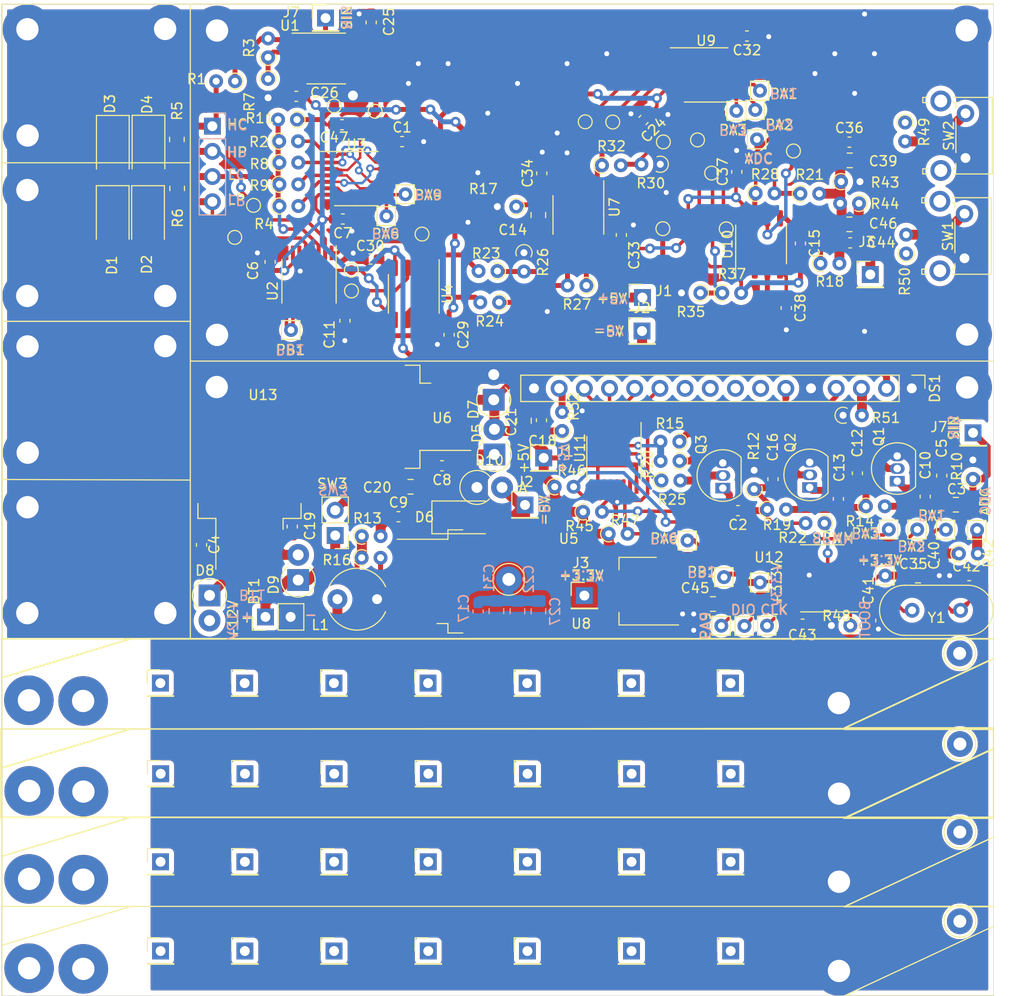
<source format=kicad_pcb>
(kicad_pcb (version 20171130) (host pcbnew 5.1.8-5.1.8)
  (layers (0 F.Cu signal) (31 B.Cu signal) (34 B.Paste user) (35 F.Paste user) (36 B.SilkS user) (37 F.SilkS user) (38 B.Mask user) (39 F.Mask user) (44 Edge.Cuts user))
  (net 0 "")
  (net 1 GND)
  (net 2 +5V)
  (net 3 "Net-(DS1-Pad15)")
  (net 4 "Net-(DS1-Pad14)")
  (net 5 "Net-(DS1-Pad13)")
  (net 6 "Net-(DS1-Pad12)")
  (net 7 "Net-(DS1-Pad11)")
  (net 8 "Net-(DS1-Pad6)")
  (net 9 "Net-(DS1-Pad4)")
  (net 10 "Net-(DS1-Pad3)")
  (net 11 +9V)
  (net 12 -5V)
  (net 13 "Net-(D6-Pad1)")
  (net 14 "Net-(R13-Pad1)")
  (net 15 /HP)
  (net 16 /LP)
  (net 17 "Net-(BT1-Pad1)")
  (net 18 "Net-(C4-Pad1)")
  (net 19 "Net-(C19-Pad1)")
  (net 20 "Net-(C2-Pad2)")
  (net 21 "Net-(C16-Pad1)")
  (net 22 "Net-(C3-Pad2)")
  (net 23 "Net-(C10-Pad1)")
  (net 24 "Net-(C9-Pad1)")
  (net 25 "Net-(C10-Pad2)")
  (net 26 "Net-(C12-Pad1)")
  (net 27 "Net-(C13-Pad2)")
  (net 28 "Net-(C14-Pad2)")
  (net 29 "Net-(C14-Pad1)")
  (net 30 "Net-(C15-Pad2)")
  (net 31 "Net-(C15-Pad1)")
  (net 32 +3V3)
  (net 33 /+1.65V)
  (net 34 /PA0_ADC)
  (net 35 "Net-(C41-Pad2)")
  (net 36 "Net-(C42-Pad1)")
  (net 37 "Net-(C43-Pad1)")
  (net 38 "Net-(C47-Pad2)")
  (net 39 "Net-(C47-Pad1)")
  (net 40 /DIO)
  (net 41 /CLK)
  (net 42 "Net-(Q1-Pad2)")
  (net 43 "Net-(Q2-Pad2)")
  (net 44 "Net-(Q3-Pad2)")
  (net 45 /HC)
  (net 46 "Net-(R1-Pad1)")
  (net 47 "Net-(R2-Pad2)")
  (net 48 /LC)
  (net 49 "Net-(R3-Pad1)")
  (net 50 "Net-(R4-Pad2)")
  (net 51 "Net-(R8-Pad2)")
  (net 52 "Net-(R9-Pad2)")
  (net 53 /hc595_shuai_jian1)
  (net 54 "Net-(R21-Pad1)")
  (net 55 /SPWM)
  (net 56 "Net-(R23-Pad2)")
  (net 57 "Net-(R23-Pad1)")
  (net 58 "Net-(R24-Pad2)")
  (net 59 "Net-(R24-Pad1)")
  (net 60 /hc595_shuai_jian)
  (net 61 /ADC)
  (net 62 "Net-(R30-Pad2)")
  (net 63 "Net-(R32-Pad1)")
  (net 64 "Net-(R35-Pad1)")
  (net 65 /PA4_SPI1_NSS_74HC595_12_RCLK)
  (net 66 /PA5_SPI1_SCK_74HC595_11_SRCLK)
  (net 67 /PA7_SPI1_MOSI_74HC595_14_SER)
  (net 68 "Net-(R48-Pad1)")
  (net 69 "Net-(R49-Pad2)")
  (net 70 "Net-(R50-Pad2)")
  (net 71 "Net-(U2-Pad15)")
  (net 72 /PB1_4053_9_10_S2_S3)
  (net 73 "Net-(U2-Pad4)")
  (net 74 "Net-(U2-Pad1)")
  (net 75 /PA9_4052_10_A)
  (net 76 /PA6_4052_9_B)
  (net 77 "Net-(U7-Pad2)")
  (net 78 "Net-(U10-Pad2)")
  (net 79 "Net-(U10-Pad6)")
  (net 80 /PA1_4053_11_S1_3bei)
  (net 81 /PA2_4053_10_S2_6bei)
  (net 82 /PA3_4053_9_S3_10bei)
  (net 83 +12V)
  (net 84 "Net-(DS1-Pad10)")
  (net 85 "Net-(DS1-Pad9)")
  (net 86 "Net-(DS1-Pad8)")
  (net 87 "Net-(DS1-Pad7)")
  (net 88 "Net-(U2-Pad14)")
  (net 89 "Net-(U2-Pad13)")
  (net 90 "Net-(U2-Pad12)")
  (net 91 "Net-(U2-Pad11)")
  (net 92 "Net-(U11-Pad9)")
  (module Connector_Pin:2.25 (layer F.Cu) (at 80.58 99.2)
    (fp_text reference REF** hide)
    (fp_text value 2.25 hide)
    (pad 1 thru_hole circle (at 0 2.54) (size 5 5) (drill 2.25) (layers *.Cu *.Mask) (net 1 GND))
  )
  (module Connector_Pin:2.25 (layer F.Cu) (at 80.58 82.98)
    (fp_text reference REF** hide)
    (fp_text value 2.25 hide)
    (pad 1 thru_hole circle (at 0 2.54) (size 5 5) (drill 2.25) (layers *.Cu *.Mask) (net 1 GND))
  )
  (module Connector_Pin:2.25 (layer F.Cu) (at 80.6 93.7)
    (fp_text reference REF** hide)
    (fp_text value 2.25 hide)
    (pad 1 thru_hole circle (at 0 2.54) (size 5 5) (drill 2.25) (layers *.Cu *.Mask) (net 1 GND))
  )
  (module Connector_Pin:2.25 (layer F.Cu) (at 94.47 82.95)
    (fp_text reference REF** hide)
    (fp_text value 2.25 hide)
    (pad 1 thru_hole circle (at 0 2.54) (size 5 5) (drill 2.25) (layers *.Cu *.Mask) (net 1 GND))
  )
  (module Connector_Pin:2.25 (layer F.Cu) (at 94.48 109.88)
    (fp_text reference REF** hide)
    (fp_text value 2.25 hide)
    (pad 1 thru_hole circle (at 0 2.54) (size 5 5) (drill 2.25) (layers *.Cu *.Mask) (net 1 GND))
  )
  (module Connector_Pin:2.25 (layer F.Cu) (at 80.56 109.88)
    (fp_text reference REF** hide)
    (fp_text value 2.25 hide)
    (pad 1 thru_hole circle (at 0 2.54) (size 5 5) (drill 2.25) (layers *.Cu *.Mask) (net 1 GND))
  )
  (module Connector_Pin:2.25 (layer F.Cu) (at 94.46 50.96)
    (fp_text reference REF** hide)
    (fp_text value 2.25 hide)
    (pad 1 thru_hole circle (at 0 2.54) (size 5 5) (drill 2.25) (layers *.Cu *.Mask) (net 1 GND))
  )
  (module Connector_Pin:2.25 (layer F.Cu) (at 80.57 50.99)
    (fp_text reference REF** hide)
    (fp_text value 2.25 hide)
    (pad 1 thru_hole circle (at 0 2.54) (size 5 5) (drill 2.25) (layers *.Cu *.Mask) (net 1 GND))
  )
  (module Connector_Pin:2.25 (layer F.Cu) (at 94.47 77.89)
    (fp_text reference REF** hide)
    (fp_text value 2.25 hide)
    (pad 1 thru_hole circle (at 0 2.54) (size 5 5) (drill 2.25) (layers *.Cu *.Mask) (net 1 GND))
  )
  (module Connector_Pin:Pin_D0.7mm_L6.5mm_W1.8mm_FlatFork (layer F.Cu) (at 154.15 64.64)
    (fp_text reference REF** hide)
    (fp_text value Pin_D0.7mm_L6.5mm_W1.8mm_FlatFork hide)
    (pad 1 thru_hole circle (at 0 0) (size 1.4 1.4) (drill 0.7) (layers *.Cu *.Mask) (net 61 /ADC))
  )
  (module Connector_PinHeader_2.54mm:PinHeader_1x01_P2.54mm_Vertical (layer F.Cu) (at 142.6 80.59)
    (fp_text reference J1 (at 2.171 -0.661) (layer F.SilkS))
    (fp_text value 5V hide)
    (pad 1 thru_hole rect (at 0 0) (size 1.7 1.7) (drill 1) (layers *.Cu *.Mask) (net 2 +5V))
  )
  (module Connector_PinHeader_2.54mm:PinHeader_1x01_P2.54mm_Vertical (layer F.Cu) (at 142.56 83.97)
    (fp_text reference J2 (at 0 -2.33) (layer F.SilkS))
    (fp_text value -5V)
    (pad 1 thru_hole rect (at 0 0) (size 1.7 1.7) (drill 1) (layers *.Cu *.Mask) (net 12 -5V))
  )
  (module Connector_Pin:Pin_D1.3mm_L11.0mm (layer F.Cu) (at 174.59 116.48)
    (fp_text reference REF** hide)
    (fp_text value Pin_D1.3mm_L11.0mm hide)
    (pad 1 thru_hole circle (at 0 0) (size 2.6 2.6) (drill 1.3) (layers *.Cu *.Mask))
  )
  (module Connector_Pin:2.25 (layer F.Cu) (at 162.4 118.95)
    (fp_text reference REF** hide)
    (fp_text value 2.25 hide)
    (pad 1 thru_hole circle (at 0 2.54) (size 5 5) (drill 2.25) (layers *.Cu *.Mask) (net 1 GND))
  )
  (module Connector_PinHeader_2.54mm:PinHeader_1x01_P2.54mm_Vertical (layer F.Cu) (at 93.98 119.48)
    (fp_text reference REF** hide)
    (fp_text value PinHeader_1x01_P2.54mm_Vertical hide)
    (pad 1 thru_hole rect (at 0 0) (size 1.7 1.7) (drill 1) (layers *.Cu *.Mask))
  )
  (module Connector_PinHeader_2.54mm:PinHeader_1x01_P2.54mm_Vertical (layer F.Cu) (at 102.48 119.48)
    (fp_text reference REF** hide)
    (fp_text value PinHeader_1x01_P2.54mm_Vertical hide)
    (pad 1 thru_hole rect (at 0 0) (size 1.7 1.7) (drill 1) (layers *.Cu *.Mask))
  )
  (module Connector_PinHeader_2.54mm:PinHeader_1x01_P2.54mm_Vertical (layer F.Cu) (at 120.98 119.48)
    (fp_text reference REF** hide)
    (fp_text value PinHeader_1x01_P2.54mm_Vertical hide)
    (pad 1 thru_hole rect (at 0 0) (size 1.7 1.7) (drill 1) (layers *.Cu *.Mask))
  )
  (module Connector_PinHeader_2.54mm:PinHeader_1x01_P2.54mm_Vertical (layer F.Cu) (at 130.98 119.48)
    (fp_text reference REF** hide)
    (fp_text value PinHeader_1x01_P2.54mm_Vertical hide)
    (pad 1 thru_hole rect (at 0 0) (size 1.7 1.7) (drill 1) (layers *.Cu *.Mask))
  )
  (module Connector_PinHeader_2.54mm:PinHeader_1x01_P2.54mm_Vertical (layer F.Cu) (at 111.48 119.48)
    (fp_text reference REF** hide)
    (fp_text value PinHeader_1x01_P2.54mm_Vertical hide)
    (pad 1 thru_hole rect (at 0 0) (size 1.7 1.7) (drill 1) (layers *.Cu *.Mask))
  )
  (module Connector_PinHeader_2.54mm:PinHeader_1x01_P2.54mm_Vertical (layer F.Cu) (at 141.48 119.48)
    (fp_text reference REF** hide)
    (fp_text value PinHeader_1x01_P2.54mm_Vertical hide)
    (pad 1 thru_hole rect (at 0 0) (size 1.7 1.7) (drill 1) (layers *.Cu *.Mask))
  )
  (module Connector_Pin:2.25 (layer F.Cu) (at 86.19 118.74)
    (fp_text reference REF** hide)
    (fp_text value 2.25 hide)
    (pad 1 thru_hole circle (at 0 2.54) (size 5 5) (drill 2.25) (layers *.Cu *.Mask))
  )
  (module Connector_Pin:2.25 (layer F.Cu) (at 80.72 118.67)
    (fp_text reference REF** hide)
    (fp_text value 2.25 hide)
    (pad 1 thru_hole circle (at 0 2.54) (size 5 5) (drill 2.25) (layers *.Cu *.Mask))
  )
  (module Connector_PinHeader_2.54mm:PinHeader_1x01_P2.54mm_Vertical (layer F.Cu) (at 151.48 119.48)
    (fp_text reference REF** hide)
    (fp_text value PinHeader_1x01_P2.54mm_Vertical hide)
    (pad 1 thru_hole rect (at 0 0) (size 1.7 1.7) (drill 1) (layers *.Cu *.Mask))
  )
  (module Connector_PinHeader_2.54mm:PinHeader_1x01_P2.54mm_Vertical (layer F.Cu) (at 111.51 128.62)
    (fp_text reference REF** hide)
    (fp_text value PinHeader_1x01_P2.54mm_Vertical hide)
    (pad 1 thru_hole rect (at 0 0) (size 1.7 1.7) (drill 1) (layers *.Cu *.Mask))
  )
  (module Connector_Pin:2.25 (layer F.Cu) (at 86.22 127.88)
    (fp_text reference REF** hide)
    (fp_text value 2.25 hide)
    (pad 1 thru_hole circle (at 0 2.54) (size 5 5) (drill 2.25) (layers *.Cu *.Mask))
  )
  (module Connector_Pin:2.25 (layer F.Cu) (at 162.43 128.09)
    (fp_text reference REF** hide)
    (fp_text value 2.25 hide)
    (pad 1 thru_hole circle (at 0 2.54) (size 5 5) (drill 2.25) (layers *.Cu *.Mask) (net 1 GND))
  )
  (module Connector_PinHeader_2.54mm:PinHeader_1x01_P2.54mm_Vertical (layer F.Cu) (at 131.01 128.62)
    (fp_text reference REF** hide)
    (fp_text value PinHeader_1x01_P2.54mm_Vertical hide)
    (pad 1 thru_hole rect (at 0 0) (size 1.7 1.7) (drill 1) (layers *.Cu *.Mask))
  )
  (module Connector_PinHeader_2.54mm:PinHeader_1x01_P2.54mm_Vertical (layer F.Cu) (at 151.51 128.62)
    (fp_text reference REF** hide)
    (fp_text value PinHeader_1x01_P2.54mm_Vertical hide)
    (pad 1 thru_hole rect (at 0 0) (size 1.7 1.7) (drill 1) (layers *.Cu *.Mask))
  )
  (module Connector_PinHeader_2.54mm:PinHeader_1x01_P2.54mm_Vertical (layer F.Cu) (at 102.51 128.62)
    (fp_text reference REF** hide)
    (fp_text value PinHeader_1x01_P2.54mm_Vertical hide)
    (pad 1 thru_hole rect (at 0 0) (size 1.7 1.7) (drill 1) (layers *.Cu *.Mask))
  )
  (module Connector_Pin:Pin_D1.3mm_L11.0mm (layer F.Cu) (at 174.62 125.62)
    (fp_text reference REF** hide)
    (fp_text value Pin_D1.3mm_L11.0mm hide)
    (pad 1 thru_hole circle (at 0 0) (size 2.6 2.6) (drill 1.3) (layers *.Cu *.Mask))
  )
  (module Connector_PinHeader_2.54mm:PinHeader_1x01_P2.54mm_Vertical (layer F.Cu) (at 94.01 128.62)
    (fp_text reference REF** hide)
    (fp_text value PinHeader_1x01_P2.54mm_Vertical hide)
    (pad 1 thru_hole rect (at 0 0) (size 1.7 1.7) (drill 1) (layers *.Cu *.Mask))
  )
  (module Connector_PinHeader_2.54mm:PinHeader_1x01_P2.54mm_Vertical (layer F.Cu) (at 121.01 128.62)
    (fp_text reference REF** hide)
    (fp_text value PinHeader_1x01_P2.54mm_Vertical hide)
    (pad 1 thru_hole rect (at 0 0) (size 1.7 1.7) (drill 1) (layers *.Cu *.Mask))
  )
  (module Connector_PinHeader_2.54mm:PinHeader_1x01_P2.54mm_Vertical (layer F.Cu) (at 141.51 128.62)
    (fp_text reference REF** hide)
    (fp_text value PinHeader_1x01_P2.54mm_Vertical hide)
    (pad 1 thru_hole rect (at 0 0) (size 1.7 1.7) (drill 1) (layers *.Cu *.Mask))
  )
  (module Connector_Pin:2.25 (layer F.Cu) (at 80.75 127.81)
    (fp_text reference REF** hide)
    (fp_text value 2.25 hide)
    (pad 1 thru_hole circle (at 0 2.54) (size 5 5) (drill 2.25) (layers *.Cu *.Mask))
  )
  (module Connector_PinHeader_2.54mm:PinHeader_1x01_P2.54mm_Vertical (layer F.Cu) (at 151.5 137.5)
    (fp_text reference REF** hide)
    (fp_text value PinHeader_1x01_P2.54mm_Vertical hide)
    (pad 1 thru_hole rect (at 0 0) (size 1.7 1.7) (drill 1) (layers *.Cu *.Mask))
  )
  (module Connector_Pin:Pin_D1.3mm_L11.0mm (layer F.Cu) (at 174.61 134.5)
    (fp_text reference REF** hide)
    (fp_text value Pin_D1.3mm_L11.0mm hide)
    (pad 1 thru_hole circle (at 0 0) (size 2.6 2.6) (drill 1.3) (layers *.Cu *.Mask))
  )
  (module Connector_PinHeader_2.54mm:PinHeader_1x01_P2.54mm_Vertical (layer F.Cu) (at 94 137.5)
    (fp_text reference REF** hide)
    (fp_text value PinHeader_1x01_P2.54mm_Vertical hide)
    (pad 1 thru_hole rect (at 0 0) (size 1.7 1.7) (drill 1) (layers *.Cu *.Mask))
  )
  (module Connector_PinHeader_2.54mm:PinHeader_1x01_P2.54mm_Vertical (layer F.Cu) (at 102.5 137.5)
    (fp_text reference REF** hide)
    (fp_text value PinHeader_1x01_P2.54mm_Vertical hide)
    (pad 1 thru_hole rect (at 0 0) (size 1.7 1.7) (drill 1) (layers *.Cu *.Mask))
  )
  (module Connector_PinHeader_2.54mm:PinHeader_1x01_P2.54mm_Vertical (layer F.Cu) (at 121 137.5)
    (fp_text reference REF** hide)
    (fp_text value PinHeader_1x01_P2.54mm_Vertical hide)
    (pad 1 thru_hole rect (at 0 0) (size 1.7 1.7) (drill 1) (layers *.Cu *.Mask))
  )
  (module Connector_Pin:2.25 (layer F.Cu) (at 80.74 136.69)
    (fp_text reference REF** hide)
    (fp_text value 2.25 hide)
    (pad 1 thru_hole circle (at 0 2.54) (size 5 5) (drill 2.25) (layers *.Cu *.Mask))
  )
  (module Connector_PinHeader_2.54mm:PinHeader_1x01_P2.54mm_Vertical (layer F.Cu) (at 111.5 137.5)
    (fp_text reference REF** hide)
    (fp_text value PinHeader_1x01_P2.54mm_Vertical hide)
    (pad 1 thru_hole rect (at 0 0) (size 1.7 1.7) (drill 1) (layers *.Cu *.Mask))
  )
  (module Connector_PinHeader_2.54mm:PinHeader_1x01_P2.54mm_Vertical (layer F.Cu) (at 141.5 137.5)
    (fp_text reference REF** hide)
    (fp_text value PinHeader_1x01_P2.54mm_Vertical hide)
    (pad 1 thru_hole rect (at 0 0) (size 1.7 1.7) (drill 1) (layers *.Cu *.Mask))
  )
  (module Connector_Pin:2.25 (layer F.Cu) (at 86.21 136.76)
    (fp_text reference REF** hide)
    (fp_text value 2.25 hide)
    (pad 1 thru_hole circle (at 0 2.54) (size 5 5) (drill 2.25) (layers *.Cu *.Mask))
  )
  (module Connector_Pin:2.25 (layer F.Cu) (at 162.42 136.97)
    (fp_text reference REF** hide)
    (fp_text value 2.25 hide)
    (pad 1 thru_hole circle (at 0 2.54) (size 5 5) (drill 2.25) (layers *.Cu *.Mask) (net 1 GND))
  )
  (module Connector_PinHeader_2.54mm:PinHeader_1x01_P2.54mm_Vertical (layer F.Cu) (at 131 137.5)
    (fp_text reference REF** hide)
    (fp_text value PinHeader_1x01_P2.54mm_Vertical hide)
    (pad 1 thru_hole rect (at 0 0) (size 1.7 1.7) (drill 1) (layers *.Cu *.Mask))
  )
  (module Connector_Pin:2.25 (layer F.Cu) (at 80.59 61.71)
    (fp_text reference REF** hide)
    (fp_text value 2.25 hide)
    (pad 1 thru_hole circle (at 0 2.54) (size 5 5) (drill 2.25) (layers *.Cu *.Mask) (net 1 GND))
  )
  (module Connector_Pin:2.25 (layer F.Cu) (at 80.57 67.21)
    (fp_text reference REF** hide)
    (fp_text value 2.25 hide)
    (pad 1 thru_hole circle (at 0 2.54) (size 5 5) (drill 2.25) (layers *.Cu *.Mask) (net 1 GND))
  )
  (module Connector_Pin:2.25 (layer F.Cu) (at 80.55 77.89)
    (fp_text reference REF** hide)
    (fp_text value 2.25 hide)
    (pad 1 thru_hole circle (at 0 2.54) (size 5 5) (drill 2.25) (layers *.Cu *.Mask) (net 1 GND))
  )
  (module Connector_Pin:2.25 (layer F.Cu) (at 86.21 145.76)
    (fp_text reference REF** hide)
    (fp_text value 2.25 hide)
    (pad 1 thru_hole circle (at 0 2.54) (size 5 5) (drill 2.25) (layers *.Cu *.Mask))
  )
  (module Connector_Pin:2.25 (layer F.Cu) (at 80.74 145.69)
    (fp_text reference REF** hide)
    (fp_text value 2.25 hide)
    (pad 1 thru_hole circle (at 0 2.54) (size 5 5) (drill 2.25) (layers *.Cu *.Mask))
  )
  (module Connector_PinHeader_2.54mm:PinHeader_1x01_P2.54mm_Vertical (layer F.Cu) (at 151.5 146.5)
    (fp_text reference REF** hide)
    (fp_text value PinHeader_1x01_P2.54mm_Vertical hide)
    (pad 1 thru_hole rect (at 0 0) (size 1.7 1.7) (drill 1) (layers *.Cu *.Mask))
  )
  (module Connector_PinHeader_2.54mm:PinHeader_1x01_P2.54mm_Vertical (layer F.Cu) (at 141.5 146.5)
    (fp_text reference REF** hide)
    (fp_text value PinHeader_1x01_P2.54mm_Vertical hide)
    (pad 1 thru_hole rect (at 0 0) (size 1.7 1.7) (drill 1) (layers *.Cu *.Mask))
  )
  (module Connector_PinHeader_2.54mm:PinHeader_1x01_P2.54mm_Vertical (layer F.Cu) (at 131 146.5)
    (fp_text reference REF** hide)
    (fp_text value PinHeader_1x01_P2.54mm_Vertical hide)
    (pad 1 thru_hole rect (at 0 0) (size 1.7 1.7) (drill 1) (layers *.Cu *.Mask))
  )
  (module Connector_PinHeader_2.54mm:PinHeader_1x01_P2.54mm_Vertical (layer F.Cu) (at 121 146.5)
    (fp_text reference REF** hide)
    (fp_text value PinHeader_1x01_P2.54mm_Vertical hide)
    (pad 1 thru_hole rect (at 0 0) (size 1.7 1.7) (drill 1) (layers *.Cu *.Mask))
  )
  (module Connector_PinHeader_2.54mm:PinHeader_1x01_P2.54mm_Vertical (layer F.Cu) (at 111.5 146.5)
    (fp_text reference REF** hide)
    (fp_text value PinHeader_1x01_P2.54mm_Vertical hide)
    (pad 1 thru_hole rect (at 0 0) (size 1.7 1.7) (drill 1) (layers *.Cu *.Mask))
  )
  (module Connector_PinHeader_2.54mm:PinHeader_1x01_P2.54mm_Vertical (layer F.Cu) (at 102.5 146.5)
    (fp_text reference REF** hide)
    (fp_text value PinHeader_1x01_P2.54mm_Vertical hide)
    (pad 1 thru_hole rect (at 0 0) (size 1.7 1.7) (drill 1) (layers *.Cu *.Mask))
  )
  (module Connector_PinHeader_2.54mm:PinHeader_1x01_P2.54mm_Vertical (layer F.Cu) (at 94 146.5)
    (fp_text reference REF** hide)
    (fp_text value PinHeader_1x01_P2.54mm_Vertical hide)
    (pad 1 thru_hole rect (at 0 0) (size 1.7 1.7) (drill 1) (layers *.Cu *.Mask))
  )
  (module Connector_Pin:Pin_D1.3mm_L11.0mm (layer F.Cu) (at 174.61 143.5)
    (fp_text reference REF** hide)
    (fp_text value Pin_D1.3mm_L11.0mm hide)
    (pad 1 thru_hole circle (at 0 0) (size 2.6 2.6) (drill 1.3) (layers *.Cu *.Mask))
  )
  (module TestPoint:TestPoint_Pad_D1.0mm (layer F.Cu) (at 157.83 65.81)
    (fp_text reference REF** hide)
    (fp_text value TestPoint_Pad_D1.0mm hide)
    (pad 1 smd circle (at 0 0) (size 1 1) (layers F.Cu F.Mask))
  )
  (module Connector_PinHeader_2.54mm:PinHeader_1x01_P2.54mm_Vertical (layer F.Cu) (at 165.58 78.27)
    (fp_text reference J3 (at -0.351 -3.292) (layer F.SilkS))
    (fp_text value Conn_01x01_Male hide)
    (pad 1 thru_hole rect (at 0 0) (size 1.7 1.7) (drill 1) (layers *.Cu *.Mask) (net 32 +3V3))
  )
  (module Connector_Pin:Pin_D0.7mm_L6.5mm_W1.8mm_FlatFork (layer F.Cu) (at 154.45 59.73)
    (fp_text reference REF** hide)
    (fp_text value Pin_D0.7mm_L6.5mm_W1.8mm_FlatFork hide)
    (pad 1 thru_hole circle (at 0 0) (size 1.4 1.4) (drill 0.7) (layers *.Cu *.Mask) (net 80 /PA1_4053_11_S1_3bei))
  )
  (module Connector_Pin:Pin_D0.7mm_L6.5mm_W1.8mm_FlatFork (layer F.Cu) (at 153.98 61.66)
    (fp_text reference REF** hide)
    (fp_text value Pin_D0.7mm_L6.5mm_W1.8mm_FlatFork hide)
    (pad 1 thru_hole circle (at 0 0) (size 1.4 1.4) (drill 0.7) (layers *.Cu *.Mask) (net 81 /PA2_4053_10_S2_6bei))
  )
  (module Connector_Pin:Pin_D0.7mm_L6.5mm_W1.8mm_FlatFork (layer F.Cu) (at 152.07 61.76)
    (fp_text reference REF** hide)
    (fp_text value Pin_D0.7mm_L6.5mm_W1.8mm_FlatFork hide)
    (pad 1 thru_hole circle (at 0 0) (size 1.4 1.4) (drill 0.7) (layers *.Cu *.Mask) (net 82 /PA3_4053_9_S3_10bei))
  )
  (module Capacitor_SMD:C_0603_1608Metric_Pad1.08x0.95mm_HandSolder (layer F.Cu) (at 157.101 81.6505 270)
    (fp_text reference C38 (at 0 -1.43 90) (layer F.SilkS))
    (fp_text value 104 hide)
    (pad 2 smd roundrect (at 0.8625 0 270) (size 1.075 0.95) (layers F.Cu F.Paste F.Mask) (net 1 GND))
    (pad 1 smd roundrect (at -0.8625 0 270) (size 1.075 0.95) (layers F.Cu F.Paste F.Mask) (net 12 -5V))
  )
  (module Capacitor_SMD:C_0603_1608Metric_Pad1.08x0.95mm_HandSolder (layer F.Cu) (at 112.38 72.669 180)
    (fp_text reference C7 (at 0 -1.43) (layer F.SilkS))
    (fp_text value 104 hide)
    (pad 2 smd roundrect (at 0.8625 0 180) (size 1.075 0.95) (layers F.Cu F.Paste F.Mask) (net 12 -5V))
    (pad 1 smd roundrect (at -0.8625 0 180) (size 1.075 0.95) (layers F.Cu F.Paste F.Mask) (net 1 GND))
  )
  (module TestPoint:TestPoint_Pad_D1.0mm (layer F.Cu) (at 144.661 73.645)
    (fp_text reference REF** hide)
    (fp_text value TestPoint_Pad_D1.0mm hide)
    (pad 1 smd circle (at 0 0) (size 1 1) (layers F.Cu F.Mask))
  )
  (module TestPoint:TestPoint_Pad_D1.0mm (layer F.Cu) (at 151.046 73.663)
    (fp_text reference REF** hide)
    (fp_text value TestPoint_Pad_D1.0mm hide)
    (pad 1 smd circle (at 0 0) (size 1 1) (layers F.Cu F.Mask))
  )
  (module TestPoint:TestPoint_Pad_D1.0mm (layer F.Cu) (at 149.576 68.042)
    (fp_text reference REF** hide)
    (fp_text value TestPoint_Pad_D1.0mm hide)
    (pad 1 smd circle (at 0 0) (size 1 1) (layers F.Cu F.Mask))
  )
  (module TestPoint:TestPoint_Pad_D1.0mm (layer F.Cu) (at 148.155 64.693)
    (fp_text reference REF** hide)
    (fp_text value TestPoint_Pad_D1.0mm hide)
    (pad 1 smd circle (at 0 0) (size 1 1) (layers F.Cu F.Mask))
  )
  (module TestPoint:TestPoint_Pad_D1.0mm (layer F.Cu) (at 144.71 64.898)
    (fp_text reference REF** hide)
    (fp_text value TestPoint_Pad_D1.0mm hide)
    (pad 1 smd circle (at 0 0) (size 1 1) (layers F.Cu F.Mask))
  )
  (module TestPoint:TestPoint_Pad_D1.0mm (layer F.Cu) (at 139.606 62.891)
    (fp_text reference REF** hide)
    (fp_text value TestPoint_Pad_D1.0mm hide)
    (pad 1 smd circle (at 0 0) (size 1 1) (layers F.Cu F.Mask))
  )
  (module TestPoint:TestPoint_Pad_D1.0mm (layer F.Cu) (at 136.83 62.869)
    (fp_text reference REF** hide)
    (fp_text value TestPoint_Pad_D1.0mm hide)
    (pad 1 smd circle (at 0 0) (size 1 1) (layers F.Cu F.Mask))
  )
  (module Capacitor_SMD:C_0805_2012Metric_Pad1.18x1.45mm_HandSolder (layer F.Cu) (at 163.4735 73.21 180)
    (fp_text reference C46 (at -3.4065 0.08) (layer F.SilkS))
    (fp_text value 106 hide)
    (pad 2 smd roundrect (at 1.0375 0 180) (size 1.175 1.45) (layers F.Cu F.Paste F.Mask) (roundrect_rratio 0.2127659574468085) (net 33 /+1.65V))
    (pad 1 smd roundrect (at -1.0375 0 180) (size 1.175 1.45) (layers F.Cu F.Paste F.Mask) (roundrect_rratio 0.2127659574468085) (net 32 +3V3))
  )
  (module Capacitor_SMD:C_0603_1608Metric_Pad1.08x0.95mm_HandSolder (layer F.Cu) (at 163.55 75.077 180)
    (fp_text reference C44 (at -3.13 0.027) (layer F.SilkS))
    (fp_text value 104 hide)
    (pad 2 smd roundrect (at 0.8625 0 180) (size 1.075 0.95) (layers F.Cu F.Paste F.Mask) (net 33 /+1.65V))
    (pad 1 smd roundrect (at -0.8625 0 180) (size 1.075 0.95) (layers F.Cu F.Paste F.Mask) (net 32 +3V3))
  )
  (module TestPoint:TestPoint_Pad_D1.0mm (layer F.Cu) (at 101.482 74.525)
    (fp_text reference REF** hide)
    (fp_text value TestPoint_Pad_D1.0mm hide)
    (pad 1 smd circle (at 0 0) (size 1 1) (layers F.Cu F.Mask))
  )
  (module TestPoint:TestPoint_Pad_D1.0mm (layer F.Cu) (at 103.378 71.294)
    (fp_text reference REF** hide)
    (fp_text value TestPoint_Pad_D1.0mm hide)
    (pad 1 smd circle (at 0 0) (size 1 1) (layers F.Cu F.Mask))
  )
  (module TestPoint:TestPoint_Pad_D1.0mm (layer F.Cu) (at 111.504 61.266)
    (fp_text reference REF** hide)
    (fp_text value TestPoint_Pad_D1.0mm hide)
    (pad 1 smd circle (at 0 0) (size 1 1) (layers F.Cu F.Mask))
  )
  (module TestPoint:TestPoint_Pad_D1.0mm (layer F.Cu) (at 115.636 61.809)
    (fp_text reference REF** hide)
    (fp_text value TestPoint_Pad_D1.0mm hide)
    (pad 1 smd circle (at 0 0) (size 1 1) (layers F.Cu F.Mask))
  )
  (module TestPoint:TestPoint_Pad_D1.0mm (layer F.Cu) (at 113.252 79.926)
    (fp_text reference REF** hide)
    (fp_text value TestPoint_Pad_D1.0mm hide)
    (pad 1 smd circle (at 0 0) (size 1 1) (layers F.Cu F.Mask))
  )
  (module TestPoint:TestPoint_Pad_D1.0mm (layer F.Cu) (at 113.243 77.834)
    (fp_text reference REF** hide)
    (fp_text value TestPoint_Pad_D1.0mm hide)
    (pad 1 smd circle (at 0 0) (size 1 1) (layers F.Cu F.Mask))
  )
  (module TestPoint:TestPoint_Pad_D1.0mm (layer F.Cu) (at 120.37 74.192)
    (fp_text reference REF** hide)
    (fp_text value TestPoint_Pad_D1.0mm hide)
    (pad 1 smd circle (at 0 0) (size 1 1) (layers F.Cu F.Mask))
  )
  (module Button_Switch_THT:SW_Tactile_SPST_Angled_PTS645Vx58-2LFS (layer F.Cu) (at 175.182 62.019 270)
    (fp_text reference SW2 (at 2.25 1.68 90) (layer F.SilkS))
    (fp_text value 2)
    (pad "" thru_hole circle (at -1.25 2.49 270) (size 2.1 2.1) (drill 1.3) (layers *.Cu *.Mask))
    (pad 1 thru_hole circle (at 0 0 270) (size 1.75 1.75) (drill 0.99) (layers *.Cu *.Mask) (net 69 "Net-(R49-Pad2)"))
    (pad 2 thru_hole circle (at 4.5 0 270) (size 1.75 1.75) (drill 0.99) (layers *.Cu *.Mask) (net 1 GND))
    (pad "" thru_hole circle (at 5.76 2.49 270) (size 2.1 2.1) (drill 1.3) (layers *.Cu *.Mask))
  )
  (module Button_Switch_THT:SW_Tactile_SPST_Angled_PTS645Vx58-2LFS (layer F.Cu) (at 175.083 72.133 270)
    (fp_text reference SW1 (at 2.25 1.68 90) (layer F.SilkS))
    (fp_text value 1)
    (pad "" thru_hole circle (at -1.25 2.49 270) (size 2.1 2.1) (drill 1.3) (layers *.Cu *.Mask))
    (pad 1 thru_hole circle (at 0 0 270) (size 1.75 1.75) (drill 0.99) (layers *.Cu *.Mask) (net 70 "Net-(R50-Pad2)"))
    (pad 2 thru_hole circle (at 4.5 0 270) (size 1.75 1.75) (drill 0.99) (layers *.Cu *.Mask) (net 1 GND))
    (pad "" thru_hole circle (at 5.76 2.49 270) (size 2.1 2.1) (drill 1.3) (layers *.Cu *.Mask))
  )
  (module Connector_Pin:Pin_D0.7mm_L6.5mm_W1.8mm_FlatFork (layer F.Cu) (at 107.153 83.863)
    (fp_text reference REF** hide)
    (fp_text value Pin_D0.7mm_L6.5mm_W1.8mm_FlatFork hide)
    (pad 1 thru_hole circle (at 0 0) (size 1.4 1.4) (drill 0.7) (layers *.Cu *.Mask) (net 72 /PB1_4053_9_10_S2_S3))
  )
  (module Connector_Pin:Pin_D0.7mm_L6.5mm_W1.8mm_FlatFork (layer F.Cu) (at 118.693 70.175)
    (fp_text reference REF** hide)
    (fp_text value Pin_D0.7mm_L6.5mm_W1.8mm_FlatFork hide)
    (pad 1 thru_hole circle (at 0 0) (size 1.4 1.4) (drill 0.7) (layers *.Cu *.Mask) (net 75 /PA9_4052_10_A))
  )
  (module Connector_Pin:Pin_D0.7mm_L6.5mm_W1.8mm_FlatFork (layer F.Cu) (at 116.78 72.379)
    (fp_text reference REF** hide)
    (fp_text value Pin_D0.7mm_L6.5mm_W1.8mm_FlatFork hide)
    (pad 1 thru_hole circle (at 0 0) (size 1.4 1.4) (drill 0.7) (layers *.Cu *.Mask) (net 76 /PA6_4052_9_B))
  )
  (module Connector_PinHeader_2.54mm:PinHeader_1x01_P2.54mm_Vertical (layer F.Cu) (at 110.64 52.408)
    (fp_text reference J7 (at -3.448 -0.585) (layer F.SilkS))
    (fp_text value sin hide)
    (pad 1 thru_hole rect (at 0 0) (size 1.7 1.7) (drill 1) (layers *.Cu *.Mask) (net 22 "Net-(C3-Pad2)"))
  )
  (module Connector_PinHeader_2.54mm:PinHeader_1x04_P2.54mm_Vertical (layer B.Cu) (at 99.224 63.309 180)
    (fp_text reference REF** hide)
    (fp_text value PinHeader_1x04_P2.54mm_Vertical hide)
    (pad 4 thru_hole oval (at 0 -7.62 180) (size 1.7 1.7) (drill 1) (layers *.Cu *.Mask) (net 16 /LP))
    (pad 3 thru_hole oval (at 0 -5.08 180) (size 1.7 1.7) (drill 1) (layers *.Cu *.Mask) (net 48 /LC))
    (pad 2 thru_hole oval (at 0 -2.54 180) (size 1.7 1.7) (drill 1) (layers *.Cu *.Mask) (net 15 /HP))
    (pad 1 thru_hole rect (at 0 0 180) (size 1.7 1.7) (drill 1) (layers *.Cu *.Mask) (net 45 /HC))
  )
  (module Connector_Pin:2.25 (layer F.Cu) (at 175.345 87.116)
    (fp_text reference REF** hide)
    (fp_text value 2.25 hide)
    (pad 1 thru_hole circle (at 0 2.54) (size 5 5) (drill 2.25) (layers *.Cu *.Mask) (net 1 GND))
  )
  (module Connector_Pin:2.25 (layer F.Cu) (at 99.663 87.079)
    (fp_text reference REF** hide)
    (fp_text value 2.25 hide)
    (pad 1 thru_hole circle (at 0 2.54) (size 5 5) (drill 2.25) (layers *.Cu *.Mask) (net 1 GND))
  )
  (module Connector_Pin:2.25 (layer F.Cu) (at 99.694 81.816)
    (fp_text reference REF** hide)
    (fp_text value 2.25 hide)
    (pad 1 thru_hole circle (at 0 2.54) (size 5 5) (drill 2.25) (layers *.Cu *.Mask) (net 1 GND))
  )
  (module Connector_Pin:2.25 (layer F.Cu) (at 175.344 81.782)
    (fp_text reference REF** hide)
    (fp_text value 2.25 hide)
    (pad 1 thru_hole circle (at 0 2.54) (size 5 5) (drill 2.25) (layers *.Cu *.Mask) (net 1 GND))
  )
  (module Connector_Pin:2.25 (layer F.Cu) (at 175.297 51.107)
    (fp_text reference REF** hide)
    (fp_text value 2.25 hide)
    (pad 1 thru_hole circle (at 0 2.54) (size 5 5) (drill 2.25) (layers *.Cu *.Mask) (net 1 GND))
  )
  (module Connector_Pin:2.25 (layer F.Cu) (at 99.695 51.119)
    (fp_text reference REF** hide)
    (fp_text value 2.25 hide)
    (pad 1 thru_hole circle (at 0 2.54) (size 5 5) (drill 2.25) (layers *.Cu *.Mask) (net 1 GND))
  )
  (module Connector_Pin:2.25 (layer F.Cu) (at 162.42 145.97)
    (fp_text reference REF** hide)
    (fp_text value 2.25 hide)
    (pad 1 thru_hole circle (at 0 2.54) (size 5 5) (drill 2.25) (layers *.Cu *.Mask) (net 1 GND))
  )
  (module Connector_Pin:Pin_D1.3mm_L11.0mm (layer F.Cu) (at 129.121 109.017)
    (fp_text reference REF** hide)
    (fp_text value Pin_D1.3mm_L11.0mm hide)
    (pad 1 thru_hole circle (at 0 0) (size 2.6 2.6) (drill 1.3) (layers *.Cu *.Mask) (net 12 -5V))
  )
  (module Capacitor_SMD:C_0805_2012Metric_Pad1.18x1.45mm_HandSolder (layer B.Cu) (at 132.107 112.238 90)
    (fp_text reference C27 (at 0 1.68 90) (layer B.SilkS) (effects (justify mirror)))
    (fp_text value 106 hide)
    (pad 2 smd roundrect (at 1.0375 0 90) (size 1.175 1.45) (layers B.Cu B.Paste B.Mask) (roundrect_rratio 0.2127659574468085) (net 12 -5V))
    (pad 1 smd roundrect (at -1.0375 0 90) (size 1.175 1.45) (layers B.Cu B.Paste B.Mask) (roundrect_rratio 0.2127659574468085) (net 1 GND))
  )
  (module Capacitor_SMD:C_0805_2012Metric_Pad1.18x1.45mm_HandSolder (layer B.Cu) (at 129.993 112.23 90)
    (fp_text reference C22 (at 3.238 1.132 270) (layer B.SilkS) (effects (justify mirror)))
    (fp_text value 106 hide)
    (pad 2 smd roundrect (at 1.0375 0 90) (size 1.175 1.45) (layers B.Cu B.Paste B.Mask) (roundrect_rratio 0.2127659574468085) (net 12 -5V))
    (pad 1 smd roundrect (at -1.0375 0 90) (size 1.175 1.45) (layers B.Cu B.Paste B.Mask) (roundrect_rratio 0.2127659574468085) (net 1 GND))
  )
  (module Capacitor_SMD:C_0805_2012Metric_Pad1.18x1.45mm_HandSolder (layer B.Cu) (at 127.872 112.221 90)
    (fp_text reference C31 (at 3.347 -0.731 90) (layer B.SilkS) (effects (justify mirror)))
    (fp_text value 106 hide)
    (pad 2 smd roundrect (at 1.0375 0 90) (size 1.175 1.45) (layers B.Cu B.Paste B.Mask) (roundrect_rratio 0.2127659574468085) (net 12 -5V))
    (pad 1 smd roundrect (at -1.0375 0 90) (size 1.175 1.45) (layers B.Cu B.Paste B.Mask) (roundrect_rratio 0.2127659574468085) (net 1 GND))
  )
  (module Capacitor_SMD:C_0603_1608Metric_Pad1.08x0.95mm_HandSolder (layer B.Cu) (at 126.026 112.248 90)
    (fp_text reference C17 (at 0.318 -1.444 270) (layer B.SilkS) (effects (justify mirror)))
    (fp_text value 104 hide)
    (pad 2 smd roundrect (at 0.8625 0 90) (size 1.075 0.95) (layers B.Cu B.Paste B.Mask) (net 12 -5V))
    (pad 1 smd roundrect (at -0.8625 0 90) (size 1.075 0.95) (layers B.Cu B.Paste B.Mask) (net 1 GND))
  )
  (module Connector_Pin:Pin_D0.7mm_L6.5mm_W1.8mm_FlatFork (layer F.Cu) (at 176.352 104.019)
    (fp_text reference REF** hide)
    (fp_text value Pin_D0.7mm_L6.5mm_W1.8mm_FlatFork hide)
    (pad 1 thru_hole circle (at 0 0) (size 1.4 1.4) (drill 0.7) (layers *.Cu *.Mask) (net 61 /ADC))
  )
  (module Connector_Pin:Pin_D0.7mm_L6.5mm_W1.8mm_FlatFork (layer F.Cu) (at 173.201 104.001)
    (fp_text reference REF** hide)
    (fp_text value Pin_D0.7mm_L6.5mm_W1.8mm_FlatFork hide)
    (pad 1 thru_hole circle (at 0 0) (size 1.4 1.4) (drill 0.7) (layers *.Cu *.Mask) (net 80 /PA1_4053_11_S1_3bei))
  )
  (module Connector_Pin:Pin_D0.7mm_L6.5mm_W1.8mm_FlatFork (layer F.Cu) (at 170.316 103.985)
    (fp_text reference REF** hide)
    (fp_text value Pin_D0.7mm_L6.5mm_W1.8mm_FlatFork hide)
    (pad 1 thru_hole circle (at 0 0) (size 1.4 1.4) (drill 0.7) (layers *.Cu *.Mask) (net 81 /PA2_4053_10_S2_6bei))
  )
  (module Connector_Pin:Pin_D0.7mm_L6.5mm_W1.8mm_FlatFork (layer F.Cu) (at 167.447 103.985)
    (fp_text reference REF** hide)
    (fp_text value Pin_D0.7mm_L6.5mm_W1.8mm_FlatFork hide)
    (pad 1 thru_hole circle (at 0 0) (size 1.4 1.4) (drill 0.7) (layers *.Cu *.Mask) (net 82 /PA3_4053_9_S3_10bei))
  )
  (module Connector_Pin:Pin_D0.7mm_L6.5mm_W1.8mm_FlatFork (layer F.Cu) (at 150.83 108.79)
    (fp_text reference REF** hide)
    (fp_text value Pin_D0.7mm_L6.5mm_W1.8mm_FlatFork hide)
    (pad 1 thru_hole circle (at 0 0) (size 1.4 1.4) (drill 0.7) (layers *.Cu *.Mask) (net 72 /PB1_4053_9_10_S2_S3))
  )
  (module Connector_Pin:Pin_D0.7mm_L6.5mm_W1.8mm_FlatFork (layer F.Cu) (at 147.144 105.098)
    (fp_text reference REF** hide)
    (fp_text value Pin_D0.7mm_L6.5mm_W1.8mm_FlatFork hide)
    (pad 1 thru_hole circle (at 0 0) (size 1.4 1.4) (drill 0.7) (layers *.Cu *.Mask) (net 76 /PA6_4052_9_B))
  )
  (module Connector_Pin:Pin_D0.7mm_L6.5mm_W1.8mm_FlatFork (layer F.Cu) (at 167.084 108.634)
    (fp_text reference REF** hide)
    (fp_text value Pin_D0.7mm_L6.5mm_W1.8mm_FlatFork hide)
    (pad 1 thru_hole circle (at 0 0) (size 1.4 1.4) (drill 0.7) (layers *.Cu *.Mask) (net 32 +3V3))
  )
  (module Connector_Pin:Pin_D0.7mm_L6.5mm_W1.8mm_FlatFork (layer F.Cu) (at 154.45 109.331)
    (fp_text reference REF** hide)
    (fp_text value Pin_D0.7mm_L6.5mm_W1.8mm_FlatFork hide)
    (pad 1 thru_hole circle (at 0 0) (size 1.4 1.4) (drill 0.7) (layers *.Cu *.Mask) (net 32 +3V3))
  )
  (module Connector_Pin:Pin_D0.7mm_L6.5mm_W1.8mm_FlatFork (layer F.Cu) (at 150.555 113.691)
    (fp_text reference REF** hide)
    (fp_text value Pin_D0.7mm_L6.5mm_W1.8mm_FlatFork hide)
    (pad 1 thru_hole circle (at 0 0) (size 1.4 1.4) (drill 0.7) (layers *.Cu *.Mask) (net 75 /PA9_4052_10_A))
  )
  (module Connector_Pin:Pin_D0.7mm_L6.5mm_W1.8mm_FlatFork (layer F.Cu) (at 152.885 113.712)
    (fp_text reference REF** hide)
    (fp_text value Pin_D0.7mm_L6.5mm_W1.8mm_FlatFork hide)
    (pad 1 thru_hole circle (at 0 0) (size 1.4 1.4) (drill 0.7) (layers *.Cu *.Mask) (net 40 /DIO))
  )
  (module Connector_Pin:Pin_D0.7mm_L6.5mm_W1.8mm_FlatFork (layer F.Cu) (at 155.162 113.683)
    (fp_text reference REF** hide)
    (fp_text value Pin_D0.7mm_L6.5mm_W1.8mm_FlatFork hide)
    (pad 1 thru_hole circle (at 0 0) (size 1.4 1.4) (drill 0.7) (layers *.Cu *.Mask) (net 41 /CLK))
  )
  (module Capacitor_SMD:C_0805_2012Metric_Pad1.18x1.45mm_HandSolder (layer F.Cu) (at 170.388 108.638)
    (fp_text reference C35 (at -0.474 -1.176) (layer F.SilkS))
    (fp_text value 106 hide)
    (pad 2 smd roundrect (at 1.0375 0) (size 1.175 1.45) (layers F.Cu F.Paste F.Mask) (roundrect_rratio 0.2127659574468085) (net 1 GND))
    (pad 1 smd roundrect (at -1.0375 0) (size 1.175 1.45) (layers F.Cu F.Paste F.Mask) (roundrect_rratio 0.2127659574468085) (net 32 +3V3))
  )
  (module Connector_PinHeader_2.54mm:PinHeader_1x01_P2.54mm_Vertical (layer F.Cu) (at 175.945 94.237)
    (fp_text reference J7 (at -3.448 -0.585) (layer F.SilkS))
    (fp_text value sin hide)
    (pad 1 thru_hole rect (at 0 0) (size 1.7 1.7) (drill 1) (layers *.Cu *.Mask) (net 22 "Net-(C3-Pad2)"))
  )
  (module Connector_PinHeader_2.54mm:PinHeader_1x16_P2.54mm_Vertical (layer F.Cu) (at 169.76 89.75 270)
    (fp_text reference DS1 (at 0 -2.33 90) (layer F.SilkS))
    (fp_text value WC1602A hide)
    (pad 16 thru_hole oval (at 0 38.1 270) (size 1.7 1.7) (drill 1) (layers *.Cu *.Mask) (net 1 GND))
    (pad 15 thru_hole oval (at 0 35.56 270) (size 1.7 1.7) (drill 1) (layers *.Cu *.Mask) (net 3 "Net-(DS1-Pad15)"))
    (pad 14 thru_hole oval (at 0 33.02 270) (size 1.7 1.7) (drill 1) (layers *.Cu *.Mask) (net 4 "Net-(DS1-Pad14)"))
    (pad 13 thru_hole oval (at 0 30.48 270) (size 1.7 1.7) (drill 1) (layers *.Cu *.Mask) (net 5 "Net-(DS1-Pad13)"))
    (pad 12 thru_hole oval (at 0 27.94 270) (size 1.7 1.7) (drill 1) (layers *.Cu *.Mask) (net 6 "Net-(DS1-Pad12)"))
    (pad 11 thru_hole oval (at 0 25.4 270) (size 1.7 1.7) (drill 1) (layers *.Cu *.Mask) (net 7 "Net-(DS1-Pad11)"))
    (pad 10 thru_hole oval (at 0 22.86 270) (size 1.7 1.7) (drill 1) (layers *.Cu *.Mask) (net 84 "Net-(DS1-Pad10)"))
    (pad 9 thru_hole oval (at 0 20.32 270) (size 1.7 1.7) (drill 1) (layers *.Cu *.Mask) (net 85 "Net-(DS1-Pad9)"))
    (pad 8 thru_hole oval (at 0 17.78 270) (size 1.7 1.7) (drill 1) (layers *.Cu *.Mask) (net 86 "Net-(DS1-Pad8)"))
    (pad 7 thru_hole oval (at 0 15.24 270) (size 1.7 1.7) (drill 1) (layers *.Cu *.Mask) (net 87 "Net-(DS1-Pad7)"))
    (pad 6 thru_hole oval (at 0 12.7 270) (size 1.7 1.7) (drill 1) (layers *.Cu *.Mask) (net 8 "Net-(DS1-Pad6)"))
    (pad 5 thru_hole oval (at 0 10.16 270) (size 1.7 1.7) (drill 1) (layers *.Cu *.Mask) (net 1 GND))
    (pad 4 thru_hole oval (at 0 7.62 270) (size 1.7 1.7) (drill 1) (layers *.Cu *.Mask) (net 9 "Net-(DS1-Pad4)"))
    (pad 3 thru_hole oval (at 0 5.08 270) (size 1.7 1.7) (drill 1) (layers *.Cu *.Mask) (net 10 "Net-(DS1-Pad3)"))
    (pad 2 thru_hole oval (at 0 2.54 270) (size 1.7 1.7) (drill 1) (layers *.Cu *.Mask) (net 2 +5V))
    (pad 1 thru_hole rect (at 0 0 270) (size 1.7 1.7) (drill 1) (layers *.Cu *.Mask) (net 1 GND))
  )
  (module Connector_PinHeader_2.54mm:PinHeader_1x01_P2.54mm_Vertical (layer F.Cu) (at 130.755 101.511)
    (fp_text reference J2 (at 0 -2.33) (layer F.SilkS))
    (fp_text value -5V)
    (pad 1 thru_hole rect (at 0 0) (size 1.7 1.7) (drill 1) (layers *.Cu *.Mask) (net 12 -5V))
  )
  (module Connector_PinHeader_2.54mm:PinHeader_1x01_P2.54mm_Vertical (layer F.Cu) (at 132.641 96.771)
    (fp_text reference J1 (at 2.171 -0.661) (layer F.SilkS))
    (fp_text value 5V hide)
    (pad 1 thru_hole rect (at 0 0) (size 1.7 1.7) (drill 1) (layers *.Cu *.Mask) (net 2 +5V))
  )
  (module Crystal:Crystal_HC49-4H_Vertical (layer F.Cu) (at 174.677 112.136 180)
    (fp_text reference Y1 (at 2.409 -0.746) (layer F.SilkS))
    (fp_text value 8M hide)
    (pad 2 thru_hole circle (at 4.88 0 180) (size 1.5 1.5) (drill 0.8) (layers *.Cu *.Mask) (net 35 "Net-(C41-Pad2)"))
    (pad 1 thru_hole circle (at 0 0 180) (size 1.5 1.5) (drill 0.8) (layers *.Cu *.Mask) (net 36 "Net-(C42-Pad1)"))
  )
  (module Package_SO:TSSOP-20_4.4x6.5mm_P0.65mm (layer F.Cu) (at 160.751 108.913 180)
    (fp_text reference U12 (at 5.396 2.119) (layer F.SilkS))
    (fp_text value STM32F030F4P6 hide)
    (pad 20 smd roundrect (at 2.8625 -2.925 180) (size 1.475 0.4) (layers F.Cu F.Paste F.Mask) (net 41 /CLK))
    (pad 19 smd roundrect (at 2.8625 -2.275 180) (size 1.475 0.4) (layers F.Cu F.Paste F.Mask) (net 40 /DIO))
    (pad 18 smd roundrect (at 2.8625 -1.625 180) (size 1.475 0.4) (layers F.Cu F.Paste F.Mask) (net 55 /SPWM))
    (pad 17 smd roundrect (at 2.8625 -0.975 180) (size 1.475 0.4) (layers F.Cu F.Paste F.Mask) (net 75 /PA9_4052_10_A))
    (pad 16 smd roundrect (at 2.8625 -0.325 180) (size 1.475 0.4) (layers F.Cu F.Paste F.Mask) (net 32 +3V3))
    (pad 15 smd roundrect (at 2.8625 0.325 180) (size 1.475 0.4) (layers F.Cu F.Paste F.Mask) (net 1 GND))
    (pad 14 smd roundrect (at 2.8625 0.975 180) (size 1.475 0.4) (layers F.Cu F.Paste F.Mask) (net 72 /PB1_4053_9_10_S2_S3))
    (pad 13 smd roundrect (at 2.8625 1.625 180) (size 1.475 0.4) (layers F.Cu F.Paste F.Mask) (net 67 /PA7_SPI1_MOSI_74HC595_14_SER))
    (pad 12 smd roundrect (at 2.8625 2.275 180) (size 1.475 0.4) (layers F.Cu F.Paste F.Mask) (net 76 /PA6_4052_9_B))
    (pad 11 smd roundrect (at 2.8625 2.925 180) (size 1.475 0.4) (layers F.Cu F.Paste F.Mask) (net 66 /PA5_SPI1_SCK_74HC595_11_SRCLK))
    (pad 10 smd roundrect (at -2.8625 2.925 180) (size 1.475 0.4) (layers F.Cu F.Paste F.Mask) (net 65 /PA4_SPI1_NSS_74HC595_12_RCLK))
    (pad 9 smd roundrect (at -2.8625 2.275 180) (size 1.475 0.4) (layers F.Cu F.Paste F.Mask) (net 82 /PA3_4053_9_S3_10bei))
    (pad 8 smd roundrect (at -2.8625 1.625 180) (size 1.475 0.4) (layers F.Cu F.Paste F.Mask) (net 81 /PA2_4053_10_S2_6bei))
    (pad 7 smd roundrect (at -2.8625 0.975 180) (size 1.475 0.4) (layers F.Cu F.Paste F.Mask) (net 80 /PA1_4053_11_S1_3bei))
    (pad 6 smd roundrect (at -2.8625 0.325 180) (size 1.475 0.4) (layers F.Cu F.Paste F.Mask) (net 34 /PA0_ADC))
    (pad 5 smd roundrect (at -2.8625 -0.325 180) (size 1.475 0.4) (layers F.Cu F.Paste F.Mask) (net 32 +3V3))
    (pad 4 smd roundrect (at -2.8625 -0.975 180) (size 1.475 0.4) (layers F.Cu F.Paste F.Mask) (net 37 "Net-(C43-Pad1)"))
    (pad 3 smd roundrect (at -2.8625 -1.625 180) (size 1.475 0.4) (layers F.Cu F.Paste F.Mask) (net 36 "Net-(C42-Pad1)"))
    (pad 2 smd roundrect (at -2.8625 -2.275 180) (size 1.475 0.4) (layers F.Cu F.Paste F.Mask) (net 35 "Net-(C41-Pad2)"))
    (pad 1 smd roundrect (at -2.8625 -2.925 180) (size 1.475 0.4) (layers F.Cu F.Paste F.Mask) (net 68 "Net-(R48-Pad1)"))
  )
  (module Package_SO:TSSOP-16_4.4x5mm_P0.65mm (layer F.Cu) (at 139.725 96.794 270)
    (fp_text reference U11 (at -1.039 3.431 90) (layer F.SilkS))
    (fp_text value 74HC595 hide)
    (pad 16 smd roundrect (at 2.8625 -2.275 270) (size 1.475 0.4) (layers F.Cu F.Paste F.Mask) (net 2 +5V))
    (pad 15 smd roundrect (at 2.8625 -1.625 270) (size 1.475 0.4) (layers F.Cu F.Paste F.Mask) (net 9 "Net-(DS1-Pad4)"))
    (pad 14 smd roundrect (at 2.8625 -0.975 270) (size 1.475 0.4) (layers F.Cu F.Paste F.Mask) (net 67 /PA7_SPI1_MOSI_74HC595_14_SER))
    (pad 13 smd roundrect (at 2.8625 -0.325 270) (size 1.475 0.4) (layers F.Cu F.Paste F.Mask) (net 1 GND))
    (pad 12 smd roundrect (at 2.8625 0.325 270) (size 1.475 0.4) (layers F.Cu F.Paste F.Mask) (net 65 /PA4_SPI1_NSS_74HC595_12_RCLK))
    (pad 11 smd roundrect (at 2.8625 0.975 270) (size 1.475 0.4) (layers F.Cu F.Paste F.Mask) (net 66 /PA5_SPI1_SCK_74HC595_11_SRCLK))
    (pad 10 smd roundrect (at 2.8625 1.625 270) (size 1.475 0.4) (layers F.Cu F.Paste F.Mask) (net 2 +5V))
    (pad 9 smd roundrect (at 2.8625 2.275 270) (size 1.475 0.4) (layers F.Cu F.Paste F.Mask) (net 92 "Net-(U11-Pad9)"))
    (pad 8 smd roundrect (at -2.8625 2.275 270) (size 1.475 0.4) (layers F.Cu F.Paste F.Mask) (net 1 GND))
    (pad 7 smd roundrect (at -2.8625 1.625 270) (size 1.475 0.4) (layers F.Cu F.Paste F.Mask) (net 60 /hc595_shuai_jian))
    (pad 6 smd roundrect (at -2.8625 0.975 270) (size 1.475 0.4) (layers F.Cu F.Paste F.Mask) (net 53 /hc595_shuai_jian1))
    (pad 5 smd roundrect (at -2.8625 0.325 270) (size 1.475 0.4) (layers F.Cu F.Paste F.Mask) (net 4 "Net-(DS1-Pad14)"))
    (pad 4 smd roundrect (at -2.8625 -0.325 270) (size 1.475 0.4) (layers F.Cu F.Paste F.Mask) (net 5 "Net-(DS1-Pad13)"))
    (pad 3 smd roundrect (at -2.8625 -0.975 270) (size 1.475 0.4) (layers F.Cu F.Paste F.Mask) (net 6 "Net-(DS1-Pad12)"))
    (pad 2 smd roundrect (at -2.8625 -1.625 270) (size 1.475 0.4) (layers F.Cu F.Paste F.Mask) (net 7 "Net-(DS1-Pad11)"))
    (pad 1 smd roundrect (at -2.8625 -2.275 270) (size 1.475 0.4) (layers F.Cu F.Paste F.Mask) (net 8 "Net-(DS1-Pad6)"))
  )
  (module Package_SO:SOP-8_3.9x4.9mm_P1.27mm (layer F.Cu) (at 154.565 75.231 90)
    (fp_text reference U10 (at 0 -3.4 90) (layer F.SilkS))
    (fp_text value RC4580 hide)
    (pad 8 smd roundrect (at 2.625 -1.905 90) (size 1.65 0.6) (layers F.Cu F.Paste F.Mask) (net 2 +5V))
    (pad 7 smd roundrect (at 2.625 -0.635 90) (size 1.65 0.6) (layers F.Cu F.Paste F.Mask) (net 61 /ADC))
    (pad 6 smd roundrect (at 2.625 0.635 90) (size 1.65 0.6) (layers F.Cu F.Paste F.Mask) (net 79 "Net-(U10-Pad6)"))
    (pad 5 smd roundrect (at 2.625 1.905 90) (size 1.65 0.6) (layers F.Cu F.Paste F.Mask) (net 31 "Net-(C15-Pad1)"))
    (pad 4 smd roundrect (at -2.625 1.905 90) (size 1.65 0.6) (layers F.Cu F.Paste F.Mask) (net 12 -5V))
    (pad 3 smd roundrect (at -2.625 0.635 90) (size 1.65 0.6) (layers F.Cu F.Paste F.Mask) (net 63 "Net-(R32-Pad1)"))
    (pad 2 smd roundrect (at -2.625 -0.635 90) (size 1.65 0.6) (layers F.Cu F.Paste F.Mask) (net 78 "Net-(U10-Pad2)"))
    (pad 1 smd roundrect (at -2.625 -1.905 90) (size 1.65 0.6) (layers F.Cu F.Paste F.Mask) (net 30 "Net-(C15-Pad2)"))
  )
  (module Package_SO:TSSOP-16_4.4x5mm_P0.65mm (layer F.Cu) (at 149.013 58.139)
    (fp_text reference U9 (at 0 -3.45) (layer F.SilkS))
    (fp_text value 74HC4053PW,112 hide)
    (pad 16 smd roundrect (at 2.8625 -2.275) (size 1.475 0.4) (layers F.Cu F.Paste F.Mask) (net 2 +5V))
    (pad 15 smd roundrect (at 2.8625 -1.625) (size 1.475 0.4) (layers F.Cu F.Paste F.Mask) (net 78 "Net-(U10-Pad2)"))
    (pad 14 smd roundrect (at 2.8625 -0.975) (size 1.475 0.4) (layers F.Cu F.Paste F.Mask) (net 79 "Net-(U10-Pad6)"))
    (pad 13 smd roundrect (at 2.8625 -0.325) (size 1.475 0.4) (layers F.Cu F.Paste F.Mask) (net 54 "Net-(R21-Pad1)"))
    (pad 12 smd roundrect (at 2.8625 0.325) (size 1.475 0.4) (layers F.Cu F.Paste F.Mask) (net 61 /ADC))
    (pad 11 smd roundrect (at 2.8625 0.975) (size 1.475 0.4) (layers F.Cu F.Paste F.Mask) (net 80 /PA1_4053_11_S1_3bei))
    (pad 10 smd roundrect (at 2.8625 1.625) (size 1.475 0.4) (layers F.Cu F.Paste F.Mask) (net 81 /PA2_4053_10_S2_6bei))
    (pad 9 smd roundrect (at 2.8625 2.275) (size 1.475 0.4) (layers F.Cu F.Paste F.Mask) (net 82 /PA3_4053_9_S3_10bei))
    (pad 8 smd roundrect (at -2.8625 2.275) (size 1.475 0.4) (layers F.Cu F.Paste F.Mask) (net 1 GND))
    (pad 7 smd roundrect (at -2.8625 1.625) (size 1.475 0.4) (layers F.Cu F.Paste F.Mask) (net 12 -5V))
    (pad 6 smd roundrect (at -2.8625 0.975) (size 1.475 0.4) (layers F.Cu F.Paste F.Mask) (net 1 GND))
    (pad 5 smd roundrect (at -2.8625 0.325) (size 1.475 0.4) (layers F.Cu F.Paste F.Mask) (net 63 "Net-(R32-Pad1)"))
    (pad 4 smd roundrect (at -2.8625 -0.325) (size 1.475 0.4) (layers F.Cu F.Paste F.Mask) (net 77 "Net-(U7-Pad2)"))
    (pad 3 smd roundrect (at -2.8625 -0.975) (size 1.475 0.4) (layers F.Cu F.Paste F.Mask) (net 62 "Net-(R30-Pad2)"))
    (pad 2 smd roundrect (at -2.8625 -1.625) (size 1.475 0.4) (layers F.Cu F.Paste F.Mask) (net 30 "Net-(C15-Pad2)"))
    (pad 1 smd roundrect (at -2.8625 -2.275) (size 1.475 0.4) (layers F.Cu F.Paste F.Mask) (net 64 "Net-(R35-Pad1)"))
  )
  (module Package_TO_SOT_SMD:SOT-223-3_TabPin2 (layer F.Cu) (at 142.146 110.205 180)
    (fp_text reference U8 (at 5.728 -3.277) (layer F.SilkS))
    (fp_text value LM1117-3.3 hide)
    (pad 1 smd rect (at -3.15 -2.3 180) (size 2 1.5) (layers F.Cu F.Paste F.Mask) (net 1 GND))
    (pad 3 smd rect (at -3.15 2.3 180) (size 2 1.5) (layers F.Cu F.Paste F.Mask) (net 2 +5V))
    (pad 2 smd rect (at -3.15 0 180) (size 2 1.5) (layers F.Cu F.Paste F.Mask) (net 32 +3V3))
    (pad 2 smd rect (at 3.15 0 180) (size 2 3.8) (layers F.Cu F.Paste F.Mask) (net 32 +3V3))
  )
  (module Package_SO:SOP-8_3.9x4.9mm_P1.27mm (layer F.Cu) (at 136.138 72.26 270)
    (fp_text reference U7 (at -0.77 -3.642 90) (layer F.SilkS))
    (fp_text value RC4580 hide)
    (pad 8 smd roundrect (at 2.625 -1.905 270) (size 1.65 0.6) (layers F.Cu F.Paste F.Mask) (net 2 +5V))
    (pad 7 smd roundrect (at 2.625 -0.635 270) (size 1.65 0.6) (layers F.Cu F.Paste F.Mask) (net 28 "Net-(C14-Pad2)"))
    (pad 6 smd roundrect (at 2.625 0.635 270) (size 1.65 0.6) (layers F.Cu F.Paste F.Mask) (net 59 "Net-(R24-Pad1)"))
    (pad 5 smd roundrect (at 2.625 1.905 270) (size 1.65 0.6) (layers F.Cu F.Paste F.Mask) (net 57 "Net-(R23-Pad1)"))
    (pad 4 smd roundrect (at -2.625 1.905 270) (size 1.65 0.6) (layers F.Cu F.Paste F.Mask) (net 12 -5V))
    (pad 3 smd roundrect (at -2.625 0.635 270) (size 1.65 0.6) (layers F.Cu F.Paste F.Mask) (net 29 "Net-(C14-Pad1)"))
    (pad 2 smd roundrect (at -2.625 -0.635 270) (size 1.65 0.6) (layers F.Cu F.Paste F.Mask) (net 77 "Net-(U7-Pad2)"))
    (pad 1 smd roundrect (at -2.625 -1.905 270) (size 1.65 0.6) (layers F.Cu F.Paste F.Mask) (net 63 "Net-(R32-Pad1)"))
  )
  (module Package_SO:SOP-8_3.9x4.9mm_P1.27mm (layer F.Cu) (at 119.536 80.226 270)
    (fp_text reference U4 (at 0 -3.4 90) (layer F.SilkS))
    (fp_text value RC4580 hide)
    (pad 8 smd roundrect (at 2.625 -1.905 270) (size 1.65 0.6) (layers F.Cu F.Paste F.Mask) (net 2 +5V))
    (pad 7 smd roundrect (at 2.625 -0.635 270) (size 1.65 0.6) (layers F.Cu F.Paste F.Mask) (net 58 "Net-(R24-Pad2)"))
    (pad 6 smd roundrect (at 2.625 0.635 270) (size 1.65 0.6) (layers F.Cu F.Paste F.Mask) (net 58 "Net-(R24-Pad2)"))
    (pad 5 smd roundrect (at 2.625 1.905 270) (size 1.65 0.6) (layers F.Cu F.Paste F.Mask) (net 73 "Net-(U2-Pad4)"))
    (pad 4 smd roundrect (at -2.625 1.905 270) (size 1.65 0.6) (layers F.Cu F.Paste F.Mask) (net 12 -5V))
    (pad 3 smd roundrect (at -2.625 0.635 270) (size 1.65 0.6) (layers F.Cu F.Paste F.Mask) (net 71 "Net-(U2-Pad15)"))
    (pad 2 smd roundrect (at -2.625 -0.635 270) (size 1.65 0.6) (layers F.Cu F.Paste F.Mask) (net 56 "Net-(R23-Pad2)"))
    (pad 1 smd roundrect (at -2.625 -1.905 270) (size 1.65 0.6) (layers F.Cu F.Paste F.Mask) (net 56 "Net-(R23-Pad2)"))
  )
  (module Package_SO:TSSOP-16_4.4x5mm_P0.65mm (layer F.Cu) (at 113.747 68.598)
    (fp_text reference U3 (at 0 -3.45) (layer F.SilkS))
    (fp_text value 74HC4052PW,118 hide)
    (pad 16 smd roundrect (at 2.8625 -2.275) (size 1.475 0.4) (layers F.Cu F.Paste F.Mask) (net 2 +5V))
    (pad 15 smd roundrect (at 2.8625 -1.625) (size 1.475 0.4) (layers F.Cu F.Paste F.Mask) (net 51 "Net-(R8-Pad2)"))
    (pad 14 smd roundrect (at 2.8625 -0.975) (size 1.475 0.4) (layers F.Cu F.Paste F.Mask) (net 50 "Net-(R4-Pad2)"))
    (pad 13 smd roundrect (at 2.8625 -0.325) (size 1.475 0.4) (layers F.Cu F.Paste F.Mask) (net 74 "Net-(U2-Pad1)"))
    (pad 12 smd roundrect (at 2.8625 0.325) (size 1.475 0.4) (layers F.Cu F.Paste F.Mask) (net 47 "Net-(R2-Pad2)"))
    (pad 11 smd roundrect (at 2.8625 0.975) (size 1.475 0.4) (layers F.Cu F.Paste F.Mask) (net 52 "Net-(R9-Pad2)"))
    (pad 10 smd roundrect (at 2.8625 1.625) (size 1.475 0.4) (layers F.Cu F.Paste F.Mask) (net 75 /PA9_4052_10_A))
    (pad 9 smd roundrect (at 2.8625 2.275) (size 1.475 0.4) (layers F.Cu F.Paste F.Mask) (net 76 /PA6_4052_9_B))
    (pad 8 smd roundrect (at -2.8625 2.275) (size 1.475 0.4) (layers F.Cu F.Paste F.Mask) (net 1 GND))
    (pad 7 smd roundrect (at -2.8625 1.625) (size 1.475 0.4) (layers F.Cu F.Paste F.Mask) (net 12 -5V))
    (pad 6 smd roundrect (at -2.8625 0.975) (size 1.475 0.4) (layers F.Cu F.Paste F.Mask) (net 1 GND))
    (pad 5 smd roundrect (at -2.8625 0.325) (size 1.475 0.4) (layers F.Cu F.Paste F.Mask) (net 50 "Net-(R4-Pad2)"))
    (pad 4 smd roundrect (at -2.8625 -0.325) (size 1.475 0.4) (layers F.Cu F.Paste F.Mask) (net 52 "Net-(R9-Pad2)"))
    (pad 3 smd roundrect (at -2.8625 -0.975) (size 1.475 0.4) (layers F.Cu F.Paste F.Mask) (net 38 "Net-(C47-Pad2)"))
    (pad 2 smd roundrect (at -2.8625 -1.625) (size 1.475 0.4) (layers F.Cu F.Paste F.Mask) (net 51 "Net-(R8-Pad2)"))
    (pad 1 smd roundrect (at -2.8625 -2.275) (size 1.475 0.4) (layers F.Cu F.Paste F.Mask) (net 47 "Net-(R2-Pad2)"))
  )
  (module Package_SO:TSSOP-16_4.4x5mm_P0.65mm (layer F.Cu) (at 108.971 78.952 270)
    (fp_text reference U2 (at 0.988 3.671 90) (layer F.SilkS))
    (fp_text value 74HC4053PW,112 hide)
    (pad 16 smd roundrect (at 2.8625 -2.275 270) (size 1.475 0.4) (layers F.Cu F.Paste F.Mask) (net 2 +5V))
    (pad 15 smd roundrect (at 2.8625 -1.625 270) (size 1.475 0.4) (layers F.Cu F.Paste F.Mask) (net 71 "Net-(U2-Pad15)"))
    (pad 14 smd roundrect (at 2.8625 -0.975 270) (size 1.475 0.4) (layers F.Cu F.Paste F.Mask) (net 88 "Net-(U2-Pad14)"))
    (pad 13 smd roundrect (at 2.8625 -0.325 270) (size 1.475 0.4) (layers F.Cu F.Paste F.Mask) (net 89 "Net-(U2-Pad13)"))
    (pad 12 smd roundrect (at 2.8625 0.325 270) (size 1.475 0.4) (layers F.Cu F.Paste F.Mask) (net 90 "Net-(U2-Pad12)"))
    (pad 11 smd roundrect (at 2.8625 0.975 270) (size 1.475 0.4) (layers F.Cu F.Paste F.Mask) (net 91 "Net-(U2-Pad11)"))
    (pad 10 smd roundrect (at 2.8625 1.625 270) (size 1.475 0.4) (layers F.Cu F.Paste F.Mask) (net 72 /PB1_4053_9_10_S2_S3))
    (pad 9 smd roundrect (at 2.8625 2.275 270) (size 1.475 0.4) (layers F.Cu F.Paste F.Mask) (net 72 /PB1_4053_9_10_S2_S3))
    (pad 8 smd roundrect (at -2.8625 2.275 270) (size 1.475 0.4) (layers F.Cu F.Paste F.Mask) (net 1 GND))
    (pad 7 smd roundrect (at -2.8625 1.625 270) (size 1.475 0.4) (layers F.Cu F.Paste F.Mask) (net 12 -5V))
    (pad 6 smd roundrect (at -2.8625 0.975 270) (size 1.475 0.4) (layers F.Cu F.Paste F.Mask) (net 1 GND))
    (pad 5 smd roundrect (at -2.8625 0.325 270) (size 1.475 0.4) (layers F.Cu F.Paste F.Mask) (net 16 /LP))
    (pad 4 smd roundrect (at -2.8625 -0.325 270) (size 1.475 0.4) (layers F.Cu F.Paste F.Mask) (net 73 "Net-(U2-Pad4)"))
    (pad 3 smd roundrect (at -2.8625 -0.975 270) (size 1.475 0.4) (layers F.Cu F.Paste F.Mask) (net 48 /LC))
    (pad 2 smd roundrect (at -2.8625 -1.625 270) (size 1.475 0.4) (layers F.Cu F.Paste F.Mask) (net 15 /HP))
    (pad 1 smd roundrect (at -2.8625 -2.275 270) (size 1.475 0.4) (layers F.Cu F.Paste F.Mask) (net 74 "Net-(U2-Pad1)"))
  )
  (module Package_SO:SOP-8_3.9x4.9mm_P1.27mm (layer F.Cu) (at 110.709 56.484)
    (fp_text reference U1 (at -3.669 -3.324) (layer F.SilkS))
    (fp_text value RC4580 hide)
    (pad 8 smd roundrect (at 2.625 -1.905) (size 1.65 0.6) (layers F.Cu F.Paste F.Mask) (net 2 +5V))
    (pad 7 smd roundrect (at 2.625 -0.635) (size 1.65 0.6) (layers F.Cu F.Paste F.Mask) (net 38 "Net-(C47-Pad2)"))
    (pad 6 smd roundrect (at 2.625 0.635) (size 1.65 0.6) (layers F.Cu F.Paste F.Mask) (net 39 "Net-(C47-Pad1)"))
    (pad 5 smd roundrect (at 2.625 1.905) (size 1.65 0.6) (layers F.Cu F.Paste F.Mask) (net 1 GND))
    (pad 4 smd roundrect (at -2.625 1.905) (size 1.65 0.6) (layers F.Cu F.Paste F.Mask) (net 12 -5V))
    (pad 3 smd roundrect (at -2.625 0.635) (size 1.65 0.6) (layers F.Cu F.Paste F.Mask) (net 22 "Net-(C3-Pad2)"))
    (pad 2 smd roundrect (at -2.625 -0.635) (size 1.65 0.6) (layers F.Cu F.Paste F.Mask) (net 49 "Net-(R3-Pad1)"))
    (pad 1 smd roundrect (at -2.625 -1.905) (size 1.65 0.6) (layers F.Cu F.Paste F.Mask) (net 46 "Net-(R1-Pad1)"))
  )
  (module Resistor_THT:R_Axial_DIN0204_L3.6mm_D1.6mm_P1.90mm_Vertical (layer F.Cu) (at 134.496 94.044 90)
    (fp_text reference R52 (at 2.456 1.171 90) (layer F.SilkS))
    (fp_text value 1K hide)
    (pad 2 thru_hole oval (at 1.9 0 90) (size 1.4 1.4) (drill 0.7) (layers *.Cu *.Mask) (net 3 "Net-(DS1-Pad15)"))
    (pad 1 thru_hole circle (at 0 0 90) (size 1.4 1.4) (drill 0.7) (layers *.Cu *.Mask) (net 2 +5V))
  )
  (module Resistor_THT:R_Axial_DIN0204_L3.6mm_D1.6mm_P1.90mm_Vertical (layer F.Cu) (at 162.835 92.467)
    (fp_text reference R51 (at 4.319 0.262) (layer F.SilkS))
    (fp_text value 1.5K hide)
    (pad 2 thru_hole oval (at 1.9 0) (size 1.4 1.4) (drill 0.7) (layers *.Cu *.Mask) (net 10 "Net-(DS1-Pad3)"))
    (pad 1 thru_hole circle (at 0 0) (size 1.4 1.4) (drill 0.7) (layers *.Cu *.Mask) (net 1 GND))
  )
  (module Resistor_THT:R_Axial_DIN0204_L3.6mm_D1.6mm_P1.90mm_Vertical (layer F.Cu) (at 169.196 76.152 90)
    (fp_text reference R50 (at -2.818 -0.136 90) (layer F.SilkS))
    (fp_text value 1K hide)
    (pad 2 thru_hole oval (at 1.9 0 90) (size 1.4 1.4) (drill 0.7) (layers *.Cu *.Mask) (net 70 "Net-(R50-Pad2)"))
    (pad 1 thru_hole circle (at 0 0 90) (size 1.4 1.4) (drill 0.7) (layers *.Cu *.Mask) (net 40 /DIO))
  )
  (module Resistor_THT:R_Axial_DIN0204_L3.6mm_D1.6mm_P1.90mm_Vertical (layer F.Cu) (at 169.09 62.944 270)
    (fp_text reference R49 (at 0.95 -1.92 90) (layer F.SilkS))
    (fp_text value 1K)
    (pad 2 thru_hole oval (at 1.9 0 270) (size 1.4 1.4) (drill 0.7) (layers *.Cu *.Mask) (net 69 "Net-(R49-Pad2)"))
    (pad 1 thru_hole circle (at 0 0 270) (size 1.4 1.4) (drill 0.7) (layers *.Cu *.Mask) (net 41 /CLK))
  )
  (module Resistor_THT:R_Axial_DIN0204_L3.6mm_D1.6mm_P1.90mm_Vertical (layer F.Cu) (at 163.559 113.674 180)
    (fp_text reference R48 (at 1.381 0.969) (layer F.SilkS))
    (fp_text value 10K hide)
    (pad 2 thru_hole oval (at 1.9 0 180) (size 1.4 1.4) (drill 0.7) (layers *.Cu *.Mask) (net 1 GND))
    (pad 1 thru_hole circle (at 0 0 180) (size 1.4 1.4) (drill 0.7) (layers *.Cu *.Mask) (net 68 "Net-(R48-Pad1)"))
  )
  (module Resistor_THT:R_Axial_DIN0204_L3.6mm_D1.6mm_P1.90mm_Vertical (layer F.Cu) (at 139.199 104.415)
    (fp_text reference R47 (at 1.638 -1.335) (layer F.SilkS))
    (fp_text value 10K hide)
    (pad 2 thru_hole oval (at 1.9 0) (size 1.4 1.4) (drill 0.7) (layers *.Cu *.Mask) (net 67 /PA7_SPI1_MOSI_74HC595_14_SER))
    (pad 1 thru_hole circle (at 0 0) (size 1.4 1.4) (drill 0.7) (layers *.Cu *.Mask) (net 2 +5V))
  )
  (module Resistor_THT:R_Axial_DIN0204_L3.6mm_D1.6mm_P1.90mm_Vertical (layer F.Cu) (at 133.755 99.676)
    (fp_text reference R46 (at 1.702 -1.626) (layer F.SilkS))
    (fp_text value 10K hide)
    (pad 2 thru_hole oval (at 1.9 0) (size 1.4 1.4) (drill 0.7) (layers *.Cu *.Mask) (net 66 /PA5_SPI1_SCK_74HC595_11_SRCLK))
    (pad 1 thru_hole circle (at 0 0) (size 1.4 1.4) (drill 0.7) (layers *.Cu *.Mask) (net 2 +5V))
  )
  (module Resistor_THT:R_Axial_DIN0204_L3.6mm_D1.6mm_P1.90mm_Vertical (layer F.Cu) (at 136.618 102.205)
    (fp_text reference R45 (at -0.371 1.442) (layer F.SilkS))
    (fp_text value 10K hide)
    (pad 2 thru_hole oval (at 1.9 0) (size 1.4 1.4) (drill 0.7) (layers *.Cu *.Mask) (net 65 /PA4_SPI1_NSS_74HC595_12_RCLK))
    (pad 1 thru_hole circle (at 0 0) (size 1.4 1.4) (drill 0.7) (layers *.Cu *.Mask) (net 2 +5V))
  )
  (module Resistor_THT:R_Axial_DIN0204_L3.6mm_D1.6mm_P1.90mm_Vertical (layer F.Cu) (at 164.441 71.094 180)
    (fp_text reference R44 (at -2.609 -0.046) (layer F.SilkS))
    (fp_text value 1K hide)
    (pad 2 thru_hole oval (at 1.9 0 180) (size 1.4 1.4) (drill 0.7) (layers *.Cu *.Mask) (net 33 /+1.65V))
    (pad 1 thru_hole circle (at 0 0 180) (size 1.4 1.4) (drill 0.7) (layers *.Cu *.Mask) (net 32 +3V3))
  )
  (module Resistor_THT:R_Axial_DIN0204_L3.6mm_D1.6mm_P1.90mm_Vertical (layer F.Cu) (at 162.637 68.901)
    (fp_text reference R43 (at 4.433 0.089) (layer F.SilkS))
    (fp_text value 1K hide)
    (pad 2 thru_hole oval (at 1.9 0) (size 1.4 1.4) (drill 0.7) (layers *.Cu *.Mask) (net 1 GND))
    (pad 1 thru_hole circle (at 0 0) (size 1.4 1.4) (drill 0.7) (layers *.Cu *.Mask) (net 33 /+1.65V))
  )
  (module Resistor_THT:R_Axial_DIN0204_L3.6mm_D1.6mm_P1.90mm_Vertical (layer F.Cu) (at 174.521 106.419)
    (fp_text reference R42 (at 2.985 -0.024 270) (layer F.SilkS))
    (fp_text value 100 hide)
    (pad 2 thru_hole oval (at 1.9 0) (size 1.4 1.4) (drill 0.7) (layers *.Cu *.Mask) (net 61 /ADC))
    (pad 1 thru_hole circle (at 0 0) (size 1.4 1.4) (drill 0.7) (layers *.Cu *.Mask) (net 34 /PA0_ADC))
  )
  (module Resistor_THT:R_Axial_DIN0204_L3.6mm_D1.6mm_P1.90mm_Vertical (layer F.Cu) (at 150.653 80.135)
    (fp_text reference R37 (at 0.95 -1.92) (layer F.SilkS))
    (fp_text value 500)
    (pad 2 thru_hole oval (at 1.9 0) (size 1.4 1.4) (drill 0.7) (layers *.Cu *.Mask) (net 30 "Net-(C15-Pad2)"))
    (pad 1 thru_hole circle (at 0 0) (size 1.4 1.4) (drill 0.7) (layers *.Cu *.Mask) (net 64 "Net-(R35-Pad1)"))
  )
  (module Resistor_THT:R_Axial_DIN0204_L3.6mm_D1.6mm_P1.90mm_Vertical (layer F.Cu) (at 148.438 80.123 180)
    (fp_text reference R35 (at 0.95 -1.92) (layer F.SilkS))
    (fp_text value 100)
    (pad 2 thru_hole oval (at 1.9 0 180) (size 1.4 1.4) (drill 0.7) (layers *.Cu *.Mask) (net 1 GND))
    (pad 1 thru_hole circle (at 0 0 180) (size 1.4 1.4) (drill 0.7) (layers *.Cu *.Mask) (net 64 "Net-(R35-Pad1)"))
  )
  (module Resistor_THT:R_Axial_DIN0204_L3.6mm_D1.6mm_P1.90mm_Vertical (layer F.Cu) (at 138.521 67.254)
    (fp_text reference R32 (at 0.95 -1.92) (layer F.SilkS))
    (fp_text value 900 hide)
    (pad 2 thru_hole oval (at 1.9 0) (size 1.4 1.4) (drill 0.7) (layers *.Cu *.Mask) (net 62 "Net-(R30-Pad2)"))
    (pad 1 thru_hole circle (at 0 0) (size 1.4 1.4) (drill 0.7) (layers *.Cu *.Mask) (net 63 "Net-(R32-Pad1)"))
  )
  (module Resistor_THT:R_Axial_DIN0204_L3.6mm_D1.6mm_P1.90mm_Vertical (layer F.Cu) (at 144.398 67.15 180)
    (fp_text reference R30 (at 0.95 -1.92) (layer F.SilkS))
    (fp_text value 100 hide)
    (pad 2 thru_hole oval (at 1.9 0 180) (size 1.4 1.4) (drill 0.7) (layers *.Cu *.Mask) (net 62 "Net-(R30-Pad2)"))
    (pad 1 thru_hole circle (at 0 0 180) (size 1.4 1.4) (drill 0.7) (layers *.Cu *.Mask) (net 1 GND))
  )
  (module Resistor_THT:R_Axial_DIN0204_L3.6mm_D1.6mm_P1.90mm_Vertical (layer F.Cu) (at 154.02 70.083)
    (fp_text reference R28 (at 0.95 -1.92) (layer F.SilkS))
    (fp_text value 20K hide)
    (pad 2 thru_hole oval (at 1.9 0) (size 1.4 1.4) (drill 0.7) (layers *.Cu *.Mask) (net 54 "Net-(R21-Pad1)"))
    (pad 1 thru_hole circle (at 0 0) (size 1.4 1.4) (drill 0.7) (layers *.Cu *.Mask) (net 61 /ADC))
  )
  (module Resistor_THT:R_Axial_DIN0204_L3.6mm_D1.6mm_P1.90mm_Vertical (layer F.Cu) (at 136.939 79.377 180)
    (fp_text reference R27 (at 0.95 -1.92) (layer F.SilkS))
    (fp_text value 10K hide)
    (pad 2 thru_hole oval (at 1.9 0 180) (size 1.4 1.4) (drill 0.7) (layers *.Cu *.Mask) (net 59 "Net-(R24-Pad1)"))
    (pad 1 thru_hole circle (at 0 0 180) (size 1.4 1.4) (drill 0.7) (layers *.Cu *.Mask) (net 28 "Net-(C14-Pad2)"))
  )
  (module Resistor_THT:R_Axial_DIN0204_L3.6mm_D1.6mm_P1.90mm_Vertical (layer F.Cu) (at 130.649 76.07 270)
    (fp_text reference R26 (at 0.95 -1.92 90) (layer F.SilkS))
    (fp_text value 10K hide)
    (pad 2 thru_hole oval (at 1.9 0 270) (size 1.4 1.4) (drill 0.7) (layers *.Cu *.Mask) (net 57 "Net-(R23-Pad1)"))
    (pad 1 thru_hole circle (at 0 0 270) (size 1.4 1.4) (drill 0.7) (layers *.Cu *.Mask) (net 1 GND))
  )
  (module Resistor_THT:R_Axial_DIN0204_L3.6mm_D1.6mm_P1.90mm_Vertical (layer F.Cu) (at 144.519 99.051)
    (fp_text reference R25 (at 1.067 1.921) (layer F.SilkS))
    (fp_text value 1K hide)
    (pad 2 thru_hole oval (at 1.9 0) (size 1.4 1.4) (drill 0.7) (layers *.Cu *.Mask) (net 44 "Net-(Q3-Pad2)"))
    (pad 1 thru_hole circle (at 0 0) (size 1.4 1.4) (drill 0.7) (layers *.Cu *.Mask) (net 60 /hc595_shuai_jian))
  )
  (module Resistor_THT:R_Axial_DIN0204_L3.6mm_D1.6mm_P1.90mm_Vertical (layer F.Cu) (at 128.142 81.081 180)
    (fp_text reference R24 (at 0.95 -1.92) (layer F.SilkS))
    (fp_text value 2K hide)
    (pad 2 thru_hole oval (at 1.9 0 180) (size 1.4 1.4) (drill 0.7) (layers *.Cu *.Mask) (net 58 "Net-(R24-Pad2)"))
    (pad 1 thru_hole circle (at 0 0 180) (size 1.4 1.4) (drill 0.7) (layers *.Cu *.Mask) (net 59 "Net-(R24-Pad1)"))
  )
  (module Resistor_THT:R_Axial_DIN0204_L3.6mm_D1.6mm_P1.90mm_Vertical (layer F.Cu) (at 127.975 77.92 180)
    (fp_text reference R23 (at 1.135 1.78) (layer F.SilkS))
    (fp_text value 2K hide)
    (pad 2 thru_hole oval (at 1.9 0 180) (size 1.4 1.4) (drill 0.7) (layers *.Cu *.Mask) (net 56 "Net-(R23-Pad2)"))
    (pad 1 thru_hole circle (at 0 0 180) (size 1.4 1.4) (drill 0.7) (layers *.Cu *.Mask) (net 57 "Net-(R23-Pad1)"))
  )
  (module Resistor_THT:R_Axial_DIN0204_L3.6mm_D1.6mm_P1.90mm_Vertical (layer F.Cu) (at 160.952 103.353 180)
    (fp_text reference R22 (at 3.208 -1.453) (layer F.SilkS))
    (fp_text value 1K hide)
    (pad 2 thru_hole oval (at 1.9 0 180) (size 1.4 1.4) (drill 0.7) (layers *.Cu *.Mask) (net 21 "Net-(C16-Pad1)"))
    (pad 1 thru_hole circle (at 0 0 180) (size 1.4 1.4) (drill 0.7) (layers *.Cu *.Mask) (net 55 /SPWM))
  )
  (module Resistor_THT:R_Axial_DIN0204_L3.6mm_D1.6mm_P1.90mm_Vertical (layer F.Cu) (at 158.53 70.117)
    (fp_text reference R21 (at 0.95 -1.92) (layer F.SilkS))
    (fp_text value 10K hide)
    (pad 2 thru_hole oval (at 1.9 0) (size 1.4 1.4) (drill 0.7) (layers *.Cu *.Mask) (net 33 /+1.65V))
    (pad 1 thru_hole circle (at 0 0) (size 1.4 1.4) (drill 0.7) (layers *.Cu *.Mask) (net 54 "Net-(R21-Pad1)"))
  )
  (module Resistor_THT:R_Axial_DIN0204_L3.6mm_D1.6mm_P1.90mm_Vertical (layer F.Cu) (at 146.334 97.072 180)
    (fp_text reference R20 (at 3.181 -0.346 90) (layer F.SilkS))
    (fp_text value 1K hide)
    (pad 2 thru_hole oval (at 1.9 0 180) (size 1.4 1.4) (drill 0.7) (layers *.Cu *.Mask) (net 53 /hc595_shuai_jian1))
    (pad 1 thru_hole circle (at 0 0 180) (size 1.4 1.4) (drill 0.7) (layers *.Cu *.Mask) (net 43 "Net-(Q2-Pad2)"))
  )
  (module Resistor_THT:R_Axial_DIN0204_L3.6mm_D1.6mm_P1.90mm_Vertical (layer F.Cu) (at 155.183 101.963)
    (fp_text reference R19 (at 0.985 1.554) (layer F.SilkS))
    (fp_text value 1K hide)
    (pad 2 thru_hole oval (at 1.9 0) (size 1.4 1.4) (drill 0.7) (layers *.Cu *.Mask) (net 26 "Net-(C12-Pad1)"))
    (pad 1 thru_hole circle (at 0 0) (size 1.4 1.4) (drill 0.7) (layers *.Cu *.Mask) (net 21 "Net-(C16-Pad1)"))
  )
  (module Resistor_THT:R_Axial_DIN0204_L3.6mm_D1.6mm_P1.90mm_Vertical (layer F.Cu) (at 160.562 77.153)
    (fp_text reference R18 (at 0.928 1.827) (layer F.SilkS))
    (fp_text value 100K hide)
    (pad 2 thru_hole oval (at 1.9 0) (size 1.4 1.4) (drill 0.7) (layers *.Cu *.Mask) (net 33 /+1.65V))
    (pad 1 thru_hole circle (at 0 0) (size 1.4 1.4) (drill 0.7) (layers *.Cu *.Mask) (net 31 "Net-(C15-Pad1)"))
  )
  (module Resistor_THT:R_Axial_DIN0204_L3.6mm_D1.6mm_P1.90mm_Vertical (layer F.Cu) (at 129.866 71.421 180)
    (fp_text reference R17 (at 3.326 1.781) (layer F.SilkS))
    (fp_text value 1K hide)
    (pad 2 thru_hole oval (at 1.9 0 180) (size 1.4 1.4) (drill 0.7) (layers *.Cu *.Mask) (net 1 GND))
    (pad 1 thru_hole circle (at 0 0 180) (size 1.4 1.4) (drill 0.7) (layers *.Cu *.Mask) (net 29 "Net-(C14-Pad1)"))
  )
  (module Resistor_THT:R_Axial_DIN0204_L3.6mm_D1.6mm_P1.90mm_Vertical (layer F.Cu) (at 114.285 106.839)
    (fp_text reference R16 (at -2.509 0.228) (layer F.SilkS))
    (fp_text value 100K hide)
    (pad 2 thru_hole oval (at 1.9 0) (size 1.4 1.4) (drill 0.7) (layers *.Cu *.Mask) (net 12 -5V))
    (pad 1 thru_hole circle (at 0 0) (size 1.4 1.4) (drill 0.7) (layers *.Cu *.Mask) (net 14 "Net-(R13-Pad1)"))
  )
  (module Resistor_THT:R_Axial_DIN0204_L3.6mm_D1.6mm_P1.90mm_Vertical (layer F.Cu) (at 146.32 95.123 180)
    (fp_text reference R15 (at 0.954 1.829) (layer F.SilkS))
    (fp_text value 1K hide)
    (pad 2 thru_hole oval (at 1.9 0 180) (size 1.4 1.4) (drill 0.7) (layers *.Cu *.Mask) (net 53 /hc595_shuai_jian1))
    (pad 1 thru_hole circle (at 0 0 180) (size 1.4 1.4) (drill 0.7) (layers *.Cu *.Mask) (net 42 "Net-(Q1-Pad2)"))
  )
  (module Resistor_THT:R_Axial_DIN0204_L3.6mm_D1.6mm_P1.90mm_Vertical (layer F.Cu) (at 165.142 101.643)
    (fp_text reference R14 (at -0.617 1.519) (layer F.SilkS))
    (fp_text value 1K hide)
    (pad 2 thru_hole oval (at 1.9 0) (size 1.4 1.4) (drill 0.7) (layers *.Cu *.Mask) (net 23 "Net-(C10-Pad1)"))
    (pad 1 thru_hole circle (at 0 0) (size 1.4 1.4) (drill 0.7) (layers *.Cu *.Mask) (net 26 "Net-(C12-Pad1)"))
  )
  (module Resistor_THT:R_Axial_DIN0204_L3.6mm_D1.6mm_P1.90mm_Vertical (layer F.Cu) (at 114.298 104.657)
    (fp_text reference R13 (at 0.561 -1.8) (layer F.SilkS))
    (fp_text value 100K hide)
    (pad 2 thru_hole oval (at 1.9 0) (size 1.4 1.4) (drill 0.7) (layers *.Cu *.Mask) (net 24 "Net-(C9-Pad1)"))
    (pad 1 thru_hole circle (at 0 0) (size 1.4 1.4) (drill 0.7) (layers *.Cu *.Mask) (net 14 "Net-(R13-Pad1)"))
  )
  (module Resistor_THT:R_Axial_DIN0204_L3.6mm_D1.6mm_P1.90mm_Vertical (layer F.Cu) (at 153.862 99.913 90)
    (fp_text reference R12 (at 4.331 -0.044 90) (layer F.SilkS))
    (fp_text value 200 hide)
    (pad 2 thru_hole oval (at 1.9 0 90) (size 1.4 1.4) (drill 0.7) (layers *.Cu *.Mask) (net 1 GND))
    (pad 1 thru_hole circle (at 0 0 90) (size 1.4 1.4) (drill 0.7) (layers *.Cu *.Mask) (net 21 "Net-(C16-Pad1)"))
  )
  (module Resistor_THT:R_Axial_DIN0204_L3.6mm_D1.6mm_P1.90mm_Vertical (layer F.Cu) (at 107.752 62.644 180)
    (fp_text reference R11 (at 3.742 0.144) (layer F.SilkS))
    (fp_text value 100 hide)
    (pad 2 thru_hole oval (at 1.9 0 180) (size 1.4 1.4) (drill 0.7) (layers *.Cu *.Mask) (net 48 /LC))
    (pad 1 thru_hole circle (at 0 0 180) (size 1.4 1.4) (drill 0.7) (layers *.Cu *.Mask) (net 39 "Net-(C47-Pad1)"))
  )
  (module Resistor_THT:R_Axial_DIN0204_L3.6mm_D1.6mm_P1.90mm_Vertical (layer F.Cu) (at 175.928 98.876 90)
    (fp_text reference R10 (at 1.256 -1.612 90) (layer F.SilkS))
    (fp_text value 1K hide)
    (pad 2 thru_hole oval (at 1.9 0 90) (size 1.4 1.4) (drill 0.7) (layers *.Cu *.Mask) (net 1 GND))
    (pad 1 thru_hole circle (at 0 0 90) (size 1.4 1.4) (drill 0.7) (layers *.Cu *.Mask) (net 22 "Net-(C3-Pad2)"))
  )
  (module Resistor_THT:R_Axial_DIN0204_L3.6mm_D1.6mm_P1.90mm_Vertical (layer F.Cu) (at 105.987 69.173)
    (fp_text reference R9 (at -2.047 0.117) (layer F.SilkS))
    (fp_text value 100K hide)
    (pad 2 thru_hole oval (at 1.9 0) (size 1.4 1.4) (drill 0.7) (layers *.Cu *.Mask) (net 52 "Net-(R9-Pad2)"))
    (pad 1 thru_hole circle (at 0 0) (size 1.4 1.4) (drill 0.7) (layers *.Cu *.Mask) (net 48 /LC))
  )
  (module Resistor_THT:R_Axial_DIN0204_L3.6mm_D1.6mm_P1.90mm_Vertical (layer F.Cu) (at 105.984 66.981)
    (fp_text reference R8 (at -2.024 0.149) (layer F.SilkS))
    (fp_text value 10K hide)
    (pad 2 thru_hole oval (at 1.9 0) (size 1.4 1.4) (drill 0.7) (layers *.Cu *.Mask) (net 51 "Net-(R8-Pad2)"))
    (pad 1 thru_hole circle (at 0 0) (size 1.4 1.4) (drill 0.7) (layers *.Cu *.Mask) (net 48 /LC))
  )
  (module Resistor_THT:R_Axial_DIN0204_L3.6mm_D1.6mm_P1.90mm_Vertical (layer F.Cu) (at 104.844 58.543 270)
    (fp_text reference R7 (at 2.327 1.884 90) (layer F.SilkS))
    (fp_text value 1K hide)
    (pad 2 thru_hole oval (at 1.9 0 270) (size 1.4 1.4) (drill 0.7) (layers *.Cu *.Mask) (net 1 GND))
    (pad 1 thru_hole circle (at 0 0 270) (size 1.4 1.4) (drill 0.7) (layers *.Cu *.Mask) (net 49 "Net-(R3-Pad1)"))
  )
  (module Resistor_SMD:R_0805_2012Metric_Pad1.20x1.40mm_HandSolder (layer F.Cu) (at 95.674 69.587 90)
    (fp_text reference R6 (at -2.982 0.058 90) (layer F.SilkS))
    (fp_text value 100 hide)
    (pad 2 smd roundrect (at 1 0 90) (size 1.2 1.4) (layers F.Cu F.Paste F.Mask) (roundrect_rratio 0.2083325) (net 48 /LC))
    (pad 1 smd roundrect (at -1 0 90) (size 1.2 1.4) (layers F.Cu F.Paste F.Mask) (roundrect_rratio 0.2083325) (net 16 /LP))
  )
  (module Resistor_SMD:R_0805_2012Metric_Pad1.20x1.40mm_HandSolder (layer F.Cu) (at 95.644 64.644 270)
    (fp_text reference R5 (at -2.877 -0.023 90) (layer F.SilkS))
    (fp_text value 100 hide)
    (pad 2 smd roundrect (at 1 0 270) (size 1.2 1.4) (layers F.Cu F.Paste F.Mask) (roundrect_rratio 0.2083325) (net 15 /HP))
    (pad 1 smd roundrect (at -1 0 270) (size 1.2 1.4) (layers F.Cu F.Paste F.Mask) (roundrect_rratio 0.2083325) (net 45 /HC))
  )
  (module Resistor_THT:R_Axial_DIN0204_L3.6mm_D1.6mm_P1.90mm_Vertical (layer F.Cu) (at 105.992 71.363)
    (fp_text reference R4 (at -1.572 1.817) (layer F.SilkS))
    (fp_text value 1K hide)
    (pad 2 thru_hole oval (at 1.9 0) (size 1.4 1.4) (drill 0.7) (layers *.Cu *.Mask) (net 50 "Net-(R4-Pad2)"))
    (pad 1 thru_hole circle (at 0 0) (size 1.4 1.4) (drill 0.7) (layers *.Cu *.Mask) (net 48 /LC))
  )
  (module Resistor_THT:R_Axial_DIN0204_L3.6mm_D1.6mm_P1.90mm_Vertical (layer F.Cu) (at 104.844 56.361 90)
    (fp_text reference R3 (at 0.95 -1.92 90) (layer F.SilkS))
    (fp_text value 1K hide)
    (pad 2 thru_hole oval (at 1.9 0 90) (size 1.4 1.4) (drill 0.7) (layers *.Cu *.Mask) (net 46 "Net-(R1-Pad1)"))
    (pad 1 thru_hole circle (at 0 0 90) (size 1.4 1.4) (drill 0.7) (layers *.Cu *.Mask) (net 49 "Net-(R3-Pad1)"))
  )
  (module Resistor_THT:R_Axial_DIN0204_L3.6mm_D1.6mm_P1.90mm_Vertical (layer F.Cu) (at 105.964 64.83)
    (fp_text reference R2 (at -2.054 0.07) (layer F.SilkS))
    (fp_text value 100 hide)
    (pad 2 thru_hole oval (at 1.9 0) (size 1.4 1.4) (drill 0.7) (layers *.Cu *.Mask) (net 47 "Net-(R2-Pad2)"))
    (pad 1 thru_hole circle (at 0 0) (size 1.4 1.4) (drill 0.7) (layers *.Cu *.Mask) (net 48 /LC))
  )
  (module Resistor_THT:R_Axial_DIN0204_L3.6mm_D1.6mm_P1.90mm_Vertical (layer F.Cu) (at 101.506 58.775 180)
    (fp_text reference R1 (at 3.886 0.215) (layer F.SilkS))
    (fp_text value 50 hide)
    (pad 2 thru_hole oval (at 1.9 0 180) (size 1.4 1.4) (drill 0.7) (layers *.Cu *.Mask) (net 45 /HC))
    (pad 1 thru_hole circle (at 0 0 180) (size 1.4 1.4) (drill 0.7) (layers *.Cu *.Mask) (net 46 "Net-(R1-Pad1)"))
  )
  (module Package_TO_SOT_THT:TO-92_Inline (layer F.Cu) (at 150.704 99.813 90)
    (fp_text reference Q3 (at 4.396 -2.184 90) (layer F.SilkS))
    (fp_text value BC547 hide)
    (pad 1 thru_hole rect (at 0 0 90) (size 1.05 1.5) (drill 0.75) (layers *.Cu *.Mask) (net 20 "Net-(C2-Pad2)"))
    (pad 3 thru_hole oval (at 2.54 0 90) (size 1.05 1.5) (drill 0.75) (layers *.Cu *.Mask) (net 1 GND))
    (pad 2 thru_hole oval (at 1.27 0 90) (size 1.05 1.5) (drill 0.75) (layers *.Cu *.Mask) (net 44 "Net-(Q3-Pad2)"))
  )
  (module Package_TO_SOT_THT:TO-92_Inline (layer F.Cu) (at 159.468 99.748 90)
    (fp_text reference Q2 (at 4.521 -1.946 90) (layer F.SilkS))
    (fp_text value BC547 hide)
    (pad 1 thru_hole rect (at 0 0 90) (size 1.05 1.5) (drill 0.75) (layers *.Cu *.Mask) (net 27 "Net-(C13-Pad2)"))
    (pad 3 thru_hole oval (at 2.54 0 90) (size 1.05 1.5) (drill 0.75) (layers *.Cu *.Mask) (net 1 GND))
    (pad 2 thru_hole oval (at 1.27 0 90) (size 1.05 1.5) (drill 0.75) (layers *.Cu *.Mask) (net 43 "Net-(Q2-Pad2)"))
  )
  (module Package_TO_SOT_THT:TO-92_Inline (layer F.Cu) (at 168.296 99.11 90)
    (fp_text reference Q1 (at 4.496 -1.853 90) (layer F.SilkS))
    (fp_text value BC547 hide)
    (pad 1 thru_hole rect (at 0 0 90) (size 1.05 1.5) (drill 0.75) (layers *.Cu *.Mask) (net 25 "Net-(C10-Pad2)"))
    (pad 3 thru_hole oval (at 2.54 0 90) (size 1.05 1.5) (drill 0.75) (layers *.Cu *.Mask) (net 1 GND))
    (pad 2 thru_hole oval (at 1.27 0 90) (size 1.05 1.5) (drill 0.75) (layers *.Cu *.Mask) (net 42 "Net-(Q1-Pad2)"))
  )
  (module Inductor_THT:L_Radial_D6.0mm_P4.00mm (layer F.Cu) (at 115.836 111.011 180)
    (fp_text reference L1 (at 5.729 -2.6) (layer F.SilkS))
    (fp_text value 47uH hide)
    (pad 2 thru_hole circle (at 4 0 180) (size 2 2) (drill 1) (layers *.Cu *.Mask) (net 13 "Net-(D6-Pad1)"))
    (pad 1 thru_hole circle (at 0 0 180) (size 2 2) (drill 1) (layers *.Cu *.Mask) (net 1 GND))
  )
  (module Connector_PinHeader_2.54mm:PinHeader_1x01_P2.54mm_Vertical (layer F.Cu) (at 136.742 110.649)
    (fp_text reference J3 (at -0.351 -3.292) (layer F.SilkS))
    (fp_text value Conn_01x01_Male hide)
    (pad 1 thru_hole rect (at 0 0) (size 1.7 1.7) (drill 1) (layers *.Cu *.Mask) (net 32 +3V3))
  )
  (module Diode_THT:D_DO-41_SOD81_P2.54mm_Vertical_AnodeUp (layer F.Cu) (at 127.6 90.903 90)
    (fp_text reference D7 (at -0.986 -2.051 90) (layer F.SilkS))
    (fp_text value 1N4007 hide)
    (pad 2 thru_hole oval (at 2.54 0 90) (size 2.2 2.2) (drill 1.1) (layers *.Cu *.Mask) (net 1 GND))
    (pad 1 thru_hole rect (at 0 0 90) (size 2.2 2.2) (drill 1.1) (layers *.Cu *.Mask) (net 2 +5V))
  )
  (module Diode_SMD:D_SMA (layer F.Cu) (at 124.766 102.763)
    (fp_text reference D6 (at -4.152 -0.025) (layer F.SilkS))
    (fp_text value 1N5819 hide)
    (pad 2 smd rect (at 2 0) (size 2.5 1.8) (layers F.Cu F.Paste F.Mask) (net 12 -5V))
    (pad 1 smd rect (at -2 0) (size 2.5 1.8) (layers F.Cu F.Paste F.Mask) (net 13 "Net-(D6-Pad1)"))
  )
  (module Diode_THT:D_DO-41_SOD81_P2.54mm_Vertical_AnodeUp (layer F.Cu) (at 127.665 96.417 90)
    (fp_text reference D5 (at 2.137 -1.717 90) (layer F.SilkS))
    (fp_text value 1N4007 hide)
    (pad 2 thru_hole oval (at 2.54 0 90) (size 2.2 2.2) (drill 1.1) (layers *.Cu *.Mask) (net 2 +5V))
    (pad 1 thru_hole rect (at 0 0 90) (size 2.2 2.2) (drill 1.1) (layers *.Cu *.Mask) (net 11 +9V))
  )
  (module Capacitor_SMD:C_0603_1608Metric_Pad1.08x0.95mm_HandSolder (layer F.Cu) (at 112.297 63.161)
    (fp_text reference C47 (at -0.807 1.289) (layer F.SilkS))
    (fp_text value 10 hide)
    (pad 2 smd roundrect (at 0.8625 0) (size 1.075 0.95) (layers F.Cu F.Paste F.Mask) (net 38 "Net-(C47-Pad2)"))
    (pad 1 smd roundrect (at -0.8625 0) (size 1.075 0.95) (layers F.Cu F.Paste F.Mask) (net 39 "Net-(C47-Pad1)"))
  )
  (module Capacitor_SMD:C_0805_2012Metric_Pad1.18x1.45mm_HandSolder (layer F.Cu) (at 149.71 111.5 180)
    (fp_text reference C45 (at 1.802 1.603) (layer F.SilkS))
    (fp_text value 106 hide)
    (pad 2 smd roundrect (at 1.0375 0 180) (size 1.175 1.45) (layers F.Cu F.Paste F.Mask) (roundrect_rratio 0.2127659574468085) (net 1 GND))
    (pad 1 smd roundrect (at -1.0375 0 180) (size 1.175 1.45) (layers F.Cu F.Paste F.Mask) (roundrect_rratio 0.2127659574468085) (net 32 +3V3))
  )
  (module Capacitor_SMD:C_0603_1608Metric_Pad1.08x0.95mm_HandSolder (layer F.Cu) (at 158.754 113.535 180)
    (fp_text reference C43 (at 0.036 -1.088) (layer F.SilkS))
    (fp_text value 104 hide)
    (pad 2 smd roundrect (at 0.8625 0 180) (size 1.075 0.95) (layers F.Cu F.Paste F.Mask) (net 1 GND))
    (pad 1 smd roundrect (at -0.8625 0 180) (size 1.075 0.95) (layers F.Cu F.Paste F.Mask) (net 37 "Net-(C43-Pad1)"))
  )
  (module Capacitor_SMD:C_0603_1608Metric_Pad1.08x0.95mm_HandSolder (layer F.Cu) (at 175.552 108.636 180)
    (fp_text reference C42 (at 0.276 0.93) (layer F.SilkS))
    (fp_text value 22 hide)
    (pad 2 smd roundrect (at 0.8625 0 180) (size 1.075 0.95) (layers F.Cu F.Paste F.Mask) (net 1 GND))
    (pad 1 smd roundrect (at -0.8625 0 180) (size 1.075 0.95) (layers F.Cu F.Paste F.Mask) (net 36 "Net-(C42-Pad1)"))
  )
  (module Capacitor_SMD:C_0603_1608Metric_Pad1.08x0.95mm_HandSolder (layer F.Cu) (at 165.619 113.164 90)
    (fp_text reference C41 (at 3.006 -0.224 90) (layer F.SilkS))
    (fp_text value 22 hide)
    (pad 2 smd roundrect (at 0.8625 0 90) (size 1.075 0.95) (layers F.Cu F.Paste F.Mask) (net 35 "Net-(C41-Pad2)"))
    (pad 1 smd roundrect (at -0.8625 0 90) (size 1.075 0.95) (layers F.Cu F.Paste F.Mask) (net 1 GND))
  )
  (module Capacitor_SMD:C_0603_1608Metric_Pad1.08x0.95mm_HandSolder (layer F.Cu) (at 173.039 107.093 270)
    (fp_text reference C40 (at -0.488 1.034 90) (layer F.SilkS))
    (fp_text value 103 hide)
    (pad 2 smd roundrect (at 0.8625 0 270) (size 1.075 0.95) (layers F.Cu F.Paste F.Mask) (net 1 GND))
    (pad 1 smd roundrect (at -0.8625 0 270) (size 1.075 0.95) (layers F.Cu F.Paste F.Mask) (net 34 /PA0_ADC))
  )
  (module Capacitor_SMD:C_0805_2012Metric_Pad1.18x1.45mm_HandSolder (layer F.Cu) (at 163.507 66.758)
    (fp_text reference C39 (at 3.373 0.082) (layer F.SilkS))
    (fp_text value 106 hide)
    (pad 2 smd roundrect (at 1.0375 0) (size 1.175 1.45) (layers F.Cu F.Paste F.Mask) (roundrect_rratio 0.2127659574468085) (net 1 GND))
    (pad 1 smd roundrect (at -1.0375 0) (size 1.175 1.45) (layers F.Cu F.Paste F.Mask) (roundrect_rratio 0.2127659574468085) (net 33 /+1.65V))
  )
  (module Capacitor_SMD:C_0603_1608Metric_Pad1.08x0.95mm_HandSolder (layer F.Cu) (at 152.115 67.914 90)
    (fp_text reference C37 (at 0 -1.43 90) (layer F.SilkS))
    (fp_text value 104 hide)
    (pad 2 smd roundrect (at 0.8625 0 90) (size 1.075 0.95) (layers F.Cu F.Paste F.Mask) (net 1 GND))
    (pad 1 smd roundrect (at -0.8625 0 90) (size 1.075 0.95) (layers F.Cu F.Paste F.Mask) (net 2 +5V))
  )
  (module Capacitor_SMD:C_0603_1608Metric_Pad1.08x0.95mm_HandSolder (layer F.Cu) (at 163.47 64.919)
    (fp_text reference C36 (at 0 -1.43) (layer F.SilkS))
    (fp_text value 104 hide)
    (pad 2 smd roundrect (at 0.8625 0) (size 1.075 0.95) (layers F.Cu F.Paste F.Mask) (net 1 GND))
    (pad 1 smd roundrect (at -0.8625 0) (size 1.075 0.95) (layers F.Cu F.Paste F.Mask) (net 33 /+1.65V))
  )
  (module Capacitor_SMD:C_0603_1608Metric_Pad1.08x0.95mm_HandSolder (layer F.Cu) (at 132.448 68.065 90)
    (fp_text reference C34 (at 0 -1.43 90) (layer F.SilkS))
    (fp_text value 104 hide)
    (pad 2 smd roundrect (at 0.8625 0 90) (size 1.075 0.95) (layers F.Cu F.Paste F.Mask) (net 1 GND))
    (pad 1 smd roundrect (at -0.8625 0 90) (size 1.075 0.95) (layers F.Cu F.Paste F.Mask) (net 12 -5V))
  )
  (module Capacitor_SMD:C_0603_1608Metric_Pad1.08x0.95mm_HandSolder (layer F.Cu) (at 140.474 74.28 90)
    (fp_text reference C33 (at -2.06 1.296 90) (layer F.SilkS))
    (fp_text value 104 hide)
    (pad 2 smd roundrect (at 0.8625 0 90) (size 1.075 0.95) (layers F.Cu F.Paste F.Mask) (net 1 GND))
    (pad 1 smd roundrect (at -0.8625 0 90) (size 1.075 0.95) (layers F.Cu F.Paste F.Mask) (net 2 +5V))
  )
  (module Capacitor_SMD:C_0603_1608Metric_Pad1.08x0.95mm_HandSolder (layer F.Cu) (at 153.143 54.216 180)
    (fp_text reference C32 (at 0 -1.43) (layer F.SilkS))
    (fp_text value 104 hide)
    (pad 2 smd roundrect (at 0.8625 0 180) (size 1.075 0.95) (layers F.Cu F.Paste F.Mask) (net 2 +5V))
    (pad 1 smd roundrect (at -0.8625 0 180) (size 1.075 0.95) (layers F.Cu F.Paste F.Mask) (net 1 GND))
  )
  (module Capacitor_SMD:C_0603_1608Metric_Pad1.08x0.95mm_HandSolder (layer F.Cu) (at 115.175 76.709 180)
    (fp_text reference C30 (at 0.025 1.329) (layer F.SilkS))
    (fp_text value 104 hide)
    (pad 2 smd roundrect (at 0.8625 0 180) (size 1.075 0.95) (layers F.Cu F.Paste F.Mask) (net 1 GND))
    (pad 1 smd roundrect (at -0.8625 0 180) (size 1.075 0.95) (layers F.Cu F.Paste F.Mask) (net 12 -5V))
  )
  (module Capacitor_SMD:C_0603_1608Metric_Pad1.08x0.95mm_HandSolder (layer F.Cu) (at 123.102 84.353 270)
    (fp_text reference C29 (at 0 -1.43 90) (layer F.SilkS))
    (fp_text value 104 hide)
    (pad 2 smd roundrect (at 0.8625 0 270) (size 1.075 0.95) (layers F.Cu F.Paste F.Mask) (net 1 GND))
    (pad 1 smd roundrect (at -0.8625 0 270) (size 1.075 0.95) (layers F.Cu F.Paste F.Mask) (net 2 +5V))
  )
  (module Capacitor_SMD:C_0603_1608Metric_Pad1.08x0.95mm_HandSolder (layer F.Cu) (at 107.69 60.3 180)
    (fp_text reference C26 (at -2.84 0.36) (layer F.SilkS))
    (fp_text value 104 hide)
    (pad 2 smd roundrect (at 0.8625 0 180) (size 1.075 0.95) (layers F.Cu F.Paste F.Mask) (net 1 GND))
    (pad 1 smd roundrect (at -0.8625 0 180) (size 1.075 0.95) (layers F.Cu F.Paste F.Mask) (net 12 -5V))
  )
  (module Capacitor_SMD:C_0603_1608Metric_Pad1.08x0.95mm_HandSolder (layer F.Cu) (at 115.238 52.846 90)
    (fp_text reference C25 (at 0.066 1.792 90) (layer F.SilkS))
    (fp_text value 104 hide)
    (pad 2 smd roundrect (at 0.8625 0 90) (size 1.075 0.95) (layers F.Cu F.Paste F.Mask) (net 1 GND))
    (pad 1 smd roundrect (at -0.8625 0 90) (size 1.075 0.95) (layers F.Cu F.Paste F.Mask) (net 2 +5V))
  )
  (module Capacitor_SMD:C_0603_1608Metric_Pad1.08x0.95mm_HandSolder (layer F.Cu) (at 142.703 62.68 225)
    (fp_text reference C24 (at 0 -1.43 45) (layer F.SilkS))
    (fp_text value 104 hide)
    (pad 2 smd roundrect (at 0.8625 0 225) (size 1.075 0.95) (layers F.Cu F.Paste F.Mask) (net 1 GND))
    (pad 1 smd roundrect (at -0.8625 0 225) (size 1.075 0.95) (layers F.Cu F.Paste F.Mask) (net 12 -5V))
  )
  (module Capacitor_SMD:C_0805_2012Metric_Pad1.18x1.45mm_HandSolder (layer F.Cu) (at 130.644 93.016 90)
    (fp_text reference C21 (at -0.131 -1.292 90) (layer F.SilkS))
    (fp_text value 106 hide)
    (pad 2 smd roundrect (at 1.0375 0 90) (size 1.175 1.45) (layers F.Cu F.Paste F.Mask) (roundrect_rratio 0.2127659574468085) (net 1 GND))
    (pad 1 smd roundrect (at -1.0375 0 90) (size 1.175 1.45) (layers F.Cu F.Paste F.Mask) (roundrect_rratio 0.2127659574468085) (net 2 +5V))
  )
  (module Capacitor_SMD:C_0603_1608Metric_Pad1.08x0.95mm_HandSolder (layer F.Cu) (at 132.416 92.969 90)
    (fp_text reference C18 (at -2.084 0.103 180) (layer F.SilkS))
    (fp_text value 104 hide)
    (pad 2 smd roundrect (at 0.8625 0 90) (size 1.075 0.95) (layers F.Cu F.Paste F.Mask) (net 1 GND))
    (pad 1 smd roundrect (at -0.8625 0 90) (size 1.075 0.95) (layers F.Cu F.Paste F.Mask) (net 2 +5V))
  )
  (module Capacitor_SMD:C_0603_1608Metric_Pad1.08x0.95mm_HandSolder (layer F.Cu) (at 155.764 98.9055 90)
    (fp_text reference C16 (at 3.2285 -0.025 90) (layer F.SilkS))
    (fp_text value 102 hide)
    (pad 2 smd roundrect (at 0.8625 0 90) (size 1.075 0.95) (layers F.Cu F.Paste F.Mask) (net 1 GND))
    (pad 1 smd roundrect (at -0.8625 0 90) (size 1.075 0.95) (layers F.Cu F.Paste F.Mask) (net 21 "Net-(C16-Pad1)"))
  )
  (module Capacitor_SMD:C_0603_1608Metric_Pad1.08x0.95mm_HandSolder (layer F.Cu) (at 158.531 75.138 270)
    (fp_text reference C15 (at 0 -1.43 90) (layer F.SilkS))
    (fp_text value 104 hide)
    (pad 2 smd roundrect (at 0.8625 0 270) (size 1.075 0.95) (layers F.Cu F.Paste F.Mask) (net 30 "Net-(C15-Pad2)"))
    (pad 1 smd roundrect (at -0.8625 0 270) (size 1.075 0.95) (layers F.Cu F.Paste F.Mask) (net 31 "Net-(C15-Pad1)"))
  )
  (module Capacitor_SMD:C_0805_2012Metric_Pad1.18x1.45mm_HandSolder (layer F.Cu) (at 132.1 72.2735 270)
    (fp_text reference C14 (at 1.4965 2.58 180) (layer F.SilkS))
    (fp_text value 106 hide)
    (pad 2 smd roundrect (at 1.0375 0 270) (size 1.175 1.45) (layers F.Cu F.Paste F.Mask) (roundrect_rratio 0.2127659574468085) (net 28 "Net-(C14-Pad2)"))
    (pad 1 smd roundrect (at -1.0375 0 270) (size 1.175 1.45) (layers F.Cu F.Paste F.Mask) (roundrect_rratio 0.2127659574468085) (net 29 "Net-(C14-Pad1)"))
  )
  (module Capacitor_SMD:C_0603_1608Metric_Pad1.08x0.95mm_HandSolder (layer F.Cu) (at 162.361 100.901 90)
    (fp_text reference C13 (at 3.15 0.092 90) (layer F.SilkS))
    (fp_text value 204 hide)
    (pad 2 smd roundrect (at 0.8625 0 90) (size 1.075 0.95) (layers F.Cu F.Paste F.Mask) (net 27 "Net-(C13-Pad2)"))
    (pad 1 smd roundrect (at -0.8625 0 90) (size 1.075 0.95) (layers F.Cu F.Paste F.Mask) (net 26 "Net-(C12-Pad1)"))
  )
  (module Capacitor_SMD:C_0603_1608Metric_Pad1.08x0.95mm_HandSolder (layer F.Cu) (at 164.279 98.312 90)
    (fp_text reference C12 (at 3.039 -0.012 90) (layer F.SilkS))
    (fp_text value 102 hide)
    (pad 2 smd roundrect (at 0.8625 0 90) (size 1.075 0.95) (layers F.Cu F.Paste F.Mask) (net 1 GND))
    (pad 1 smd roundrect (at -0.8625 0 90) (size 1.075 0.95) (layers F.Cu F.Paste F.Mask) (net 26 "Net-(C12-Pad1)"))
  )
  (module Capacitor_SMD:C_0603_1608Metric_Pad1.08x0.95mm_HandSolder (layer F.Cu) (at 112.592 82.931 90)
    (fp_text reference C11 (at -1.389 -1.562 90) (layer F.SilkS))
    (fp_text value 104 hide)
    (pad 2 smd roundrect (at 0.8625 0 90) (size 1.075 0.95) (layers F.Cu F.Paste F.Mask) (net 2 +5V))
    (pad 1 smd roundrect (at -0.8625 0 90) (size 1.075 0.95) (layers F.Cu F.Paste F.Mask) (net 1 GND))
  )
  (module Capacitor_SMD:C_0603_1608Metric_Pad1.08x0.95mm_HandSolder (layer F.Cu) (at 171.115 100.664 90)
    (fp_text reference C10 (at 3.16 0.021 90) (layer F.SilkS))
    (fp_text value 204 hide)
    (pad 2 smd roundrect (at 0.8625 0 90) (size 1.075 0.95) (layers F.Cu F.Paste F.Mask) (net 25 "Net-(C10-Pad2)"))
    (pad 1 smd roundrect (at -0.8625 0 90) (size 1.075 0.95) (layers F.Cu F.Paste F.Mask) (net 23 "Net-(C10-Pad1)"))
  )
  (module Capacitor_SMD:C_0603_1608Metric_Pad1.08x0.95mm_HandSolder (layer F.Cu) (at 117.991 102.695)
    (fp_text reference C9 (at 0 -1.43) (layer F.SilkS))
    (fp_text value 104 hide)
    (pad 2 smd roundrect (at 0.8625 0) (size 1.075 0.95) (layers F.Cu F.Paste F.Mask) (net 11 +9V))
    (pad 1 smd roundrect (at -0.8625 0) (size 1.075 0.95) (layers F.Cu F.Paste F.Mask) (net 24 "Net-(C9-Pad1)"))
  )
  (module Capacitor_SMD:C_0603_1608Metric_Pad1.08x0.95mm_HandSolder (layer F.Cu) (at 122.379 97.56 180)
    (fp_text reference C8 (at 0 -1.43) (layer F.SilkS))
    (fp_text value 104 hide)
    (pad 2 smd roundrect (at 0.8625 0 180) (size 1.075 0.95) (layers F.Cu F.Paste F.Mask) (net 1 GND))
    (pad 1 smd roundrect (at -0.8625 0 180) (size 1.075 0.95) (layers F.Cu F.Paste F.Mask) (net 11 +9V))
  )
  (module Capacitor_SMD:C_0603_1608Metric_Pad1.08x0.95mm_HandSolder (layer F.Cu) (at 105.048 76.999 90)
    (fp_text reference C6 (at -0.881 -1.728 90) (layer F.SilkS))
    (fp_text value 104 hide)
    (pad 2 smd roundrect (at 0.8625 0 90) (size 1.075 0.95) (layers F.Cu F.Paste F.Mask) (net 1 GND))
    (pad 1 smd roundrect (at -0.8625 0 90) (size 1.075 0.95) (layers F.Cu F.Paste F.Mask) (net 12 -5V))
  )
  (module Capacitor_SMD:C_0603_1608Metric_Pad1.08x0.95mm_HandSolder (layer F.Cu) (at 172.787 98.552 90)
    (fp_text reference C5 (at 2.762 -0.009 90) (layer F.SilkS))
    (fp_text value 102 hide)
    (pad 2 smd roundrect (at 0.8625 0 90) (size 1.075 0.95) (layers F.Cu F.Paste F.Mask) (net 1 GND))
    (pad 1 smd roundrect (at -0.8625 0 90) (size 1.075 0.95) (layers F.Cu F.Paste F.Mask) (net 23 "Net-(C10-Pad1)"))
  )
  (module Capacitor_SMD:C_0805_2012Metric_Pad1.18x1.45mm_HandSolder (layer F.Cu) (at 174.2085 101.487)
    (fp_text reference C3 (at 0.0675 -1.569) (layer F.SilkS))
    (fp_text value 106 hide)
    (pad 2 smd roundrect (at 1.0375 0) (size 1.175 1.45) (layers F.Cu F.Paste F.Mask) (roundrect_rratio 0.2127659574468085) (net 22 "Net-(C3-Pad2)"))
    (pad 1 smd roundrect (at -1.0375 0) (size 1.175 1.45) (layers F.Cu F.Paste F.Mask) (roundrect_rratio 0.2127659574468085) (net 23 "Net-(C10-Pad1)"))
  )
  (module Capacitor_SMD:C_0603_1608Metric_Pad1.08x0.95mm_HandSolder (layer F.Cu) (at 152.228 102.082 180)
    (fp_text reference C2 (at 0 -1.43) (layer F.SilkS))
    (fp_text value 104 hide)
    (pad 2 smd roundrect (at 0.8625 0 180) (size 1.075 0.95) (layers F.Cu F.Paste F.Mask) (net 20 "Net-(C2-Pad2)"))
    (pad 1 smd roundrect (at -0.8625 0 180) (size 1.075 0.95) (layers F.Cu F.Paste F.Mask) (net 21 "Net-(C16-Pad1)"))
  )
  (module Capacitor_SMD:C_0603_1608Metric_Pad1.08x0.95mm_HandSolder (layer F.Cu) (at 118.3615 64.864)
    (fp_text reference C1 (at 0 -1.43) (layer F.SilkS))
    (fp_text value 104 hide)
    (pad 2 smd roundrect (at 0.8625 0) (size 1.075 0.95) (layers F.Cu F.Paste F.Mask) (net 1 GND))
    (pad 1 smd roundrect (at -0.8625 0) (size 1.075 0.95) (layers F.Cu F.Paste F.Mask) (net 2 +5V))
  )
  (module Package_TO_SOT_SMD:TO-263-2 (layer F.Cu) (at 102.967 99.92 90)
    (fp_text reference U13 (at 9.505 1.357 180) (layer F.SilkS))
    (fp_text value L7809 hide)
    (pad 2 smd rect (at 3.375 0 90) (size 9.4 10.8) (layers F.Cu F.Mask) (net 1 GND))
    (pad 3 smd rect (at -5.775 2.54 90) (size 4.6 1.1) (layers F.Cu F.Paste F.Mask) (net 19 "Net-(C19-Pad1)"))
    (pad 1 smd rect (at -5.775 -2.54 90) (size 4.6 1.1) (layers F.Cu F.Paste F.Mask) (net 18 "Net-(C4-Pad1)"))
  )
  (module Package_TO_SOT_SMD:TO-263-2 (layer F.Cu) (at 117.206 92.618 180)
    (fp_text reference U6 (at -5.19 -0.116) (layer F.SilkS))
    (fp_text value LM7805_TO220 hide)
    (pad 2 smd rect (at 3.375 0 180) (size 9.4 10.8) (layers F.Cu F.Mask) (net 1 GND))
    (pad 3 smd rect (at -5.775 2.54 180) (size 4.6 1.1) (layers F.Cu F.Paste F.Mask) (net 2 +5V))
    (pad 1 smd rect (at -5.775 -2.54 180) (size 4.6 1.1) (layers F.Cu F.Paste F.Mask) (net 11 +9V))
  )
  (module Connector_PinHeader_2.54mm:PinHeader_1x02_P2.54mm_Vertical (layer F.Cu) (at 111.612 104.584 180)
    (fp_text reference SW3 (at 0.294 5.225) (layer F.SilkS))
    (fp_text value SW_DIP_x01 hide)
    (pad 2 thru_hole oval (at 0 2.54 180) (size 1.7 1.7) (drill 1) (layers *.Cu *.Mask) (net 11 +9V))
    (pad 1 thru_hole rect (at 0 0 180) (size 1.7 1.7) (drill 1) (layers *.Cu *.Mask) (net 17 "Net-(BT1-Pad1)"))
  )
  (module Diode_THT:D_DO-41_SOD81_P2.54mm_Vertical_AnodeUp (layer F.Cu) (at 125.901 99.745)
    (fp_text reference D10 (at 1.27 -2.750635) (layer F.SilkS))
    (fp_text value 1N4007)
    (fp_text user A (at 4.64 0) (layer F.SilkS))
    (pad 2 thru_hole oval (at 2.54 0) (size 2.2 2.2) (drill 1.1) (layers *.Cu *.Mask) (net 12 -5V))
    (pad 1 thru_hole rect (at 0 0) (size 2.2 2.2) (drill 1.1) (layers *.Cu *.Mask) (net 1 GND))
  )
  (module Diode_THT:D_DO-41_SOD81_P2.54mm_Vertical_AnodeUp (layer F.Cu) (at 107.877 109.084 90)
    (fp_text reference D9 (at -0.477 -2.485 90) (layer F.SilkS))
    (fp_text value 1N4007 hide)
    (pad 2 thru_hole oval (at 2.54 0 90) (size 2.2 2.2) (drill 1.1) (layers *.Cu *.Mask) (net 19 "Net-(C19-Pad1)"))
    (pad 1 thru_hole rect (at 0 0 90) (size 2.2 2.2) (drill 1.1) (layers *.Cu *.Mask) (net 17 "Net-(BT1-Pad1)"))
  )
  (module Diode_THT:D_DO-41_SOD81_P2.54mm_Vertical_AnodeUp (layer F.Cu) (at 98.939 110.632 270)
    (fp_text reference D8 (at -2.509 0.466 180) (layer F.SilkS))
    (fp_text value 1N4007 hide)
    (pad 2 thru_hole oval (at 2.54 0 270) (size 2.2 2.2) (drill 1.1) (layers *.Cu *.Mask) (net 83 +12V))
    (pad 1 thru_hole rect (at 0 0 270) (size 2.2 2.2) (drill 1.1) (layers *.Cu *.Mask) (net 18 "Net-(C4-Pad1)"))
  )
  (module Capacitor_SMD:C_0805_2012Metric_Pad1.18x1.45mm_HandSolder (layer F.Cu) (at 119.21 99.677 180)
    (fp_text reference C20 (at 3.361 -0.067) (layer F.SilkS))
    (fp_text value 106 hide)
    (pad 2 smd roundrect (at 1.0375 0 180) (size 1.175 1.45) (layers F.Cu F.Paste F.Mask) (roundrect_rratio 0.2127659574468085) (net 1 GND))
    (pad 1 smd roundrect (at -1.0375 0 180) (size 1.175 1.45) (layers F.Cu F.Paste F.Mask) (roundrect_rratio 0.2127659574468085) (net 11 +9V))
  )
  (module Capacitor_SMD:C_0603_1608Metric_Pad1.08x0.95mm_HandSolder (layer F.Cu) (at 107.279 103.687 90)
    (fp_text reference C19 (at 0.057 1.783 90) (layer F.SilkS))
    (fp_text value 104 hide)
    (pad 2 smd roundrect (at 0.8625 0 90) (size 1.075 0.95) (layers F.Cu F.Paste F.Mask) (net 1 GND))
    (pad 1 smd roundrect (at -0.8625 0 90) (size 1.075 0.95) (layers F.Cu F.Paste F.Mask) (net 19 "Net-(C19-Pad1)"))
  )
  (module Capacitor_SMD:C_0603_1608Metric_Pad1.08x0.95mm_HandSolder (layer F.Cu) (at 98.129 105.537 90)
    (fp_text reference C4 (at 0.029 1.283 90) (layer F.SilkS))
    (fp_text value 104 hide)
    (pad 2 smd roundrect (at 0.8625 0 90) (size 1.075 0.95) (layers F.Cu F.Paste F.Mask) (net 1 GND))
    (pad 1 smd roundrect (at -0.8625 0 90) (size 1.075 0.95) (layers F.Cu F.Paste F.Mask) (net 18 "Net-(C4-Pad1)"))
  )
  (module Connector_PinHeader_2.54mm:PinHeader_1x02_P2.54mm_Vertical (layer F.Cu) (at 104.576 112.801 90)
    (fp_text reference BT1 (at 2.583 -1.141 90) (layer F.SilkS))
    (fp_text value 7.2V hide)
    (pad 2 thru_hole oval (at 0 2.54 90) (size 1.7 1.7) (drill 1) (layers *.Cu *.Mask) (net 1 GND))
    (pad 1 thru_hole rect (at 0 0 90) (size 1.7 1.7) (drill 1) (layers *.Cu *.Mask) (net 17 "Net-(BT1-Pad1)"))
  )
  (module Diode_SMD:D_SMA (layer F.Cu) (at 92.78 65.611 270)
    (fp_text reference D4 (at -4.491 0.14 90) (layer F.SilkS))
    (fp_text value 1N4148 hide)
    (pad 2 smd rect (at 2 0 270) (size 2.5 1.8) (layers F.Cu F.Paste F.Mask) (net 16 /LP))
    (pad 1 smd rect (at -2 0 270) (size 2.5 1.8) (layers F.Cu F.Paste F.Mask) (net 2 +5V))
  )
  (module Diode_SMD:D_SMA (layer F.Cu) (at 89.184 65.628 270)
    (fp_text reference D3 (at -4.578 0.294 90) (layer F.SilkS))
    (fp_text value 1N4148 hide)
    (pad 2 smd rect (at 2 0 270) (size 2.5 1.8) (layers F.Cu F.Paste F.Mask) (net 15 /HP))
    (pad 1 smd rect (at -2 0 270) (size 2.5 1.8) (layers F.Cu F.Paste F.Mask) (net 2 +5V))
  )
  (module Diode_SMD:D_SMA (layer F.Cu) (at 92.734 72.713 270)
    (fp_text reference D2 (at 4.547 0.124 90) (layer F.SilkS))
    (fp_text value 1N4148 hide)
    (pad 2 smd rect (at 2 0 270) (size 2.5 1.8) (layers F.Cu F.Paste F.Mask) (net 12 -5V))
    (pad 1 smd rect (at -2 0 270) (size 2.5 1.8) (layers F.Cu F.Paste F.Mask) (net 16 /LP))
  )
  (module Diode_SMD:D_SMA (layer F.Cu) (at 89.17 72.709 270)
    (fp_text reference D1 (at 4.631 0.08 90) (layer F.SilkS))
    (fp_text value 1N4148 hide)
    (pad 2 smd rect (at 2 0 270) (size 2.5 1.8) (layers F.Cu F.Paste F.Mask) (net 12 -5V))
    (pad 1 smd rect (at -2 0 270) (size 2.5 1.8) (layers F.Cu F.Paste F.Mask) (net 15 /HP))
  )
  (module Package_TO_SOT_SMD:TO-263-5_TabPin3 (layer F.Cu) (at 125.932 109.221)
    (fp_text reference U5 (at 9.229 -4.304) (layer F.SilkS))
    (fp_text value LM2596S-5 hide)
    (pad 3 smd rect (at 3.375 0) (size 9.4 10.8) (layers F.Cu F.Mask) (net 12 -5V))
    (pad 5 smd rect (at -5.775 3.4) (size 4.6 1.1) (layers F.Cu F.Paste F.Mask) (net 14 "Net-(R13-Pad1)"))
    (pad 4 smd rect (at -5.775 1.7) (size 4.6 1.1) (layers F.Cu F.Paste F.Mask) (net 1 GND))
    (pad 3 smd rect (at -5.775 0) (size 4.6 1.1) (layers F.Cu F.Paste F.Mask) (net 12 -5V))
    (pad 2 smd rect (at -5.775 -1.7) (size 4.6 1.1) (layers F.Cu F.Paste F.Mask) (net 13 "Net-(D6-Pad1)"))
    (pad 1 smd rect (at -5.775 -3.4) (size 4.6 1.1) (layers F.Cu F.Paste F.Mask) (net 11 +9V))
  )
  (gr_line (start 78.01 82.99) (end 78.01 98.99) (layer F.SilkS) (width 0.12))
  (gr_line (start 78.01 98.99) (end 78.01 114.99) (layer F.SilkS) (width 0.12))
  (gr_line (start 97.01 114.99) (end 78.01 114.99) (layer F.SilkS) (width 0.12))
  (gr_line (start 78.01 82.99) (end 78.01 114.99) (layer F.SilkS) (width 0.12))
  (gr_line (start 78.02 83) (end 97.02 83) (layer F.SilkS) (width 0.12))
  (gr_line (start 78.02 83) (end 78.02 99) (layer F.SilkS) (width 0.12))
  (gr_line (start 78.02 87) (end 78.02 101) (layer F.SilkS) (width 0.12))
  (gr_line (start 78.01 82.99) (end 78.01 114.99) (layer F.SilkS) (width 0.12))
  (gr_line (start 78.01 98.94) (end 97 99) (layer F.SilkS) (width 0.12))
  (gr_line (start 78 83) (end 78 99) (layer F.SilkS) (width 0.12))
  (gr_line (start 78 83) (end 78 99) (layer F.SilkS) (width 0.12))
  (gr_line (start 97 83) (end 78 83) (layer F.SilkS) (width 0.12))
  (gr_line (start 78 67) (end 78 83) (layer F.SilkS) (width 0.12))
  (gr_line (start 78 67) (end 97 67) (layer F.SilkS) (width 0.12))
  (gr_line (start 78 51) (end 78 67) (layer F.SilkS) (width 0.12))
  (gr_line (start 78 51) (end 78 83) (layer F.SilkS) (width 0.12))
  (gr_text -5V (at 139.18 83.86 180) (layer B.SilkS) (effects (font (size 1 1)) (justify mirror)))
  (gr_text +5V (at 139.57 80.67 180) (layer B.SilkS) (effects (font (size 1 1)) (justify mirror)))
  (gr_text +5V (at 139.52 80.7) (layer F.SilkS) (effects (font (size 1 1))))
  (gr_text -5V (at 139.19 84.03) (layer F.SilkS) (effects (font (size 1 1))))
  (gr_text ADC (at 154.33 66.56 180) (layer B.SilkS) (effects (font (size 1 1)) (justify mirror)))
  (gr_text ADC (at 154.34 66.57) (layer F.SilkS) (effects (font (size 1 1))))
  (gr_text SIN (at 112.78 52.35 90) (layer B.SilkS) (effects (font (size 1 1)) (justify mirror)))
  (gr_text SIN (at 112.8 52.37 90) (layer F.SilkS) (effects (font (size 1 1))))
  (gr_text PB1 (at 107.05 85.83 180) (layer B.SilkS) (effects (font (size 1 1)) (justify mirror)))
  (gr_text PB1 (at 107.11 85.88) (layer F.SilkS) (effects (font (size 1 1))))
  (gr_text PA1 (at 156.86 59.99 180) (layer B.SilkS) (effects (font (size 1 1)) (justify mirror)))
  (gr_text PA1 (at 156.85 60.04) (layer F.SilkS) (effects (font (size 1 1))))
  (gr_text PA2 (at 156.47 63.17 180) (layer B.SilkS) (effects (font (size 1 1)) (justify mirror)))
  (gr_text PA2 (at 156.38 63.15) (layer F.SilkS) (effects (font (size 1 1))))
  (gr_text PA3 (at 151.73 63.68 180) (layer B.SilkS) (effects (font (size 1 1)) (justify mirror)))
  (gr_text PA3 (at 151.73 63.69) (layer F.SilkS) (effects (font (size 1 1))))
  (gr_text PA9 (at 121 70.16 180) (layer B.SilkS) (effects (font (size 1 1)) (justify mirror)))
  (gr_text PA9 (at 120.98 70.27) (layer F.SilkS) (effects (font (size 1 1))))
  (gr_text PA6 (at 116.68 74.1 180) (layer B.SilkS) (effects (font (size 1 1)) (justify mirror)))
  (gr_text PA6 (at 116.69 74.17) (layer F.SilkS) (effects (font (size 1 1))))
  (gr_line (start 77.98 123.98) (end 77.98 114.98) (layer F.SilkS) (width 0.12))
  (gr_line (start 77.98 123.98) (end 77.98 114.98) (layer F.SilkS) (width 0.12))
  (gr_line (start 77.98 114.98) (end 177.98 114.98) (layer F.SilkS) (width 0.12))
  (gr_line (start 78.08 118.88) (end 90.98 114.98) (layer F.SilkS) (width 0.12))
  (gr_line (start 177.98 116.98) (end 162.98 123.98) (layer F.SilkS) (width 0.12))
  (gr_line (start 177.98 123.98) (end 162.98 123.98) (layer F.SilkS) (width 0.12))
  (gr_line (start 177.93 115.02) (end 162.93 115.02) (layer F.SilkS) (width 0.12))
  (gr_line (start 177.96 124.16) (end 162.96 124.16) (layer F.SilkS) (width 0.12))
  (gr_line (start 178.01 126.12) (end 163.01 133.12) (layer F.SilkS) (width 0.12))
  (gr_line (start 78.11 128.02) (end 91.01 124.12) (layer F.SilkS) (width 0.12))
  (gr_line (start 78.01 133.12) (end 78.01 124.12) (layer F.SilkS) (width 0.12))
  (gr_line (start 178.01 133.12) (end 163.01 133.12) (layer F.SilkS) (width 0.12))
  (gr_line (start 78.01 124.12) (end 178.01 124.12) (layer F.SilkS) (width 0.12))
  (gr_line (start 78.01 133.12) (end 78.01 124.12) (layer F.SilkS) (width 0.12))
  (gr_line (start 78 142) (end 78 133) (layer F.SilkS) (width 0.12))
  (gr_line (start 78 142) (end 78 133) (layer F.SilkS) (width 0.12))
  (gr_line (start 78 133) (end 178 133) (layer F.SilkS) (width 0.12))
  (gr_line (start 78.1 136.9) (end 91 133) (layer F.SilkS) (width 0.12))
  (gr_line (start 178 142) (end 163 142) (layer F.SilkS) (width 0.12))
  (gr_line (start 178 135) (end 163 142) (layer F.SilkS) (width 0.12))
  (gr_line (start 177.95 133.04) (end 162.95 133.04) (layer F.SilkS) (width 0.12))
  (gr_line (start 78 80.93) (end 78 112.93) (layer F.SilkS) (width 0.12))
  (gr_line (start 78.01 80.94) (end 78.01 96.94) (layer F.SilkS) (width 0.12))
  (gr_line (start 78.01 84.94) (end 78.01 98.94) (layer F.SilkS) (width 0.12))
  (gr_line (start 77.88 124.1) (end 177.98 124.04) (layer F.SilkS) (width 0.12))
  (gr_line (start 78 133) (end 78 124) (layer F.SilkS) (width 0.12))
  (gr_line (start 78 142) (end 78 133) (layer F.SilkS) (width 0.12))
  (gr_line (start 78 151) (end 78 142) (layer F.SilkS) (width 0.12))
  (gr_text HP (at 101.729 65.954) (layer F.SilkS) (effects (font (size 1 1))))
  (gr_text LP (at 101.663 70.756 180) (layer B.SilkS) (effects (font (size 1 1)) (justify mirror)))
  (gr_text LC (at 101.663 68.105 180) (layer B.SilkS) (effects (font (size 1 1)) (justify mirror)))
  (gr_text HC (at 101.754 63.134 180) (layer B.SilkS) (effects (font (size 1 1)) (justify mirror)))
  (gr_text LP (at 101.656 70.708) (layer F.SilkS) (effects (font (size 1 1))))
  (gr_text LC (at 101.678 68.199) (layer F.SilkS) (effects (font (size 1 1))))
  (gr_text HP (at 101.678 65.827 180) (layer B.SilkS) (effects (font (size 1 1)) (justify mirror)))
  (gr_text HC (at 101.726 63.115) (layer F.SilkS) (effects (font (size 1 1))))
  (gr_text +3.3V (at 136.444 108.63 180) (layer B.SilkS) (effects (font (size 1 1)) (justify mirror)))
  (gr_text +3.3V (at 136.449 108.62) (layer F.SilkS) (effects (font (size 1 1))))
  (gr_text BOOT (at 165.056 113.05 90) (layer B.SilkS) (effects (font (size 1 1)) (justify mirror)))
  (gr_text +3.3V (at 166.522 107.081 180) (layer B.SilkS) (effects (font (size 1 1)) (justify mirror)))
  (gr_text PA1 (at 171.785 102.542 180) (layer B.SilkS) (effects (font (size 1 1)) (justify mirror)))
  (gr_text PA2 (at 169.722 105.658 180) (layer B.SilkS) (effects (font (size 1 1)) (justify mirror)))
  (gr_text PA3 (at 165.061 104.375 180) (layer B.SilkS) (effects (font (size 1 1)) (justify mirror)))
  (gr_text SIN (at 174.006 93.679 90) (layer B.SilkS) (effects (font (size 1 1)) (justify mirror)))
  (gr_text ADC (at 177.201 101.126 90) (layer B.SilkS) (effects (font (size 1 1)) (justify mirror)))
  (gr_text SPWM (at 161.816 104.826 180) (layer B.SilkS) (effects (font (size 1 1)) (justify mirror)))
  (gr_text SPWM (at 161.833 104.842) (layer F.SilkS) (effects (font (size 1 1))))
  (gr_text PA6 (at 144.747 104.885 180) (layer B.SilkS) (effects (font (size 1 1)) (justify mirror)))
  (gr_text PA6 (at 144.8 104.885) (layer F.SilkS) (effects (font (size 1 1))))
  (gr_text PB1 (at 148.598 108.265 180) (layer B.SilkS) (effects (font (size 1 1)) (justify mirror)))
  (gr_text +3.3V (at 156.151 109.501 90) (layer B.SilkS) (effects (font (size 1 1)) (justify mirror)))
  (gr_text CLK (at 155.88 111.991 180) (layer B.SilkS) (effects (font (size 1 1)) (justify mirror)))
  (gr_text DIO (at 152.763 112.007 180) (layer B.SilkS) (effects (font (size 1 1)) (justify mirror)))
  (gr_text PA9 (at 148.972 113.69 90) (layer B.SilkS) (effects (font (size 1 1)) (justify mirror)))
  (gr_text -5V (at 132.604 102.044 270) (layer B.SilkS) (effects (font (size 1 1)) (justify mirror)))
  (gr_text +5V (at 134.628 96.843 270) (layer B.SilkS) (effects (font (size 1 1)) (justify mirror)))
  (gr_text SW3 (at 111.414 99.987 180) (layer B.SilkS) (effects (font (size 1 1)) (justify mirror)))
  (gr_text - (at 109.149 112.554) (layer B.SilkS) (effects (font (size 1 1)) (justify mirror)))
  (gr_text + (at 102.723 112.843 180) (layer B.SilkS) (effects (font (size 1 1)) (justify mirror)))
  (gr_text - (at 109.148 112.563) (layer F.SilkS) (effects (font (size 1 1))))
  (gr_text + (at 102.715 112.864) (layer F.SilkS) (effects (font (size 1 1))))
  (gr_text BT1 (at 103.262 110.564 180) (layer B.SilkS) (effects (font (size 1 1)) (justify mirror)))
  (gr_text +12V (at 101.301 113.107 90) (layer B.SilkS) (effects (font (size 1 1)) (justify mirror)))
  (gr_text +12V (at 101.301 113.107 90) (layer F.SilkS) (effects (font (size 1 1))))
  (gr_text SIN (at 174.003 93.743 90) (layer F.SilkS) (effects (font (size 1 1))))
  (gr_text ADC (at 177.164 101.161 90) (layer F.SilkS) (effects (font (size 1 1))))
  (gr_text PA1 (at 171.791 102.574) (layer F.SilkS) (effects (font (size 1 1))))
  (gr_text PA2 (at 169.726 105.685) (layer F.SilkS) (effects (font (size 1 1))))
  (gr_text PA3 (at 165.075 104.369) (layer F.SilkS) (effects (font (size 1 1))))
  (gr_text PA9 (at 148.98 113.695 90) (layer F.SilkS) (effects (font (size 1 1))))
  (gr_text DIO (at 152.77 112.106) (layer F.SilkS) (effects (font (size 1 1))))
  (gr_text CLK (at 155.897 112.085) (layer F.SilkS) (effects (font (size 1 1))))
  (gr_text +3.3V (at 166.539 107.09) (layer F.SilkS) (effects (font (size 1 1))))
  (gr_text +3.3V (at 156.141 109.49 90) (layer F.SilkS) (effects (font (size 1 1))))
  (gr_text PB1 (at 148.587 108.275) (layer F.SilkS) (effects (font (size 1 1))))
  (gr_text +5V (at 130.627 96.832 90) (layer F.SilkS) (effects (font (size 1 1))))
  (gr_text -5V (at 132.777 102.061 90) (layer F.SilkS) (effects (font (size 1 1))))
  (gr_line (start 78.01 55.01) (end 78.01 69.01) (layer F.SilkS) (width 0.12))
  (gr_line (start 78.01 51.01) (end 78.01 67.01) (layer F.SilkS) (width 0.12))
  (gr_line (start 78.01 51.01) (end 97.01 51.01) (layer F.SilkS) (width 0.12))
  (gr_line (start 78 83) (end 78 99) (layer F.SilkS) (width 0.12))
  (gr_line (start 78 51) (end 78 83) (layer F.SilkS) (width 0.12))
  (gr_line (start 97 87) (end 178 87) (layer F.SilkS) (width 0.12))
  (gr_line (start 78 87) (end 78 101) (layer F.SilkS) (width 0.12))
  (gr_line (start 78.08 118.94) (end 90.98 115.04) (layer F.SilkS) (width 0.12))
  (gr_line (start 77.98 115.04) (end 177.98 115.04) (layer F.SilkS) (width 0.12))
  (gr_line (start 77.98 124.04) (end 77.98 115.04) (layer F.SilkS) (width 0.12))
  (gr_line (start 177.98 124.04) (end 162.98 124.04) (layer F.SilkS) (width 0.12))
  (gr_line (start 177.98 117.04) (end 162.98 124.04) (layer F.SilkS) (width 0.12))
  (gr_line (start 177.88 133.1) (end 162.88 133.1) (layer F.SilkS) (width 0.12))
  (gr_line (start 177.88 126.1) (end 162.88 133.1) (layer F.SilkS) (width 0.12))
  (gr_line (start 77.88 133.1) (end 77.88 124.1) (layer F.SilkS) (width 0.12))
  (gr_line (start 77.98 128) (end 90.88 124.1) (layer F.SilkS) (width 0.12))
  (gr_line (start 178 133) (end 78 133) (layer F.SilkS) (width 0.12))
  (gr_line (start 178 124) (end 178 133) (layer F.SilkS) (width 0.12))
  (gr_line (start 78 115) (end 78 124) (layer F.SilkS) (width 0.12))
  (gr_line (start 77.95 133.04) (end 177.95 133.04) (layer F.SilkS) (width 0.12))
  (gr_line (start 177.95 135.04) (end 162.95 142.04) (layer F.SilkS) (width 0.12))
  (gr_line (start 177.95 142.04) (end 162.95 142.04) (layer F.SilkS) (width 0.12))
  (gr_line (start 77.95 142.04) (end 77.95 133.04) (layer F.SilkS) (width 0.12))
  (gr_line (start 78.05 136.94) (end 90.95 133.04) (layer F.SilkS) (width 0.12))
  (gr_line (start 178 144) (end 163 151) (layer F.SilkS) (width 0.12))
  (gr_line (start 178 151) (end 163 151) (layer F.SilkS) (width 0.12))
  (gr_line (start 78.1 145.9) (end 91 142) (layer F.SilkS) (width 0.12))
  (gr_line (start 97 51) (end 97 115) (layer F.SilkS) (width 0.12))
  (gr_line (start 178 51) (end 97 51) (layer F.SilkS) (width 0.12))
  (gr_line (start 78 142) (end 178 142) (layer F.SilkS) (width 0.12))
  (gr_line (start 78 151) (end 78 142) (layer F.SilkS) (width 0.12))
  (gr_line (start 78 115) (end 178 115) (layer F.SilkS) (width 0.12))
  (gr_line (start 78 151) (end 78 115) (layer F.SilkS) (width 0.12))
  (gr_line (start 78 51) (end 78 87) (layer F.SilkS) (width 0.12))
  (gr_line (start 78 151) (end 78 51) (layer Edge.Cuts) (width 0.05))
  (gr_line (start 178 151) (end 78 151) (layer Edge.Cuts) (width 0.05))
  (gr_line (start 178 51) (end 178 151) (layer Edge.Cuts) (width 0.05))
  (gr_line (start 78 51) (end 178 51) (layer Edge.Cuts) (width 0.05))
  (via (at 103.767 76.085) (size 1) (drill 0.5) (layers F.Cu B.Cu) (net 1))
  (via (at 108.086 77.922) (size 1) (drill 0.5) (layers F.Cu B.Cu) (net 1))
  (via (at 113.403 60.219) (size 1.5) (drill 1) (layers F.Cu B.Cu) (net 1))
  (via (at 136.52 92.019) (size 1) (drill 0.5) (layers F.Cu B.Cu) (net 1))
  (segment (start 107.279 100.857) (end 102.967 96.545) (width 1) (layer F.Cu) (net 1))
  (segment (start 107.279 102.8245) (end 107.279 100.857) (width 1) (layer F.Cu) (net 1))
  (segment (start 98.129 101.383) (end 102.967 96.545) (width 1) (layer F.Cu) (net 1))
  (segment (start 98.129 104.6745) (end 98.129 101.383) (width 1) (layer F.Cu) (net 1))
  (segment (start 118.1725 96.9595) (end 113.831 92.618) (width 1) (layer F.Cu) (net 1))
  (segment (start 118.1725 99.677) (end 118.1725 96.9595) (width 1) (layer F.Cu) (net 1))
  (segment (start 118.773 97.56) (end 113.831 92.618) (width 1) (layer F.Cu) (net 1))
  (segment (start 121.5165 97.56) (end 118.773 97.56) (width 1) (layer F.Cu) (net 1))
  (segment (start 130.772 92.1065) (end 130.644 91.9785) (width 1) (layer F.Cu) (net 1))
  (segment (start 132.416 92.1065) (end 130.772 92.1065) (width 1) (layer F.Cu) (net 1))
  (segment (start 130.644 90.766) (end 131.66 89.75) (width 1) (layer F.Cu) (net 1))
  (segment (start 130.644 91.9785) (end 130.644 90.766) (width 1) (layer F.Cu) (net 1))
  (segment (start 118.086 88.363) (end 113.831 92.618) (width 1) (layer F.Cu) (net 1))
  (segment (start 127.6 88.363) (end 118.086 88.363) (width 1) (layer F.Cu) (net 1))
  (segment (start 115.926 110.921) (end 115.836 111.011) (width 1) (layer F.Cu) (net 1))
  (segment (start 120.157 110.921) (end 115.926 110.921) (width 1) (layer F.Cu) (net 1))
  (segment (start 140.05 99.6565) (end 140.05 101.206) (width 0.35) (layer F.Cu) (net 1))
  (segment (start 140.05 101.206) (end 140.05 101.297) (width 0.35) (layer F.Cu) (net 1))
  (via (at 140.05 101.206) (size 0.8) (drill 0.4) (layers F.Cu B.Cu) (net 1))
  (segment (start 168.296 96.57) (end 168.296 94.459) (width 1) (layer F.Cu) (net 1))
  (segment (start 169.76 92.995) (end 169.76 89.75) (width 1) (layer F.Cu) (net 1))
  (segment (start 168.296 94.459) (end 169.76 92.995) (width 1) (layer F.Cu) (net 1))
  (segment (start 153.892 98.043) (end 153.862 98.013) (width 0.7) (layer F.Cu) (net 1))
  (segment (start 155.764 98.043) (end 153.892 98.043) (width 0.7) (layer F.Cu) (net 1))
  (segment (start 153.862 98.013) (end 153.027 97.178) (width 0.7) (layer F.Cu) (net 1))
  (segment (start 150.799 97.178) (end 150.704 97.273) (width 0.7) (layer F.Cu) (net 1))
  (segment (start 153.027 97.178) (end 150.799 97.178) (width 0.7) (layer F.Cu) (net 1))
  (segment (start 164.0375 97.208) (end 164.279 97.4495) (width 0.7) (layer F.Cu) (net 1))
  (segment (start 159.468 97.208) (end 164.0375 97.208) (width 0.7) (layer F.Cu) (net 1))
  (segment (start 173.5005 96.976) (end 172.787 97.6895) (width 0.7) (layer F.Cu) (net 1))
  (segment (start 175.928 96.976) (end 173.5005 96.976) (width 0.7) (layer F.Cu) (net 1))
  (segment (start 172.787 97.6895) (end 172.6725 97.6895) (width 0.7) (layer F.Cu) (net 1))
  (segment (start 171.553 96.57) (end 168.296 96.57) (width 0.7) (layer F.Cu) (net 1))
  (segment (start 172.6725 97.6895) (end 171.553 96.57) (width 0.7) (layer F.Cu) (net 1))
  (segment (start 136.52 92.019) (end 136.52 93.142) (width 0.7) (layer F.Cu) (net 1))
  (segment (start 136.52 93.142) (end 137.238 93.86) (width 0.7) (layer F.Cu) (net 1))
  (segment (start 137.3785 93.86) (end 137.45 93.9315) (width 0.35) (layer F.Cu) (net 1))
  (segment (start 137.238 93.86) (end 137.3785 93.86) (width 0.35) (layer F.Cu) (net 1))
  (segment (start 157.8885 108.588) (end 159.422 108.588) (width 0.35) (layer F.Cu) (net 1))
  (segment (start 159.422 108.588) (end 159.422 108.588) (width 0.35) (layer F.Cu) (net 1))
  (via (at 159.422 108.588) (size 1) (drill 0.5) (layers F.Cu B.Cu) (net 1))
  (segment (start 161.659 113.674) (end 160.812 114.521) (width 0.35) (layer F.Cu) (net 1))
  (segment (start 160.812 114.521) (end 158.407 114.521) (width 0.35) (layer F.Cu) (net 1))
  (segment (start 157.8915 114.0055) (end 157.8915 113.535) (width 0.35) (layer F.Cu) (net 1))
  (segment (start 158.407 114.521) (end 157.8915 114.0055) (width 0.35) (layer F.Cu) (net 1))
  (segment (start 174.6875 108.638) (end 174.6895 108.636) (width 1) (layer F.Cu) (net 1))
  (segment (start 173.039 108.536) (end 173.141 108.638) (width 1) (layer F.Cu) (net 1))
  (segment (start 173.141 108.638) (end 173.578 108.638) (width 1) (layer F.Cu) (net 1))
  (segment (start 173.039 107.9555) (end 173.039 108.536) (width 1) (layer F.Cu) (net 1))
  (segment (start 171.4255 108.638) (end 172.537 108.638) (width 1) (layer F.Cu) (net 1))
  (segment (start 172.537 108.638) (end 173.141 108.638) (width 1) (layer F.Cu) (net 1))
  (via (at 172.537 108.638) (size 1) (drill 0.5) (layers F.Cu B.Cu) (net 1))
  (segment (start 173.578 108.638) (end 174.6875 108.638) (width 1) (layer F.Cu) (net 1))
  (via (at 173.578 108.638) (size 1) (drill 0.5) (layers F.Cu B.Cu) (net 1))
  (segment (start 165.619 114.0265) (end 165.2025 114.0265) (width 0.35) (layer F.Cu) (net 1))
  (segment (start 165.2025 114.0265) (end 164.478 114.751) (width 0.35) (layer F.Cu) (net 1))
  (segment (start 162.736 114.751) (end 161.659 113.674) (width 0.35) (layer F.Cu) (net 1))
  (segment (start 164.478 114.751) (end 162.736 114.751) (width 0.35) (layer F.Cu) (net 1))
  (segment (start 165.619 114.0265) (end 166.3925 114.0265) (width 1) (layer F.Cu) (net 1))
  (segment (start 166.3925 114.0265) (end 166.3925 114.0265) (width 1) (layer F.Cu) (net 1))
  (via (at 166.3925 114.0265) (size 1) (drill 0.5) (layers F.Cu B.Cu) (net 1))
  (segment (start 148.6725 111.5) (end 148.6725 111.5995) (width 1) (layer F.Cu) (net 1))
  (segment (start 148.6725 111.5995) (end 147.767 112.505) (width 1) (layer F.Cu) (net 1))
  (segment (start 147.767 112.505) (end 146.649 112.505) (width 1) (layer F.Cu) (net 1))
  (segment (start 147.767 112.505) (end 147.767 114.151) (width 1) (layer F.Cu) (net 1))
  (segment (start 147.767 114.151) (end 147.767 114.151) (width 1) (layer F.Cu) (net 1))
  (via (at 147.767 114.151) (size 1) (drill 0.5) (layers F.Cu B.Cu) (net 1))
  (segment (start 147.767 112.505) (end 147.767 112.505) (width 1) (layer F.Cu) (net 1))
  (via (at 147.767 112.505) (size 1) (drill 0.5) (layers F.Cu B.Cu) (net 1))
  (segment (start 146.649 112.505) (end 145.296 112.505) (width 1) (layer F.Cu) (net 1))
  (via (at 146.649 112.505) (size 1) (drill 0.5) (layers F.Cu B.Cu) (net 1))
  (segment (start 113.403 60.219) (end 113.403 58.861) (width 1.5) (layer F.Cu) (net 1))
  (segment (start 104.987 60.3) (end 104.844 60.443) (width 1) (layer F.Cu) (net 1))
  (segment (start 106.8275 60.3) (end 104.987 60.3) (width 1) (layer F.Cu) (net 1))
  (segment (start 115.238 51.9835) (end 114.0265 51.9835) (width 1) (layer F.Cu) (net 1))
  (segment (start 114.0265 51.9835) (end 114.0265 51.9835) (width 1) (layer F.Cu) (net 1))
  (via (at 114.0265 51.9835) (size 1) (drill 0.5) (layers F.Cu B.Cu) (net 1))
  (segment (start 107.996 77.832) (end 108.086 77.922) (width 0.35) (layer F.Cu) (net 1))
  (segment (start 107.996 76.0895) (end 107.996 77.832) (width 0.35) (layer F.Cu) (net 1))
  (segment (start 104.9965 76.085) (end 105.048 76.1365) (width 0.5) (layer F.Cu) (net 1))
  (segment (start 103.767 76.085) (end 104.9965 76.085) (width 0.5) (layer F.Cu) (net 1))
  (segment (start 105.095 76.0895) (end 105.048 76.1365) (width 0.35) (layer F.Cu) (net 1))
  (segment (start 106.696 76.0895) (end 105.095 76.0895) (width 0.35) (layer F.Cu) (net 1))
  (via (at 112.584 84.937) (size 1) (drill 0.5) (layers F.Cu B.Cu) (net 1))
  (segment (start 112.592 84.929) (end 112.584 84.937) (width 0.5) (layer F.Cu) (net 1))
  (segment (start 112.592 83.7935) (end 112.592 84.929) (width 0.5) (layer F.Cu) (net 1))
  (via (at 121.916 85.316) (size 1) (drill 0.5) (layers F.Cu B.Cu) (net 1))
  (via (at 113.427 76.116) (size 1) (drill 0.5) (layers F.Cu B.Cu) (net 1))
  (segment (start 114.02 76.709) (end 113.427 76.116) (width 1) (layer F.Cu) (net 1))
  (segment (start 114.3125 76.709) (end 114.02 76.709) (width 1) (layer F.Cu) (net 1))
  (segment (start 122.0165 85.2155) (end 121.916 85.316) (width 1) (layer F.Cu) (net 1))
  (segment (start 123.102 85.2155) (end 122.0165 85.2155) (width 1) (layer F.Cu) (net 1))
  (via (at 141.688 73.272) (size 1) (drill 0.5) (layers F.Cu B.Cu) (net 1))
  (via (at 132.492 65.925) (size 1) (drill 0.5) (layers F.Cu B.Cu) (net 1))
  (segment (start 141.5425 73.4175) (end 141.688 73.272) (width 1) (layer F.Cu) (net 1))
  (segment (start 140.474 73.4175) (end 141.5425 73.4175) (width 1) (layer F.Cu) (net 1))
  (segment (start 164.537 65.1235) (end 164.3325 64.919) (width 1) (layer F.Cu) (net 1))
  (segment (start 164.537 68.901) (end 164.537 65.1235) (width 1) (layer F.Cu) (net 1))
  (segment (start 132.492 65.925) (end 132.492 67.1585) (width 1) (layer F.Cu) (net 1))
  (segment (start 132.492 67.1585) (end 132.448 67.2025) (width 1) (layer F.Cu) (net 1))
  (segment (start 113.2425 71.171732) (end 113.2425 72.669) (width 0.35) (layer F.Cu) (net 1))
  (segment (start 110.8845 69.573) (end 111.643768 69.573) (width 0.35) (layer F.Cu) (net 1))
  (segment (start 112.852 70.873) (end 112.897884 70.827116) (width 0.35) (layer F.Cu) (net 1))
  (segment (start 110.8845 70.873) (end 112.852 70.873) (width 0.35) (layer F.Cu) (net 1))
  (segment (start 112.897884 70.827116) (end 113.2425 71.171732) (width 0.35) (layer F.Cu) (net 1))
  (segment (start 110.8845 69.573) (end 111.842 69.573) (width 0.35) (layer F.Cu) (net 1))
  (segment (start 112.852 70.583) (end 112.852 70.873) (width 0.35) (layer F.Cu) (net 1))
  (segment (start 111.842 69.573) (end 112.852 70.583) (width 0.35) (layer F.Cu) (net 1))
  (via (at 120.532 64.867) (size 1) (drill 0.5) (layers F.Cu B.Cu) (net 1))
  (via (at 113.294 73.895) (size 1) (drill 0.5) (layers F.Cu B.Cu) (net 1))
  (via (at 155.339 54.281) (size 1) (drill 0.5) (layers F.Cu B.Cu) (net 1))
  (via (at 141.439 62.059) (size 1) (drill 0.5) (layers F.Cu B.Cu) (net 1))
  (via (at 157.109 83.847) (size 1) (drill 0.5) (layers F.Cu B.Cu) (net 1))
  (via (at 152.098 65.76) (size 1) (drill 0.5) (layers F.Cu B.Cu) (net 1))
  (segment (start 141.439 62.059) (end 142.757 60.741) (width 0.35) (layer F.Cu) (net 1))
  (segment (start 142.757 60.741) (end 142.757 60.325) (width 0.35) (layer F.Cu) (net 1))
  (segment (start 143.968 59.114) (end 146.1505 59.114) (width 0.35) (layer F.Cu) (net 1))
  (segment (start 142.757 60.325) (end 143.968 59.114) (width 0.35) (layer F.Cu) (net 1))
  (segment (start 141.439 62.63576) (end 142.09312 63.28988) (width 0.35) (layer F.Cu) (net 1))
  (segment (start 141.439 62.059) (end 141.439 62.63576) (width 0.35) (layer F.Cu) (net 1))
  (segment (start 146.1505 60.414) (end 146.1505 61.2035) (width 0.35) (layer F.Cu) (net 1))
  (segment (start 144.06412 63.28988) (end 142.09312 63.28988) (width 0.35) (layer F.Cu) (net 1))
  (segment (start 146.1505 61.2035) (end 144.06412 63.28988) (width 0.35) (layer F.Cu) (net 1))
  (via (at 145.167 62.134) (size 1) (drill 0.5) (layers F.Cu B.Cu) (net 1))
  (segment (start 155.274 54.216) (end 155.339 54.281) (width 0.5) (layer F.Cu) (net 1))
  (segment (start 154.0055 54.216) (end 155.274 54.216) (width 0.5) (layer F.Cu) (net 1))
  (segment (start 152.115 65.777) (end 152.098 65.76) (width 0.5) (layer F.Cu) (net 1))
  (segment (start 152.115 67.0515) (end 152.115 65.777) (width 0.5) (layer F.Cu) (net 1))
  (segment (start 157.101 83.839) (end 157.109 83.847) (width 0.5) (layer F.Cu) (net 1))
  (segment (start 157.101 82.513) (end 157.101 83.839) (width 0.5) (layer F.Cu) (net 1))
  (segment (start 120.529 64.864) (end 120.532 64.867) (width 0.5) (layer F.Cu) (net 1))
  (segment (start 119.224 64.864) (end 120.529 64.864) (width 0.5) (layer F.Cu) (net 1))
  (segment (start 113.2425 73.8435) (end 113.294 73.895) (width 0.5) (layer F.Cu) (net 1))
  (segment (start 113.2425 72.669) (end 113.2425 73.8435) (width 0.5) (layer F.Cu) (net 1))
  (via (at 127 62) (size 1) (drill 0.5) (layers F.Cu B.Cu) (net 1))
  (via (at 130 59) (size 1) (drill 0.5) (layers F.Cu B.Cu) (net 1))
  (via (at 135 57) (size 1) (drill 0.5) (layers F.Cu B.Cu) (net 1))
  (via (at 139 56) (size 1) (drill 0.5) (layers F.Cu B.Cu) (net 1))
  (via (at 134 64) (size 1) (drill 0.5) (layers F.Cu B.Cu) (net 1))
  (via (at 135 66) (size 1) (drill 0.5) (layers F.Cu B.Cu) (net 1))
  (via (at 126 68) (size 1) (drill 0.5) (layers F.Cu B.Cu) (net 1))
  (via (at 125 73) (size 1) (drill 0.5) (layers F.Cu B.Cu) (net 1))
  (via (at 120 57) (size 1) (drill 0.5) (layers F.Cu B.Cu) (net 1))
  (via (at 123 57) (size 1) (drill 0.5) (layers F.Cu B.Cu) (net 1))
  (via (at 119 59) (size 1) (drill 0.5) (layers F.Cu B.Cu) (net 1))
  (via (at 165 84) (size 1) (drill 0.5) (layers F.Cu B.Cu) (net 1))
  (via (at 160 58) (size 1) (drill 0.5) (layers F.Cu B.Cu) (net 1))
  (via (at 165 52) (size 1) (drill 0.5) (layers F.Cu B.Cu) (net 1))
  (via (at 162 56) (size 1) (drill 0.5) (layers F.Cu B.Cu) (net 1))
  (via (at 166 56) (size 1) (drill 0.5) (layers F.Cu B.Cu) (net 1))
  (via (at 164 60) (size 1) (drill 0.5) (layers F.Cu B.Cu) (net 1))
  (via (at 133 82) (size 1) (drill 0.5) (layers F.Cu B.Cu) (net 1))
  (via (at 145 70) (size 1) (drill 0.5) (layers F.Cu B.Cu) (net 1))
  (segment (start 123.806 90.903) (end 122.981 90.078) (width 1) (layer F.Cu) (net 2))
  (segment (start 127.6 90.903) (end 123.806 90.903) (width 1) (layer F.Cu) (net 2))
  (segment (start 127.665 90.968) (end 127.6 90.903) (width 1) (layer F.Cu) (net 2))
  (segment (start 127.665 93.877) (end 127.665 90.968) (width 1) (layer F.Cu) (net 2))
  (segment (start 127.8415 94.0535) (end 127.665 93.877) (width 1) (layer F.Cu) (net 2))
  (segment (start 130.644 94.0535) (end 127.8415 94.0535) (width 1) (layer F.Cu) (net 2))
  (segment (start 130.866 93.8315) (end 130.644 94.0535) (width 1) (layer F.Cu) (net 2))
  (segment (start 132.416 93.8315) (end 130.866 93.8315) (width 1) (layer F.Cu) (net 2))
  (segment (start 132.641 96.0505) (end 130.644 94.0535) (width 1) (layer F.Cu) (net 2))
  (segment (start 132.641 96.771) (end 132.641 96.0505) (width 1) (layer F.Cu) (net 2))
  (segment (start 132.641 96.771) (end 134.583 96.771) (width 0.5) (layer F.Cu) (net 2))
  (segment (start 134.583 96.771) (end 135.279 97.467) (width 0.5) (layer F.Cu) (net 2))
  (segment (start 138.1 97.691) (end 138.324 97.467) (width 0.35) (layer F.Cu) (net 2))
  (segment (start 138.1 99.6565) (end 138.1 97.691) (width 0.35) (layer F.Cu) (net 2))
  (segment (start 138.324 97.467) (end 141.946 97.467) (width 0.5) (layer F.Cu) (net 2))
  (segment (start 135.279 97.467) (end 138.324 97.467) (width 0.5) (layer F.Cu) (net 2))
  (segment (start 142 97.521) (end 141.946 97.467) (width 0.35) (layer F.Cu) (net 2))
  (segment (start 142 99.6565) (end 142 97.521) (width 0.35) (layer F.Cu) (net 2))
  (segment (start 132.641 98.562) (end 133.755 99.676) (width 1) (layer F.Cu) (net 2))
  (segment (start 132.641 96.771) (end 132.641 98.562) (width 1) (layer F.Cu) (net 2))
  (segment (start 133.755 99.676) (end 133.755 100.704) (width 1) (layer F.Cu) (net 2))
  (segment (start 135.256 102.205) (end 136.618 102.205) (width 1) (layer F.Cu) (net 2))
  (segment (start 133.755 100.704) (end 135.256 102.205) (width 1) (layer F.Cu) (net 2))
  (segment (start 167.22 89.75) (end 167.22 88.488) (width 0.7) (layer F.Cu) (net 2))
  (segment (start 167.22 88.488) (end 166.632 87.9) (width 0.7) (layer F.Cu) (net 2))
  (segment (start 166.632 87.9) (end 130.627 87.9) (width 0.7) (layer F.Cu) (net 2))
  (segment (start 130.627 87.9) (end 129.422 89.105) (width 0.7) (layer F.Cu) (net 2))
  (segment (start 129.398 89.105) (end 127.6 90.903) (width 0.7) (layer F.Cu) (net 2))
  (segment (start 129.422 89.105) (end 129.398 89.105) (width 0.7) (layer F.Cu) (net 2))
  (segment (start 132.6285 94.044) (end 132.416 93.8315) (width 0.7) (layer F.Cu) (net 2))
  (segment (start 134.496 94.044) (end 132.6285 94.044) (width 0.7) (layer F.Cu) (net 2))
  (segment (start 139.199 104.415) (end 137.813 104.415) (width 1) (layer F.Cu) (net 2))
  (segment (start 136.618 103.22) (end 136.618 102.205) (width 1) (layer F.Cu) (net 2))
  (segment (start 137.813 104.415) (end 136.618 103.22) (width 1) (layer F.Cu) (net 2))
  (segment (start 145.296 107.905) (end 144.472 107.905) (width 1) (layer F.Cu) (net 2))
  (segment (start 144.472 107.905) (end 142.741 106.174) (width 1) (layer F.Cu) (net 2))
  (segment (start 139.199 105.404949) (end 139.199 104.415) (width 1) (layer F.Cu) (net 2))
  (segment (start 139.968051 106.174) (end 139.199 105.404949) (width 1) (layer F.Cu) (net 2))
  (segment (start 142.741 106.174) (end 139.968051 106.174) (width 1) (layer F.Cu) (net 2))
  (segment (start 92.763 63.628) (end 92.78 63.611) (width 1) (layer F.Cu) (net 2))
  (segment (start 89.184 63.628) (end 92.763 63.628) (width 1) (layer F.Cu) (net 2))
  (segment (start 114.3675 54.579) (end 115.238 53.7085) (width 0.5) (layer F.Cu) (net 2))
  (segment (start 113.334 54.579) (end 114.3675 54.579) (width 0.5) (layer F.Cu) (net 2))
  (segment (start 111.5 82.0685) (end 111.246 81.8145) (width 0.35) (layer F.Cu) (net 2))
  (segment (start 112.592 82.0685) (end 111.5 82.0685) (width 0.35) (layer F.Cu) (net 2))
  (segment (start 138.3005 75.1425) (end 138.043 74.885) (width 0.5) (layer F.Cu) (net 2))
  (segment (start 140.474 75.1425) (end 138.3005 75.1425) (width 0.5) (layer F.Cu) (net 2))
  (segment (start 116.6095 65.7535) (end 117.499 64.864) (width 0.35) (layer F.Cu) (net 2))
  (segment (start 116.6095 66.323) (end 116.6095 65.7535) (width 0.35) (layer F.Cu) (net 2))
  (segment (start 123.685 75.144) (end 123.685 75.144) (width 0.35) (layer F.Cu) (net 2))
  (via (at 123.685 75.144) (size 1) (drill 0.5) (layers F.Cu B.Cu) (net 2))
  (via (at 123.534 81.597) (size 1) (drill 0.5) (layers F.Cu B.Cu) (net 2))
  (via (at 152.031 70.483) (size 1) (drill 0.5) (layers F.Cu B.Cu) (net 2))
  (segment (start 152.66 71.112) (end 152.031 70.483) (width 0.35) (layer F.Cu) (net 2))
  (segment (start 152.66 72.606) (end 152.66 71.112) (width 0.35) (layer F.Cu) (net 2))
  (segment (start 152.031 68.8605) (end 152.115 68.7765) (width 0.35) (layer F.Cu) (net 2))
  (segment (start 152.031 70.483) (end 152.031 68.8605) (width 0.35) (layer F.Cu) (net 2))
  (via (at 147.218 70.647) (size 1) (drill 0.5) (layers F.Cu B.Cu) (net 2))
  (via (at 146.001 75.593) (size 1) (drill 0.5) (layers F.Cu B.Cu) (net 2))
  (via (at 143.357 75.65) (size 1) (drill 0.5) (layers F.Cu B.Cu) (net 2))
  (segment (start 147.382 70.483) (end 147.218 70.647) (width 0.35) (layer B.Cu) (net 2))
  (segment (start 152.031 70.483) (end 147.382 70.483) (width 0.35) (layer B.Cu) (net 2))
  (segment (start 147.218 74.376) (end 146.001 75.593) (width 0.35) (layer F.Cu) (net 2))
  (segment (start 147.218 70.647) (end 147.218 74.376) (width 0.35) (layer F.Cu) (net 2))
  (segment (start 143.414 75.593) (end 143.357 75.65) (width 0.35) (layer B.Cu) (net 2))
  (segment (start 146.001 75.593) (end 143.414 75.593) (width 0.35) (layer B.Cu) (net 2))
  (segment (start 140.9815 75.65) (end 140.474 75.1425) (width 0.35) (layer F.Cu) (net 2))
  (segment (start 143.357 75.65) (end 140.9815 75.65) (width 0.35) (layer F.Cu) (net 2))
  (segment (start 151.8755 54.621) (end 152.2805 54.216) (width 0.35) (layer F.Cu) (net 2))
  (segment (start 151.8755 55.864) (end 151.8755 54.621) (width 0.35) (layer F.Cu) (net 2))
  (segment (start 122.2285 66.6705) (end 123.685 68.127) (width 0.35) (layer F.Cu) (net 2))
  (segment (start 120.845 84.437) (end 117.237 84.437) (width 0.35) (layer F.Cu) (net 2))
  (segment (start 87.187 76.637) (end 87.55 77) (width 0.35) (layer F.Cu) (net 2))
  (segment (start 140.53 80.59) (end 140.474 80.534) (width 1) (layer F.Cu) (net 2))
  (segment (start 142.6 80.59) (end 140.53 80.59) (width 1) (layer F.Cu) (net 2))
  (segment (start 140.474 80.534) (end 140.474 75.1425) (width 0.35) (layer F.Cu) (net 2))
  (segment (start 140.474 81.304) (end 140.474 80.534) (width 0.35) (layer F.Cu) (net 2))
  (segment (start 140.474 75.1425) (end 140.474 81.304) (width 0.5) (layer F.Cu) (net 2))
  (segment (start 138.2875 83.4905) (end 138.859 82.919) (width 0.35) (layer F.Cu) (net 2))
  (segment (start 139.049 82.729) (end 138.2875 83.4905) (width 0.5) (layer F.Cu) (net 2))
  (segment (start 140.474 81.304) (end 139.049 82.729) (width 0.5) (layer F.Cu) (net 2))
  (segment (start 139.049 82.729) (end 138.859 82.919) (width 0.5) (layer F.Cu) (net 2))
  (segment (start 138.2875 83.4905) (end 123.102 83.4905) (width 0.5) (layer F.Cu) (net 2))
  (segment (start 86.973 63.628) (end 86.8005 63.8005) (width 0.5) (layer F.Cu) (net 2))
  (segment (start 89.184 63.628) (end 86.973 63.628) (width 0.5) (layer F.Cu) (net 2))
  (segment (start 86.8005 76.4905) (end 86.947 76.637) (width 0.5) (layer F.Cu) (net 2))
  (segment (start 86.8005 63.8005) (end 86.8005 76.4905) (width 0.5) (layer F.Cu) (net 2))
  (segment (start 86.947 76.637) (end 87.187 76.637) (width 0.35) (layer F.Cu) (net 2))
  (segment (start 86.8005 76.4905) (end 86.8005 76.6505) (width 0.5) (layer F.Cu) (net 2))
  (segment (start 87.15 77) (end 92.53 77) (width 0.5) (layer F.Cu) (net 2))
  (segment (start 86.8005 76.6505) (end 87.15 77) (width 0.5) (layer F.Cu) (net 2))
  (segment (start 87.55 77) (end 92.53 77) (width 0.35) (layer F.Cu) (net 2))
  (segment (start 99.443 80.783) (end 102.021 80.783) (width 0.5) (layer F.Cu) (net 2))
  (segment (start 95.66 77) (end 99.443 80.783) (width 0.5) (layer F.Cu) (net 2))
  (segment (start 92.53 77) (end 95.66 77) (width 0.5) (layer F.Cu) (net 2))
  (segment (start 102.021 80.783) (end 103.44 82.202) (width 0.5) (layer F.Cu) (net 2))
  (segment (start 103.44 82.202) (end 103.44 84.38) (width 0.5) (layer F.Cu) (net 2))
  (segment (start 104.91 85.85) (end 104.91 86.13) (width 0.5) (layer F.Cu) (net 2))
  (segment (start 103.44 84.38) (end 104.91 85.85) (width 0.5) (layer F.Cu) (net 2))
  (segment (start 104.91 86.13) (end 114.454 86.13) (width 0.5) (layer F.Cu) (net 2))
  (segment (start 114.454 86.13) (end 116.147 84.437) (width 0.5) (layer F.Cu) (net 2))
  (segment (start 117.237 84.437) (end 116.147 84.437) (width 0.35) (layer F.Cu) (net 2))
  (segment (start 115.834 84.437) (end 113.4655 82.0685) (width 0.5) (layer F.Cu) (net 2))
  (segment (start 116.147 84.437) (end 115.834 84.437) (width 0.5) (layer F.Cu) (net 2))
  (segment (start 113.4655 82.0685) (end 112.592 82.0685) (width 0.5) (layer F.Cu) (net 2))
  (segment (start 116.147 84.437) (end 120.845 84.437) (width 0.5) (layer F.Cu) (net 2))
  (segment (start 121.441 83.841) (end 121.441 82.851) (width 0.5) (layer F.Cu) (net 2))
  (segment (start 120.845 84.437) (end 121.441 83.841) (width 0.5) (layer F.Cu) (net 2))
  (segment (start 122.4625 82.851) (end 123.102 83.4905) (width 0.5) (layer F.Cu) (net 2))
  (segment (start 121.441 82.851) (end 122.4625 82.851) (width 0.5) (layer F.Cu) (net 2))
  (segment (start 123.102 82.029) (end 123.534 81.597) (width 0.5) (layer F.Cu) (net 2))
  (segment (start 123.102 83.4905) (end 123.102 82.029) (width 0.5) (layer F.Cu) (net 2))
  (segment (start 123.534 75.295) (end 123.685 75.144) (width 0.5) (layer B.Cu) (net 2))
  (segment (start 123.534 81.597) (end 123.534 75.295) (width 0.5) (layer B.Cu) (net 2))
  (segment (start 123.685 68.127) (end 122.024 66.466) (width 0.5) (layer F.Cu) (net 2))
  (segment (start 122.024 66.466) (end 122.2285 66.6705) (width 0.35) (layer F.Cu) (net 2))
  (segment (start 123.685 75.144) (end 123.685 68.127) (width 0.5) (layer F.Cu) (net 2))
  (segment (start 118.32 66.466) (end 118.177 66.323) (width 0.5) (layer F.Cu) (net 2))
  (segment (start 122.024 66.466) (end 118.32 66.466) (width 0.5) (layer F.Cu) (net 2))
  (segment (start 116.6095 66.323) (end 118.177 66.323) (width 0.35) (layer F.Cu) (net 2))
  (segment (start 122.2285 66.2985) (end 122.2285 62.3655) (width 0.5) (layer F.Cu) (net 2))
  (segment (start 122.2285 66.2985) (end 122.2285 66.6705) (width 0.35) (layer F.Cu) (net 2))
  (segment (start 122.2285 62.3655) (end 127.802 56.792) (width 0.5) (layer F.Cu) (net 2))
  (segment (start 124.5385 53.7085) (end 115.238 53.7085) (width 0.5) (layer F.Cu) (net 2))
  (segment (start 124.5385 53.7085) (end 124.7185 53.7085) (width 0.35) (layer F.Cu) (net 2))
  (segment (start 128.024 56.57) (end 130.072 54.522) (width 0.5) (layer F.Cu) (net 2))
  (segment (start 130.072 54.522) (end 127.802 56.792) (width 0.35) (layer F.Cu) (net 2))
  (segment (start 127.58 56.57) (end 128.024 56.57) (width 0.5) (layer F.Cu) (net 2))
  (segment (start 127.802 56.792) (end 127.58 56.57) (width 0.5) (layer F.Cu) (net 2))
  (segment (start 127.58 56.57) (end 124.7185 53.7085) (width 0.5) (layer F.Cu) (net 2))
  (segment (start 152.1345 54.362) (end 152.2805 54.216) (width 0.5) (layer F.Cu) (net 2))
  (segment (start 130.232 54.362) (end 152.1345 54.362) (width 0.5) (layer F.Cu) (net 2))
  (segment (start 130.232 54.362) (end 130.072 54.522) (width 0.35) (layer F.Cu) (net 2))
  (segment (start 134.496 90.046) (end 134.2 89.75) (width 0.7) (layer F.Cu) (net 3))
  (segment (start 134.496 92.144) (end 134.496 90.046) (width 0.7) (layer F.Cu) (net 3))
  (segment (start 139.4 93.9315) (end 139.4 92.818) (width 0.35) (layer F.Cu) (net 4))
  (segment (start 136.74 90.158) (end 136.74 89.75) (width 0.35) (layer F.Cu) (net 4))
  (segment (start 139.4 92.818) (end 136.74 90.158) (width 0.35) (layer F.Cu) (net 4))
  (segment (start 139.28 89.75) (end 139.28 91.135) (width 0.35) (layer F.Cu) (net 5))
  (segment (start 140.05 91.905) (end 140.05 93.9315) (width 0.35) (layer F.Cu) (net 5))
  (segment (start 139.28 91.135) (end 140.05 91.905) (width 0.35) (layer F.Cu) (net 5))
  (segment (start 141.82 89.75) (end 141.82 90.318) (width 0.35) (layer F.Cu) (net 6))
  (segment (start 140.7 91.438) (end 140.7 93.9315) (width 0.35) (layer F.Cu) (net 6))
  (segment (start 141.82 90.318) (end 140.7 91.438) (width 0.35) (layer F.Cu) (net 6))
  (segment (start 141.35 93.9315) (end 141.35 92.756) (width 0.35) (layer F.Cu) (net 7))
  (segment (start 141.35 92.756) (end 142.478 91.628) (width 0.35) (layer F.Cu) (net 7))
  (segment (start 142.482 91.628) (end 144.36 89.75) (width 0.35) (layer F.Cu) (net 7))
  (segment (start 142.478 91.628) (end 142.482 91.628) (width 0.35) (layer F.Cu) (net 7))
  (segment (start 157.06 89.75) (end 157.06 90.751) (width 0.7) (layer F.Cu) (net 8))
  (segment (start 157.06 89.75) (end 157.06 90.987) (width 0.5) (layer F.Cu) (net 8))
  (segment (start 157.06 90.987) (end 155.744 92.303) (width 0.5) (layer F.Cu) (net 8))
  (segment (start 155.744 92.303) (end 143.637 92.303) (width 0.5) (layer F.Cu) (net 8))
  (segment (start 142.394 93.5375) (end 142 93.9315) (width 0.25) (layer F.Cu) (net 8))
  (segment (start 142.4025 93.5375) (end 142.394 93.5375) (width 0.25) (layer F.Cu) (net 8))
  (segment (start 143.637 92.303) (end 142.4025 93.5375) (width 0.5) (layer F.Cu) (net 8))
  (segment (start 142.4025 93.5375) (end 142.204 93.736) (width 0.5) (layer F.Cu) (net 8))
  (segment (start 162.14 89.75) (end 162.14 90.564) (width 0.5) (layer F.Cu) (net 9))
  (segment (start 162.14 90.564) (end 159.376 93.328) (width 0.5) (layer F.Cu) (net 9))
  (segment (start 159.376 93.328) (end 145.636 93.328) (width 0.5) (layer F.Cu) (net 9))
  (segment (start 141.35 99.6565) (end 141.35 100.415768) (width 0.35) (layer F.Cu) (net 9))
  (segment (start 145.636 93.328) (end 144.204 93.328) (width 0.5) (layer F.Cu) (net 9))
  (segment (start 144.204 93.328) (end 143.119 94.413) (width 0.5) (layer F.Cu) (net 9))
  (segment (start 141.35 100.415768) (end 141.347 100.418768) (width 0.35) (layer F.Cu) (net 9))
  (segment (start 141.347 100.418768) (end 141.347 100.628) (width 0.35) (layer F.Cu) (net 9))
  (segment (start 141.347 100.628) (end 141.771 101.052) (width 0.35) (layer F.Cu) (net 9))
  (segment (start 141.771 101.052) (end 142.462 101.052) (width 0.35) (layer F.Cu) (net 9))
  (segment (start 143.119 100.395) (end 143.119 94.413) (width 0.35) (layer F.Cu) (net 9))
  (segment (start 142.462 101.052) (end 143.119 100.395) (width 0.35) (layer F.Cu) (net 9))
  (segment (start 164.735 89.805) (end 164.68 89.75) (width 1) (layer F.Cu) (net 10))
  (segment (start 164.735 92.467) (end 164.735 89.805) (width 1) (layer F.Cu) (net 10))
  (segment (start 120.157 105.821) (end 120.157 105.35) (width 1) (layer F.Cu) (net 11))
  (segment (start 118.8535 104.0465) (end 118.8535 102.695) (width 1) (layer F.Cu) (net 11))
  (segment (start 120.157 105.35) (end 118.8535 104.0465) (width 1) (layer F.Cu) (net 11))
  (segment (start 118.8535 102.695) (end 118.8535 102.6345) (width 1) (layer F.Cu) (net 11))
  (segment (start 120.2475 101.2405) (end 120.2475 99.677) (width 1) (layer F.Cu) (net 11))
  (segment (start 118.8535 102.6345) (end 120.2475 101.2405) (width 1) (layer F.Cu) (net 11))
  (segment (start 120.2475 99.677) (end 122.735 99.677) (width 1) (layer F.Cu) (net 11))
  (segment (start 123.2415 99.1705) (end 123.2415 97.56) (width 1) (layer F.Cu) (net 11))
  (segment (start 122.735 99.677) (end 123.2415 99.1705) (width 1) (layer F.Cu) (net 11))
  (segment (start 123.2415 95.4185) (end 122.981 95.158) (width 1) (layer F.Cu) (net 11))
  (segment (start 123.2415 97.56) (end 123.2415 95.4185) (width 1) (layer F.Cu) (net 11))
  (segment (start 112.4155 101.2405) (end 111.612 102.044) (width 0.8) (layer F.Cu) (net 11))
  (segment (start 120.2475 101.2405) (end 112.4155 101.2405) (width 0.8) (layer F.Cu) (net 11))
  (segment (start 122.981 95.158) (end 123.109 95.286) (width 1) (layer F.Cu) (net 11))
  (segment (start 124.555 95.286) (end 125.686 96.417) (width 1) (layer F.Cu) (net 11))
  (segment (start 123.109 95.286) (end 124.555 95.286) (width 1) (layer F.Cu) (net 11))
  (segment (start 127.665 96.417) (end 125.686 96.417) (width 1) (layer F.Cu) (net 11))
  (segment (start 126.766 106.68) (end 129.307 109.221) (width 1) (layer F.Cu) (net 12))
  (segment (start 126.766 102.763) (end 126.766 106.68) (width 1) (layer F.Cu) (net 12))
  (segment (start 116.185 106.839) (end 116.185 108.345) (width 0.5) (layer F.Cu) (net 12))
  (segment (start 117.061 109.221) (end 120.157 109.221) (width 0.5) (layer F.Cu) (net 12))
  (segment (start 116.185 108.345) (end 117.061 109.221) (width 0.5) (layer F.Cu) (net 12))
  (segment (start 129.307 109.221) (end 130.386 109.221) (width 1) (layer F.Cu) (net 12))
  (segment (start 130.386 109.221) (end 133.1205 111.9555) (width 1) (layer F.Cu) (net 12))
  (segment (start 130.207 101.511) (end 128.441 99.745) (width 1) (layer F.Cu) (net 12))
  (segment (start 130.755 101.511) (end 130.207 101.511) (width 1) (layer F.Cu) (net 12))
  (segment (start 130.755 107.773) (end 129.307 109.221) (width 1) (layer F.Cu) (net 12))
  (segment (start 130.755 101.511) (end 130.755 107.773) (width 1) (layer F.Cu) (net 12))
  (segment (start 129.503 102.763) (end 130.755 101.511) (width 1) (layer F.Cu) (net 12))
  (segment (start 126.766 102.763) (end 129.503 102.763) (width 1) (layer F.Cu) (net 12))
  (segment (start 127.889 111.2005) (end 127.872 111.1835) (width 1) (layer B.Cu) (net 12))
  (segment (start 126.228 111.1835) (end 126.026 111.3855) (width 1) (layer B.Cu) (net 12))
  (segment (start 127.872 111.1835) (end 126.228 111.1835) (width 1) (layer B.Cu) (net 12))
  (segment (start 132.107 111.2005) (end 129.0485 111.2005) (width 1) (layer B.Cu) (net 12))
  (segment (start 129.0485 111.2005) (end 129.0485 108.4705) (width 1) (layer B.Cu) (net 12))
  (segment (start 129.0485 111.2005) (end 127.889 111.2005) (width 1) (layer B.Cu) (net 12))
  (segment (start 129.0485 109.0895) (end 129.121 109.017) (width 1) (layer B.Cu) (net 12))
  (segment (start 129.0485 111.2005) (end 129.0485 109.0895) (width 1) (layer B.Cu) (net 12))
  (segment (start 129.121 109.035) (end 129.307 109.221) (width 1) (layer F.Cu) (net 12))
  (segment (start 129.121 109.017) (end 129.121 109.035) (width 1) (layer F.Cu) (net 12))
  (segment (start 92.73 74.709) (end 92.734 74.713) (width 1) (layer F.Cu) (net 12))
  (segment (start 89.17 74.709) (end 92.73 74.709) (width 1) (layer F.Cu) (net 12))
  (segment (start 107.346 76.0895) (end 107.346 77.115) (width 0.35) (layer F.Cu) (net 12))
  (segment (start 106.5995 77.8615) (end 106.4865 77.8615) (width 0.35) (layer F.Cu) (net 12))
  (segment (start 107.346 77.115) (end 106.5995 77.8615) (width 0.35) (layer F.Cu) (net 12))
  (segment (start 116.9295 77.601) (end 116.0375 76.709) (width 0.5) (layer F.Cu) (net 12))
  (segment (start 117.631 77.601) (end 116.9295 77.601) (width 0.5) (layer F.Cu) (net 12))
  (segment (start 110.8845 70.223) (end 109.965 70.223) (width 0.35) (layer F.Cu) (net 12))
  (segment (start 109.965 70.223) (end 109.643 70.545) (width 0.35) (layer F.Cu) (net 12))
  (segment (start 109.643 70.545) (end 109.643 71.634) (width 0.35) (layer F.Cu) (net 12))
  (segment (start 110.678 72.669) (end 111.5175 72.669) (width 0.35) (layer F.Cu) (net 12))
  (segment (start 109.643 71.634) (end 110.678 72.669) (width 0.35) (layer F.Cu) (net 12))
  (segment (start 157.101 78.487) (end 156.47 77.856) (width 0.35) (layer F.Cu) (net 12))
  (segment (start 157.101 80.788) (end 157.101 78.487) (width 0.35) (layer F.Cu) (net 12))
  (via (at 106.4865 77.8615) (size 1) (drill 0.5) (layers F.Cu B.Cu) (net 12))
  (via (at 110.307 72.756) (size 1) (drill 0.5) (layers F.Cu B.Cu) (net 12))
  (segment (start 106.4865 76.5765) (end 110.307 72.756) (width 0.35) (layer B.Cu) (net 12))
  (segment (start 106.4865 77.8615) (end 106.4865 76.5765) (width 0.35) (layer B.Cu) (net 12))
  (via (at 109.647 61.169) (size 1) (drill 0.5) (layers F.Cu B.Cu) (net 12))
  (segment (start 110.307 61.829) (end 109.647 61.169) (width 0.35) (layer B.Cu) (net 12))
  (segment (start 110.307 72.756) (end 110.307 61.829) (width 0.35) (layer B.Cu) (net 12))
  (segment (start 109.4215 61.169) (end 108.5525 60.3) (width 0.35) (layer F.Cu) (net 12))
  (segment (start 109.647 61.169) (end 109.4215 61.169) (width 0.35) (layer F.Cu) (net 12))
  (segment (start 108.5525 58.8575) (end 108.084 58.389) (width 0.35) (layer F.Cu) (net 12))
  (segment (start 108.5525 60.3) (end 108.5525 58.8575) (width 0.35) (layer F.Cu) (net 12))
  (segment (start 129.5865 68.9275) (end 123.584 62.925) (width 0.35) (layer F.Cu) (net 12))
  (via (at 123.754 62.868) (size 1) (drill 0.5) (layers F.Cu B.Cu) (net 12))
  (via (at 121.203 61.621) (size 1) (drill 0.5) (layers F.Cu B.Cu) (net 12))
  (segment (start 121.203 61.621) (end 117.604 61.621) (width 0.35) (layer F.Cu) (net 12))
  (via (at 117.745 61.649) (size 1) (drill 0.5) (layers F.Cu B.Cu) (net 12))
  (segment (start 110.127 61.649) (end 109.647 61.169) (width 0.35) (layer B.Cu) (net 12))
  (via (at 144.057 60.491) (size 1) (drill 0.5) (layers F.Cu B.Cu) (net 12))
  (segment (start 144.784 59.764) (end 144.057 60.491) (width 0.35) (layer F.Cu) (net 12))
  (segment (start 146.1505 59.764) (end 144.784 59.764) (width 0.35) (layer F.Cu) (net 12))
  (segment (start 144.057 61.326) (end 143.31288 62.07012) (width 0.35) (layer F.Cu) (net 12))
  (segment (start 144.057 60.491) (end 144.057 61.326) (width 0.35) (layer F.Cu) (net 12))
  (segment (start 118.448 85.704) (end 118.448 85.704) (width 0.35) (layer F.Cu) (net 12))
  (via (at 118.448 85.704) (size 1) (drill 0.5) (layers F.Cu B.Cu) (net 12))
  (via (at 117.607 75.825) (size 1) (drill 0.5) (layers F.Cu B.Cu) (net 12))
  (segment (start 117.631 75.849) (end 117.607 75.825) (width 0.35) (layer F.Cu) (net 12))
  (segment (start 117.631 77.601) (end 117.631 75.849) (width 0.35) (layer F.Cu) (net 12))
  (segment (start 110.307 72.756) (end 110.307 75.284) (width 0.35) (layer B.Cu) (net 12))
  (segment (start 112.797999 77.774999) (end 114.721001 77.774999) (width 0.35) (layer B.Cu) (net 12))
  (segment (start 110.307 75.284) (end 112.797999 77.774999) (width 0.35) (layer B.Cu) (net 12))
  (segment (start 142.56 85.512) (end 142.416 85.656) (width 1) (layer F.Cu) (net 12))
  (segment (start 142.56 83.97) (end 142.56 85.512) (width 1) (layer F.Cu) (net 12))
  (segment (start 152.233 85.656) (end 142.416 85.656) (width 0.5) (layer F.Cu) (net 12))
  (segment (start 157.101 80.788) (end 152.233 85.656) (width 0.5) (layer F.Cu) (net 12))
  (segment (start 125.039 86.341) (end 119.085 86.341) (width 0.5) (layer F.Cu) (net 12))
  (segment (start 125.724 85.656) (end 125.039 86.341) (width 0.5) (layer F.Cu) (net 12))
  (segment (start 142.416 85.656) (end 125.724 85.656) (width 0.5) (layer F.Cu) (net 12))
  (segment (start 119.085 86.341) (end 118.448 85.704) (width 0.5) (layer F.Cu) (net 12))
  (segment (start 118.448 76.666) (end 117.607 75.825) (width 0.5) (layer B.Cu) (net 12))
  (segment (start 118.448 85.704) (end 118.448 76.666) (width 0.5) (layer B.Cu) (net 12))
  (segment (start 116.671 75.825) (end 116.333 76.163) (width 0.5) (layer B.Cu) (net 12))
  (segment (start 117.607 75.825) (end 116.671 75.825) (width 0.5) (layer B.Cu) (net 12))
  (segment (start 114.721001 77.774999) (end 116.333 76.163) (width 0.35) (layer B.Cu) (net 12))
  (segment (start 114.796001 77.699999) (end 114.721001 77.699999) (width 0.5) (layer B.Cu) (net 12))
  (segment (start 116.333 76.163) (end 114.796001 77.699999) (width 0.5) (layer B.Cu) (net 12))
  (segment (start 112.722999 77.699999) (end 110.307 75.284) (width 0.5) (layer B.Cu) (net 12))
  (segment (start 114.796001 77.699999) (end 112.722999 77.699999) (width 0.5) (layer B.Cu) (net 12))
  (segment (start 110.307 61.667) (end 110.289 61.649) (width 0.5) (layer B.Cu) (net 12))
  (segment (start 110.307 75.284) (end 110.307 61.667) (width 0.5) (layer B.Cu) (net 12))
  (segment (start 110.289 61.649) (end 110.127 61.649) (width 0.35) (layer B.Cu) (net 12))
  (segment (start 117.745 61.649) (end 110.289 61.649) (width 0.5) (layer B.Cu) (net 12))
  (segment (start 121.203 61.621) (end 122.371 62.789) (width 0.5) (layer B.Cu) (net 12))
  (segment (start 122.45 62.868) (end 122.371 62.789) (width 0.35) (layer B.Cu) (net 12))
  (segment (start 122.45 62.868) (end 123.754 62.868) (width 0.5) (layer B.Cu) (net 12))
  (segment (start 117.773 61.621) (end 117.745 61.649) (width 0.5) (layer F.Cu) (net 12))
  (segment (start 121.203 61.621) (end 117.773 61.621) (width 0.5) (layer F.Cu) (net 12))
  (segment (start 129.8135 68.9275) (end 130.0725 68.9275) (width 0.5) (layer F.Cu) (net 12))
  (segment (start 132.448 68.9275) (end 130.0725 68.9275) (width 0.35) (layer F.Cu) (net 12))
  (segment (start 129.8725 68.9275) (end 132.448 68.9275) (width 0.5) (layer F.Cu) (net 12))
  (segment (start 130.0725 68.9275) (end 129.8725 68.9275) (width 0.35) (layer F.Cu) (net 12))
  (segment (start 129.8725 68.9275) (end 129.5865 68.9275) (width 0.35) (layer F.Cu) (net 12))
  (segment (start 133.5255 68.9275) (end 134.233 69.635) (width 0.5) (layer F.Cu) (net 12))
  (segment (start 132.448 68.9275) (end 133.5255 68.9275) (width 0.5) (layer F.Cu) (net 12))
  (via (at 138.09 60.06) (size 1) (drill 0.5) (layers F.Cu B.Cu) (net 12))
  (segment (start 138.521 60.491) (end 138.09 60.06) (width 0.5) (layer B.Cu) (net 12))
  (segment (start 144.057 60.491) (end 138.521 60.491) (width 0.5) (layer B.Cu) (net 12))
  (segment (start 134.72 60.06) (end 127.833 66.947) (width 0.5) (layer F.Cu) (net 12))
  (segment (start 138.09 60.06) (end 134.72 60.06) (width 0.5) (layer F.Cu) (net 12))
  (segment (start 127.833 66.947) (end 129.8135 68.9275) (width 0.5) (layer F.Cu) (net 12))
  (segment (start 123.754 62.868) (end 127.833 66.947) (width 0.5) (layer F.Cu) (net 12))
  (segment (start 94.622 74.713) (end 97.3245 77.4155) (width 0.5) (layer F.Cu) (net 12))
  (segment (start 92.734 74.713) (end 94.622 74.713) (width 0.5) (layer F.Cu) (net 12))
  (segment (start 101.5155 77.4155) (end 101.9615 77.8615) (width 0.5) (layer F.Cu) (net 12))
  (segment (start 97.3245 77.4155) (end 101.5155 77.4155) (width 0.5) (layer F.Cu) (net 12))
  (segment (start 101.9615 77.8615) (end 105.048 77.8615) (width 0.5) (layer F.Cu) (net 12))
  (segment (start 105.048 77.8615) (end 106.4865 77.8615) (width 0.5) (layer F.Cu) (net 12))
  (segment (start 120.157 107.521) (end 123.168 107.521) (width 1) (layer F.Cu) (net 13))
  (segment (start 123.482 103.479) (end 122.766 102.763) (width 1) (layer F.Cu) (net 13))
  (segment (start 123.482 107.207) (end 123.482 103.479) (width 1) (layer F.Cu) (net 13))
  (segment (start 123.168 107.521) (end 123.482 107.207) (width 1) (layer F.Cu) (net 13))
  (segment (start 111.836 111.011) (end 111.836 113.237) (width 1) (layer F.Cu) (net 13))
  (segment (start 111.836 113.237) (end 113.007 114.408) (width 1) (layer F.Cu) (net 13))
  (segment (start 113.007 114.408) (end 123.066 114.408) (width 1) (layer F.Cu) (net 13))
  (segment (start 123.482 113.992) (end 123.482 107.207) (width 1) (layer F.Cu) (net 13))
  (segment (start 123.066 114.408) (end 123.482 113.992) (width 1) (layer F.Cu) (net 13))
  (segment (start 120.157 112.621) (end 117.432 112.621) (width 0.5) (layer F.Cu) (net 14))
  (segment (start 117.432 112.621) (end 117.042 113.011) (width 0.5) (layer F.Cu) (net 14))
  (segment (start 117.042 113.011) (end 114.739 113.011) (width 0.5) (layer F.Cu) (net 14))
  (segment (start 114.739 113.011) (end 113.814 112.086) (width 0.5) (layer F.Cu) (net 14))
  (segment (start 113.814 107.31) (end 114.285 106.839) (width 0.5) (layer F.Cu) (net 14))
  (segment (start 113.814 112.086) (end 113.814 107.31) (width 0.5) (layer F.Cu) (net 14))
  (segment (start 114.298 106.826) (end 114.285 106.839) (width 1) (layer F.Cu) (net 14))
  (segment (start 114.298 104.657) (end 114.298 106.826) (width 1) (layer F.Cu) (net 14))
  (segment (start 95.849 65.849) (end 95.644 65.644) (width 0.7) (layer F.Cu) (net 15))
  (segment (start 99.224 65.849) (end 95.849 65.849) (width 0.7) (layer F.Cu) (net 15))
  (segment (start 91.168 65.644) (end 89.184 67.628) (width 0.5) (layer F.Cu) (net 15))
  (segment (start 89.17 67.642) (end 89.184 67.628) (width 1) (layer F.Cu) (net 15))
  (segment (start 89.17 70.709) (end 89.17 67.642) (width 1) (layer F.Cu) (net 15))
  (segment (start 110.596 76.0895) (end 110.596 74.682) (width 0.35) (layer F.Cu) (net 15))
  (segment (start 110.596 74.682) (end 108.68 72.766) (width 0.35) (layer F.Cu) (net 15))
  (segment (start 95.644 65.644) (end 91.168 65.644) (width 0.5) (layer F.Cu) (net 15))
  (segment (start 108.68 72.766) (end 105.019 72.766) (width 0.35) (layer F.Cu) (net 15))
  (segment (start 105.019 72.766) (end 102.114 69.861) (width 0.35) (layer F.Cu) (net 15))
  (segment (start 102.114 69.861) (end 102.114 69.472) (width 0.35) (layer F.Cu) (net 15))
  (segment (start 102.114 69.472) (end 102.114 69.423) (width 0.35) (layer F.Cu) (net 15))
  (via (at 102.114 69.472) (size 1) (drill 0.5) (layers F.Cu B.Cu) (net 15))
  (segment (start 102.114 69.472) (end 102.114 68.138) (width 0.35) (layer B.Cu) (net 15))
  (segment (start 99.825 65.849) (end 99.224 65.849) (width 0.35) (layer B.Cu) (net 15))
  (segment (start 102.114 68.138) (end 99.825 65.849) (width 0.35) (layer B.Cu) (net 15))
  (segment (start 96.016 70.929) (end 95.674 70.587) (width 0.7) (layer F.Cu) (net 16))
  (segment (start 99.224 70.929) (end 96.016 70.929) (width 0.7) (layer F.Cu) (net 16))
  (segment (start 95.548 70.713) (end 95.674 70.587) (width 0.5) (layer F.Cu) (net 16))
  (segment (start 92.734 70.713) (end 95.548 70.713) (width 0.5) (layer F.Cu) (net 16))
  (segment (start 92.734 67.657) (end 92.78 67.611) (width 1) (layer F.Cu) (net 16))
  (segment (start 92.734 70.713) (end 92.734 67.657) (width 1) (layer F.Cu) (net 16))
  (segment (start 99.224 72.428) (end 99.224 70.929) (width 0.35) (layer F.Cu) (net 16))
  (segment (start 108.101 74.594) (end 101.39 74.594) (width 0.35) (layer F.Cu) (net 16))
  (segment (start 101.39 74.594) (end 99.224 72.428) (width 0.35) (layer F.Cu) (net 16))
  (segment (start 108.646 75.139) (end 108.101 74.594) (width 0.35) (layer F.Cu) (net 16))
  (segment (start 108.646 76.0895) (end 108.646 75.139) (width 0.35) (layer F.Cu) (net 16))
  (segment (start 111.612 104.584) (end 111.612 106.401) (width 1) (layer F.Cu) (net 17))
  (segment (start 108.929 109.084) (end 107.877 109.084) (width 1) (layer F.Cu) (net 17))
  (segment (start 111.612 106.401) (end 108.929 109.084) (width 1) (layer F.Cu) (net 17))
  (segment (start 107.877 109.084) (end 106.905 109.084) (width 1) (layer F.Cu) (net 17))
  (segment (start 104.576 111.413) (end 104.576 112.801) (width 1) (layer F.Cu) (net 17))
  (segment (start 106.905 109.084) (end 104.576 111.413) (width 1) (layer F.Cu) (net 17))
  (segment (start 99.7225 106.3995) (end 100.427 105.695) (width 1) (layer F.Cu) (net 18))
  (segment (start 98.129 106.3995) (end 99.7225 106.3995) (width 1) (layer F.Cu) (net 18))
  (segment (start 100.427 109.144) (end 98.939 110.632) (width 1) (layer F.Cu) (net 18))
  (segment (start 100.427 105.695) (end 100.427 109.144) (width 1) (layer F.Cu) (net 18))
  (segment (start 106.6525 104.5495) (end 105.507 105.695) (width 1) (layer F.Cu) (net 19))
  (segment (start 107.279 104.5495) (end 106.6525 104.5495) (width 1) (layer F.Cu) (net 19))
  (segment (start 106.356 106.544) (end 105.507 105.695) (width 1) (layer F.Cu) (net 19))
  (segment (start 107.877 106.544) (end 106.356 106.544) (width 1) (layer F.Cu) (net 19))
  (segment (start 151.3655 100.4745) (end 150.704 99.813) (width 0.7) (layer F.Cu) (net 20))
  (segment (start 151.3655 102.082) (end 151.3655 100.4745) (width 0.7) (layer F.Cu) (net 20))
  (segment (start 155.064 102.082) (end 155.183 101.963) (width 0.7) (layer F.Cu) (net 21))
  (segment (start 153.0905 102.082) (end 155.064 102.082) (width 0.7) (layer F.Cu) (net 21))
  (segment (start 154.007 99.768) (end 153.862 99.913) (width 0.7) (layer F.Cu) (net 21))
  (segment (start 155.764 99.768) (end 154.007 99.768) (width 0.7) (layer F.Cu) (net 21))
  (segment (start 159.052 103.353) (end 155.763 103.353) (width 0.35) (layer F.Cu) (net 21))
  (segment (start 155.183 102.773) (end 155.183 101.963) (width 0.35) (layer F.Cu) (net 21))
  (segment (start 155.763 103.353) (end 155.183 102.773) (width 0.35) (layer F.Cu) (net 21))
  (segment (start 155.183 101.234) (end 153.862 99.913) (width 0.5) (layer F.Cu) (net 21))
  (segment (start 155.183 101.963) (end 155.183 101.234) (width 0.5) (layer F.Cu) (net 21))
  (segment (start 175.928 100.805) (end 175.246 101.487) (width 0.7) (layer F.Cu) (net 22))
  (segment (start 175.928 98.876) (end 175.928 100.805) (width 0.7) (layer F.Cu) (net 22))
  (segment (start 175.928 98.876) (end 176.95 98.876) (width 0.7) (layer F.Cu) (net 22))
  (segment (start 176.95 98.876) (end 177.369 98.457) (width 0.7) (layer F.Cu) (net 22))
  (segment (start 177.369 95.661) (end 175.945 94.237) (width 0.7) (layer F.Cu) (net 22))
  (segment (start 177.369 98.457) (end 177.369 95.661) (width 0.7) (layer F.Cu) (net 22))
  (segment (start 110.64 52.408) (end 110.64 56.043) (width 0.5) (layer F.Cu) (net 22))
  (segment (start 109.564 57.119) (end 108.084 57.119) (width 0.5) (layer F.Cu) (net 22))
  (segment (start 110.64 56.043) (end 109.564 57.119) (width 0.5) (layer F.Cu) (net 22))
  (segment (start 170.9985 101.643) (end 171.115 101.5265) (width 0.7) (layer F.Cu) (net 23))
  (segment (start 167.042 101.643) (end 170.9985 101.643) (width 0.7) (layer F.Cu) (net 23))
  (segment (start 173.1315 101.5265) (end 173.171 101.487) (width 0.7) (layer F.Cu) (net 23))
  (segment (start 171.115 101.5265) (end 173.1315 101.5265) (width 0.7) (layer F.Cu) (net 23))
  (segment (start 172.787 101.103) (end 173.171 101.487) (width 0.7) (layer F.Cu) (net 23))
  (segment (start 172.787 99.4145) (end 172.787 101.103) (width 0.7) (layer F.Cu) (net 23))
  (segment (start 116.198 103.6255) (end 117.1285 102.695) (width 1) (layer F.Cu) (net 24))
  (segment (start 116.198 104.657) (end 116.198 103.6255) (width 1) (layer F.Cu) (net 24))
  (segment (start 168.9875 99.8015) (end 168.296 99.11) (width 0.7) (layer F.Cu) (net 25))
  (segment (start 171.115 99.8015) (end 168.9875 99.8015) (width 0.7) (layer F.Cu) (net 25))
  (segment (start 165.142 100.0375) (end 164.279 99.1745) (width 0.7) (layer F.Cu) (net 26))
  (segment (start 165.142 101.643) (end 165.142 100.0375) (width 0.7) (layer F.Cu) (net 26))
  (segment (start 165.0215 101.7635) (end 165.142 101.643) (width 0.7) (layer F.Cu) (net 26))
  (segment (start 162.361 101.7635) (end 165.0215 101.7635) (width 0.7) (layer F.Cu) (net 26))
  (segment (start 162.1615 101.963) (end 162.361 101.7635) (width 0.7) (layer F.Cu) (net 26))
  (segment (start 157.083 101.963) (end 162.1615 101.963) (width 0.7) (layer F.Cu) (net 26))
  (segment (start 159.7585 100.0385) (end 159.468 99.748) (width 0.7) (layer F.Cu) (net 27))
  (segment (start 162.361 100.0385) (end 159.7585 100.0385) (width 0.7) (layer F.Cu) (net 27))
  (segment (start 136.939 79.377) (end 136.939 77.269) (width 0.5) (layer F.Cu) (net 28))
  (segment (start 136.773 77.103) (end 136.773 74.885) (width 0.5) (layer F.Cu) (net 28))
  (segment (start 136.939 77.269) (end 136.773 77.103) (width 0.5) (layer F.Cu) (net 28))
  (segment (start 136.773 74.885) (end 136.773 73.797) (width 0.5) (layer F.Cu) (net 28))
  (segment (start 136.773 73.797) (end 135.878 72.902) (width 0.5) (layer F.Cu) (net 28))
  (segment (start 132.509 72.902) (end 132.1 73.311) (width 0.5) (layer F.Cu) (net 28))
  (segment (start 135.878 72.902) (end 132.509 72.902) (width 0.5) (layer F.Cu) (net 28))
  (segment (start 135.503 69.635) (end 135.503 70.858) (width 0.5) (layer F.Cu) (net 29))
  (segment (start 135.125 71.236) (end 132.1 71.236) (width 0.5) (layer F.Cu) (net 29))
  (segment (start 135.503 70.858) (end 135.125 71.236) (width 0.5) (layer F.Cu) (net 29))
  (segment (start 130.051 71.236) (end 129.866 71.421) (width 0.5) (layer F.Cu) (net 29))
  (segment (start 132.1 71.236) (end 130.051 71.236) (width 0.5) (layer F.Cu) (net 29))
  (segment (start 146.1505 56.514) (end 147.533 56.514) (width 0.35) (layer F.Cu) (net 30))
  (segment (start 147.533 56.514) (end 148.326 57.307) (width 0.35) (layer F.Cu) (net 30))
  (segment (start 152.553 77.963) (end 152.66 77.856) (width 0.35) (layer F.Cu) (net 30))
  (segment (start 152.553 80.135) (end 152.553 77.963) (width 0.35) (layer F.Cu) (net 30))
  (segment (start 152.553 80.135) (end 152.553 78.992) (width 0.35) (layer F.Cu) (net 30))
  (segment (start 152.553 78.992) (end 151.042 77.481) (width 0.35) (layer F.Cu) (net 30))
  (segment (start 151.042 77.481) (end 149.451 77.481) (width 0.35) (layer F.Cu) (net 30))
  (segment (start 148.326 76.356) (end 148.326 73.36) (width 0.35) (layer F.Cu) (net 30))
  (segment (start 149.451 77.481) (end 148.326 76.356) (width 0.35) (layer F.Cu) (net 30))
  (segment (start 148.326 73.36) (end 148.326 73.522) (width 0.35) (layer F.Cu) (net 30))
  (segment (start 148.326 57.307) (end 148.326 73.36) (width 0.35) (layer F.Cu) (net 30))
  (segment (start 158.531 76.0005) (end 158.531 78.889) (width 0.5) (layer F.Cu) (net 30))
  (segment (start 158.531 78.889) (end 158.32 79.1) (width 0.5) (layer F.Cu) (net 30))
  (segment (start 158.32 79.1) (end 158.32 79.1) (width 0.5) (layer F.Cu) (net 30))
  (via (at 158.32 79.1) (size 1) (drill 0.5) (layers F.Cu B.Cu) (net 30))
  (segment (start 153.588 79.1) (end 152.553 80.135) (width 0.5) (layer B.Cu) (net 30))
  (segment (start 158.32 79.1) (end 153.588 79.1) (width 0.5) (layer B.Cu) (net 30))
  (segment (start 158.531 74.2755) (end 158.531 74.094) (width 0.5) (layer F.Cu) (net 31))
  (segment (start 157.043 72.606) (end 156.47 72.606) (width 0.5) (layer F.Cu) (net 31))
  (segment (start 158.531 74.094) (end 157.043 72.606) (width 0.5) (layer F.Cu) (net 31))
  (segment (start 160.562 77.153) (end 160.562 75.697) (width 0.5) (layer F.Cu) (net 31))
  (segment (start 159.1405 74.2755) (end 158.531 74.2755) (width 0.5) (layer F.Cu) (net 31))
  (segment (start 160.562 75.697) (end 159.1405 74.2755) (width 0.5) (layer F.Cu) (net 31))
  (segment (start 154.543 109.238) (end 154.45 109.331) (width 0.35) (layer F.Cu) (net 32))
  (segment (start 157.8885 109.238) (end 154.543 109.238) (width 0.35) (layer F.Cu) (net 32))
  (segment (start 163.6135 109.238) (end 165.852 109.238) (width 0.35) (layer F.Cu) (net 32))
  (segment (start 166.456 108.634) (end 167.084 108.634) (width 0.35) (layer F.Cu) (net 32))
  (segment (start 165.852 109.238) (end 166.456 108.634) (width 0.35) (layer F.Cu) (net 32))
  (segment (start 167.088 108.638) (end 167.084 108.634) (width 0.8) (layer F.Cu) (net 32))
  (segment (start 169.3505 108.638) (end 167.088 108.638) (width 0.8) (layer F.Cu) (net 32))
  (segment (start 152.9165 109.331) (end 150.7475 111.5) (width 0.7) (layer F.Cu) (net 32))
  (segment (start 154.45 109.331) (end 152.9165 109.331) (width 0.7) (layer F.Cu) (net 32))
  (segment (start 145.296 110.205) (end 146.887 110.205) (width 0.7) (layer F.Cu) (net 32))
  (segment (start 146.887 110.205) (end 146.934 110.158) (width 0.7) (layer F.Cu) (net 32))
  (segment (start 149.4055 110.158) (end 150.7475 111.5) (width 0.7) (layer F.Cu) (net 32))
  (segment (start 146.934 110.158) (end 149.4055 110.158) (width 0.7) (layer F.Cu) (net 32))
  (segment (start 140.452 110.205) (end 138.996 110.205) (width 6) (layer F.Cu) (net 32))
  (segment (start 145.296 110.205) (end 140.452 110.205) (width 1) (layer F.Cu) (net 32))
  (segment (start 140.452 110.205) (end 140.452 111.921) (width 3) (layer F.Cu) (net 32))
  (segment (start 140.452 111.921) (end 141.721 113.19) (width 3) (layer F.Cu) (net 32))
  (segment (start 141.721 113.19) (end 137.158 113.19) (width 3) (layer F.Cu) (net 32))
  (segment (start 137.158 113.19) (end 136.347 112.379) (width 3) (layer F.Cu) (net 32))
  (segment (start 136.347 112.379) (end 136.347 108.755) (width 3) (layer F.Cu) (net 32))
  (segment (start 164.4125 71.1225) (end 164.441 71.094) (width 1) (layer F.Cu) (net 32))
  (segment (start 164.4125 75.077) (end 164.4125 71.1225) (width 1) (layer F.Cu) (net 32))
  (segment (start 165.58 76.2445) (end 164.4125 75.077) (width 1) (layer F.Cu) (net 32))
  (segment (start 165.58 78.27) (end 165.58 76.2445) (width 1) (layer F.Cu) (net 32))
  (segment (start 162.541 64.9855) (end 162.6075 64.919) (width 1) (layer F.Cu) (net 33))
  (segment (start 162.6875 71.2405) (end 162.541 71.094) (width 1) (layer F.Cu) (net 33))
  (segment (start 162.6875 75.077) (end 162.6875 71.2405) (width 1) (layer F.Cu) (net 33))
  (segment (start 162.301 70.081) (end 162.541 70.321) (width 1) (layer F.Cu) (net 33))
  (segment (start 162.541 70.321) (end 162.541 64.9855) (width 1) (layer F.Cu) (net 33))
  (segment (start 162.541 71.094) (end 162.541 70.321) (width 1) (layer F.Cu) (net 33))
  (segment (start 162.462 75.3025) (end 162.6875 75.077) (width 1) (layer F.Cu) (net 33))
  (segment (start 162.462 77.153) (end 162.462 75.3025) (width 1) (layer F.Cu) (net 33))
  (segment (start 162.337 70.117) (end 162.541 70.321) (width 1) (layer F.Cu) (net 33))
  (segment (start 160.43 70.117) (end 162.337 70.117) (width 1) (layer F.Cu) (net 33))
  (segment (start 173.2275 106.419) (end 173.039 106.2305) (width 1) (layer F.Cu) (net 34))
  (segment (start 174.521 106.419) (end 173.2275 106.419) (width 1) (layer F.Cu) (net 34))
  (segment (start 173.039 106.2305) (end 172.3765 106.2305) (width 0.35) (layer F.Cu) (net 34))
  (segment (start 172.3765 106.2305) (end 171.261 107.346) (width 0.35) (layer F.Cu) (net 34))
  (segment (start 171.261 107.346) (end 166.439 107.346) (width 0.35) (layer F.Cu) (net 34))
  (segment (start 165.197 108.588) (end 163.6135 108.588) (width 0.35) (layer F.Cu) (net 34))
  (segment (start 166.439 107.346) (end 165.197 108.588) (width 0.35) (layer F.Cu) (net 34))
  (segment (start 167.918 111.188) (end 168.955 112.225) (width 0.35) (layer F.Cu) (net 35))
  (segment (start 165.619 111.334) (end 165.473 111.188) (width 0.25) (layer F.Cu) (net 35))
  (segment (start 165.619 112.3015) (end 165.619 111.334) (width 0.25) (layer F.Cu) (net 35))
  (segment (start 163.6135 111.188) (end 165.473 111.188) (width 0.35) (layer F.Cu) (net 35))
  (segment (start 165.619 111.262) (end 165.545 111.188) (width 0.35) (layer F.Cu) (net 35))
  (segment (start 165.619 112.3015) (end 165.619 111.262) (width 0.35) (layer F.Cu) (net 35))
  (segment (start 165.545 111.188) (end 167.918 111.188) (width 0.35) (layer F.Cu) (net 35))
  (segment (start 165.473 111.188) (end 165.545 111.188) (width 0.35) (layer F.Cu) (net 35))
  (segment (start 169.708 112.225) (end 169.797 112.136) (width 0.35) (layer F.Cu) (net 35))
  (segment (start 168.955 112.225) (end 169.708 112.225) (width 0.35) (layer F.Cu) (net 35))
  (segment (start 172.148 110.538) (end 173.835 112.225) (width 0.35) (layer F.Cu) (net 36))
  (segment (start 163.6135 110.538) (end 172.148 110.538) (width 0.35) (layer F.Cu) (net 36))
  (segment (start 176.414 108.6365) (end 176.4145 108.636) (width 0.35) (layer F.Cu) (net 36))
  (segment (start 176.414 110.399) (end 176.414 108.6365) (width 0.35) (layer F.Cu) (net 36))
  (segment (start 174.588 112.225) (end 174.677 112.136) (width 0.5) (layer F.Cu) (net 36))
  (segment (start 173.835 112.225) (end 174.588 112.225) (width 0.5) (layer F.Cu) (net 36))
  (segment (start 175.3035 111.5095) (end 174.677 112.136) (width 0.5) (layer F.Cu) (net 36))
  (segment (start 175.3035 111.5095) (end 176.414 110.399) (width 0.35) (layer F.Cu) (net 36))
  (segment (start 159.6165 113.535) (end 159.6165 113.4505) (width 0.35) (layer F.Cu) (net 37))
  (segment (start 159.6165 113.4505) (end 161.933 111.134) (width 0.35) (layer F.Cu) (net 37))
  (segment (start 161.933 111.134) (end 161.933 110.511) (width 0.35) (layer F.Cu) (net 37))
  (segment (start 162.556 109.888) (end 163.6135 109.888) (width 0.35) (layer F.Cu) (net 37))
  (segment (start 161.933 110.511) (end 162.556 109.888) (width 0.35) (layer F.Cu) (net 37))
  (segment (start 113.334 55.849) (end 114.471 55.849) (width 0.5) (layer F.Cu) (net 38))
  (segment (start 114.471 55.849) (end 115.712 57.09) (width 0.5) (layer F.Cu) (net 38))
  (segment (start 115.712 57.09) (end 115.712 62.022) (width 0.5) (layer F.Cu) (net 38))
  (segment (start 111.107 67.623) (end 111.112 67.628) (width 0.35) (layer F.Cu) (net 38))
  (segment (start 110.8845 67.623) (end 111.107 67.623) (width 0.35) (layer F.Cu) (net 38))
  (segment (start 114.127 63.607) (end 114.3935 63.3405) (width 0.35) (layer F.Cu) (net 38))
  (segment (start 115.712 62.022) (end 114.3935 63.3405) (width 0.5) (layer F.Cu) (net 38))
  (segment (start 114.127 66.468) (end 114.127 63.607) (width 0.25) (layer F.Cu) (net 38))
  (segment (start 112.861 67.734) (end 114.127 66.468) (width 0.25) (layer F.Cu) (net 38))
  (segment (start 111.918 67.734) (end 112.181 67.734) (width 0.35) (layer F.Cu) (net 38))
  (segment (start 111.807 67.623) (end 111.918 67.734) (width 0.35) (layer F.Cu) (net 38))
  (segment (start 110.8845 67.623) (end 111.807 67.623) (width 0.35) (layer F.Cu) (net 38))
  (segment (start 112.181 67.734) (end 112.861 67.734) (width 0.25) (layer F.Cu) (net 38))
  (segment (start 112.069 67.734) (end 112.181 67.734) (width 0.25) (layer F.Cu) (net 38))
  (segment (start 114.214 63.161) (end 114.3935 63.3405) (width 0.35) (layer F.Cu) (net 38))
  (segment (start 113.1595 63.161) (end 114.214 63.161) (width 0.35) (layer F.Cu) (net 38))
  (segment (start 107.752 62.644) (end 110.223 62.644) (width 0.5) (layer F.Cu) (net 39))
  (segment (start 110.223 62.644) (end 111.715 61.152) (width 0.5) (layer F.Cu) (net 39))
  (segment (start 111.715 61.152) (end 111.715 57.776) (width 0.5) (layer F.Cu) (net 39))
  (segment (start 111.715 57.776) (end 112.323 57.168) (width 0.5) (layer F.Cu) (net 39))
  (segment (start 113.285 57.168) (end 113.334 57.119) (width 0.5) (layer F.Cu) (net 39))
  (segment (start 112.323 57.168) (end 113.285 57.168) (width 0.5) (layer F.Cu) (net 39))
  (segment (start 110.74 63.161) (end 110.223 62.644) (width 0.35) (layer F.Cu) (net 39))
  (segment (start 111.4345 63.161) (end 110.74 63.161) (width 0.35) (layer F.Cu) (net 39))
  (segment (start 155.409 111.188) (end 152.885 113.712) (width 0.35) (layer F.Cu) (net 40))
  (segment (start 157.8885 111.188) (end 155.409 111.188) (width 0.35) (layer F.Cu) (net 40))
  (segment (start 157.007 111.838) (end 155.162 113.683) (width 0.35) (layer F.Cu) (net 41))
  (segment (start 157.8885 111.838) (end 157.007 111.838) (width 0.35) (layer F.Cu) (net 41))
  (segment (start 146.859 94.584) (end 146.32 95.123) (width 0.5) (layer F.Cu) (net 42))
  (segment (start 147.055 94.388) (end 146.32 95.123) (width 0.5) (layer F.Cu) (net 42))
  (segment (start 168.296 97.84) (end 167.348 97.84) (width 0.7) (layer F.Cu) (net 42))
  (segment (start 167.348 97.84) (end 165.596 96.088) (width 0.7) (layer F.Cu) (net 42))
  (segment (start 165.596 96.088) (end 165.581 96.088) (width 0.7) (layer F.Cu) (net 42))
  (segment (start 165.581 96.088) (end 163.796 94.303) (width 0.7) (layer F.Cu) (net 42))
  (segment (start 147.14 94.303) (end 147.055 94.388) (width 0.7) (layer F.Cu) (net 42))
  (segment (start 163.796 94.303) (end 147.14 94.303) (width 0.7) (layer F.Cu) (net 42))
  (segment (start 147.14 94.303) (end 146.32 95.123) (width 0.7) (layer F.Cu) (net 42))
  (segment (start 147.156 97.072) (end 146.334 97.072) (width 0.5) (layer F.Cu) (net 43))
  (segment (start 159.468 98.478) (end 158.386 98.478) (width 0.7) (layer F.Cu) (net 43))
  (segment (start 158.386 98.478) (end 157.497 97.589) (width 0.7) (layer F.Cu) (net 43))
  (segment (start 157.497 97.589) (end 157.497 97.041) (width 0.7) (layer F.Cu) (net 43))
  (segment (start 157.497 97.041) (end 156.029 95.573) (width 0.7) (layer F.Cu) (net 43))
  (segment (start 156.029 95.573) (end 148.922 95.573) (width 0.7) (layer F.Cu) (net 43))
  (segment (start 147.423 97.072) (end 146.334 97.072) (width 0.7) (layer F.Cu) (net 43))
  (segment (start 148.922 95.573) (end 147.423 97.072) (width 0.7) (layer F.Cu) (net 43))
  (segment (start 146.735 99.367) (end 146.419 99.051) (width 0.5) (layer F.Cu) (net 44))
  (segment (start 146.709 99.341) (end 146.419 99.051) (width 0.5) (layer F.Cu) (net 44))
  (segment (start 150.704 98.543) (end 148.251 98.543) (width 0.8) (layer F.Cu) (net 44))
  (segment (start 147.743 99.051) (end 146.419 99.051) (width 0.8) (layer F.Cu) (net 44))
  (segment (start 148.251 98.543) (end 147.743 99.051) (width 0.8) (layer F.Cu) (net 44))
  (segment (start 95.979 63.309) (end 95.644 63.644) (width 0.7) (layer F.Cu) (net 45))
  (segment (start 99.224 63.309) (end 95.979 63.309) (width 0.7) (layer F.Cu) (net 45))
  (segment (start 99.606 62.927) (end 99.224 63.309) (width 0.5) (layer F.Cu) (net 45))
  (segment (start 99.606 58.775) (end 99.606 62.927) (width 0.5) (layer F.Cu) (net 45))
  (segment (start 104.962 54.579) (end 104.844 54.461) (width 0.5) (layer F.Cu) (net 46))
  (segment (start 108.084 54.579) (end 104.962 54.579) (width 0.5) (layer F.Cu) (net 46))
  (segment (start 104.844 54.461) (end 104.165 54.461) (width 0.5) (layer F.Cu) (net 46))
  (segment (start 101.506 57.12) (end 101.506 58.775) (width 0.5) (layer F.Cu) (net 46))
  (segment (start 104.165 54.461) (end 101.506 57.12) (width 0.5) (layer F.Cu) (net 46))
  (segment (start 109.3915 64.83) (end 110.8845 66.323) (width 0.35) (layer F.Cu) (net 47))
  (segment (start 107.864 64.83) (end 109.3915 64.83) (width 0.35) (layer F.Cu) (net 47))
  (segment (start 110.8845 66.323) (end 111.785 66.323) (width 0.35) (layer F.Cu) (net 47))
  (segment (start 111.785 66.323) (end 111.975 66.133) (width 0.35) (layer F.Cu) (net 47))
  (segment (start 111.975 66.133) (end 113.111 66.133) (width 0.35) (layer F.Cu) (net 47))
  (segment (start 113.111 66.133) (end 113.111 66.133) (width 0.35) (layer F.Cu) (net 47))
  (via (at 113.111 66.133) (size 0.8) (drill 0.4) (layers F.Cu B.Cu) (net 47))
  (segment (start 116.6095 68.923) (end 116.45 68.923) (width 0.35) (layer F.Cu) (net 47))
  (segment (start 116.6095 68.923) (end 115.147 68.923) (width 0.25) (layer F.Cu) (net 47))
  (segment (start 115.147 68.923) (end 113.996 67.772) (width 0.25) (layer F.Cu) (net 47))
  (segment (start 113.996 67.772) (end 113.996 67.772) (width 0.25) (layer F.Cu) (net 47))
  (via (at 113.996 67.772) (size 0.8) (drill 0.4) (layers F.Cu B.Cu) (net 47))
  (segment (start 113.111 66.133) (end 114.123 67.145) (width 0.25) (layer B.Cu) (net 47))
  (segment (start 114.123 67.645) (end 113.996 67.772) (width 0.25) (layer B.Cu) (net 47))
  (segment (start 114.123 67.145) (end 114.123 67.645) (width 0.25) (layer B.Cu) (net 47))
  (segment (start 95.872 68.389) (end 95.674 68.587) (width 0.7) (layer F.Cu) (net 48))
  (segment (start 99.224 68.389) (end 95.872 68.389) (width 0.7) (layer F.Cu) (net 48))
  (segment (start 105.852 71.223) (end 105.992 71.363) (width 0.5) (layer F.Cu) (net 48))
  (segment (start 105.852 62.644) (end 105.852 71.223) (width 0.5) (layer F.Cu) (net 48))
  (segment (start 105.203 68.389) (end 105.987 69.173) (width 0.5) (layer F.Cu) (net 48))
  (segment (start 99.224 68.389) (end 105.203 68.389) (width 0.5) (layer F.Cu) (net 48))
  (segment (start 109.946 76.07) (end 109.938 76.062) (width 0.35) (layer F.Cu) (net 48))
  (segment (start 109.946 76.0895) (end 109.946 76.07) (width 0.35) (layer F.Cu) (net 48))
  (segment (start 109.938 75.322232) (end 108.297768 73.682) (width 0.35) (layer F.Cu) (net 48))
  (segment (start 109.938 76.062) (end 109.938 75.322232) (width 0.35) (layer F.Cu) (net 48))
  (segment (start 108.297768 73.682) (end 108.119 73.682) (width 0.35) (layer F.Cu) (net 48))
  (segment (start 108.119 73.682) (end 106.38 73.682) (width 0.35) (layer F.Cu) (net 48))
  (segment (start 106.38 73.682) (end 106.38 73.682) (width 0.35) (layer F.Cu) (net 48))
  (via (at 106.38 73.682) (size 1) (drill 0.5) (layers F.Cu B.Cu) (net 48))
  (segment (start 105.992 73.294) (end 106.38 73.682) (width 0.35) (layer B.Cu) (net 48))
  (segment (start 105.992 71.363) (end 105.992 73.294) (width 0.35) (layer B.Cu) (net 48))
  (segment (start 105.356 55.849) (end 104.844 56.361) (width 0.5) (layer F.Cu) (net 49))
  (segment (start 108.084 55.849) (end 105.356 55.849) (width 0.5) (layer F.Cu) (net 49))
  (segment (start 104.844 58.543) (end 104.844 56.361) (width 0.5) (layer F.Cu) (net 49))
  (segment (start 107.892 71.363) (end 109.276 69.979) (width 0.35) (layer F.Cu) (net 50))
  (segment (start 109.276 69.979) (end 109.276 69.622) (width 0.35) (layer F.Cu) (net 50))
  (segment (start 109.975 68.923) (end 110.8845 68.923) (width 0.35) (layer F.Cu) (net 50))
  (segment (start 109.276 69.622) (end 109.975 68.923) (width 0.35) (layer F.Cu) (net 50))
  (segment (start 110.8845 68.923) (end 112.252 68.923) (width 0.25) (layer F.Cu) (net 50))
  (segment (start 112.252 68.923) (end 112.38 69.051) (width 0.25) (layer F.Cu) (net 50))
  (segment (start 112.38 69.051) (end 112.38 69.051) (width 0.25) (layer F.Cu) (net 50))
  (via (at 112.517 69.024) (size 0.8) (drill 0.4) (layers F.Cu B.Cu) (net 50))
  (via (at 115.135 67.565) (size 0.8) (drill 0.4) (layers F.Cu B.Cu) (net 50))
  (segment (start 115.193 67.623) (end 115.135 67.565) (width 0.25) (layer F.Cu) (net 50))
  (segment (start 116.6095 67.623) (end 115.193 67.623) (width 0.25) (layer F.Cu) (net 50))
  (segment (start 112.38 69.051) (end 114.337 69.051) (width 0.25) (layer B.Cu) (net 50))
  (segment (start 115.135 68.253) (end 115.135 67.565) (width 0.25) (layer B.Cu) (net 50))
  (segment (start 114.337 69.051) (end 115.135 68.253) (width 0.25) (layer B.Cu) (net 50))
  (segment (start 107.892 66.973) (end 107.884 66.981) (width 0.35) (layer F.Cu) (net 51))
  (segment (start 110.8845 66.973) (end 107.892 66.973) (width 0.35) (layer F.Cu) (net 51))
  (segment (start 110.8845 66.973) (end 111.983 66.973) (width 0.35) (layer F.Cu) (net 51))
  (segment (start 111.983 66.973) (end 112.156 66.973) (width 0.35) (layer F.Cu) (net 51))
  (segment (start 111.983 66.973) (end 112.346 66.973) (width 0.35) (layer F.Cu) (net 51))
  (segment (start 112.346 66.973) (end 112.346 66.973) (width 0.35) (layer F.Cu) (net 51))
  (via (at 112.346 66.973) (size 0.8) (drill 0.4) (layers F.Cu B.Cu) (net 51))
  (segment (start 116.6095 66.973) (end 115.669 66.973) (width 0.25) (layer F.Cu) (net 51))
  (segment (start 115.669 66.973) (end 114.875 66.179) (width 0.25) (layer F.Cu) (net 51))
  (segment (start 114.875 66.179) (end 114.875 65.756) (width 0.25) (layer F.Cu) (net 51))
  (segment (start 114.875 65.756) (end 114.875 65.756) (width 0.25) (layer F.Cu) (net 51))
  (via (at 114.875 65.756) (size 0.8) (drill 0.4) (layers F.Cu B.Cu) (net 51))
  (segment (start 112.346 66.973) (end 112.346 65.616) (width 0.25) (layer B.Cu) (net 51))
  (segment (start 114.526999 65.407999) (end 114.875 65.756) (width 0.25) (layer B.Cu) (net 51))
  (segment (start 112.554001 65.407999) (end 114.526999 65.407999) (width 0.25) (layer B.Cu) (net 51))
  (segment (start 112.346 65.616) (end 112.554001 65.407999) (width 0.25) (layer B.Cu) (net 51))
  (segment (start 108.787 68.273) (end 107.887 69.173) (width 0.35) (layer F.Cu) (net 52))
  (segment (start 110.8845 68.273) (end 108.787 68.273) (width 0.35) (layer F.Cu) (net 52))
  (segment (start 110.8845 68.273) (end 111.679169 68.273) (width 0.35) (layer F.Cu) (net 52))
  (segment (start 111.679169 68.273) (end 112.783 68.273) (width 0.25) (layer F.Cu) (net 52))
  (segment (start 114.083 69.573) (end 116.6095 69.573) (width 0.25) (layer F.Cu) (net 52))
  (segment (start 112.783 68.273) (end 114.083 69.573) (width 0.25) (layer F.Cu) (net 52))
  (segment (start 138.75 93.9315) (end 138.75 94.907) (width 0.35) (layer F.Cu) (net 53))
  (segment (start 138.75 94.907) (end 139.377 95.534) (width 0.35) (layer F.Cu) (net 53))
  (segment (start 139.377 95.534) (end 142.178 95.534) (width 0.35) (layer F.Cu) (net 53))
  (segment (start 142.178 95.534) (end 142.311 95.534) (width 0.35) (layer F.Cu) (net 53))
  (via (at 142.178 95.534) (size 0.8) (drill 0.4) (layers F.Cu B.Cu) (net 53))
  (segment (start 144.009 95.534) (end 144.42 95.123) (width 0.35) (layer B.Cu) (net 53))
  (segment (start 142.178 95.534) (end 144.009 95.534) (width 0.35) (layer B.Cu) (net 53))
  (segment (start 144.434 95.137) (end 144.42 95.123) (width 0.7) (layer B.Cu) (net 53))
  (segment (start 144.434 97.072) (end 144.434 95.137) (width 0.7) (layer B.Cu) (net 53))
  (segment (start 158.106 70.083) (end 158.108 70.081) (width 0.5) (layer F.Cu) (net 54))
  (segment (start 158.496 70.083) (end 158.53 70.117) (width 0.5) (layer F.Cu) (net 54))
  (segment (start 155.92 70.083) (end 158.496 70.083) (width 0.5) (layer F.Cu) (net 54))
  (segment (start 155.31183 57.814) (end 155.31583 57.81) (width 0.35) (layer F.Cu) (net 54))
  (segment (start 151.8755 57.814) (end 155.31183 57.814) (width 0.35) (layer F.Cu) (net 54))
  (segment (start 155.31583 57.81) (end 155.52 57.81) (width 0.35) (layer F.Cu) (net 54))
  (segment (start 155.52 57.81) (end 156.55 58.84) (width 0.35) (layer F.Cu) (net 54))
  (segment (start 156.55 58.84) (end 156.55 65.15) (width 0.35) (layer F.Cu) (net 54))
  (segment (start 155.92 65.78) (end 155.92 70.083) (width 0.35) (layer F.Cu) (net 54))
  (segment (start 156.55 65.15) (end 155.92 65.78) (width 0.35) (layer F.Cu) (net 54))
  (segment (start 158.171 110.538) (end 158.173 110.54) (width 0.35) (layer F.Cu) (net 55))
  (segment (start 157.8885 110.538) (end 158.171 110.538) (width 0.35) (layer F.Cu) (net 55))
  (segment (start 157.8885 110.538) (end 159.634 110.538) (width 0.35) (layer F.Cu) (net 55))
  (segment (start 159.634 110.538) (end 161.287 108.885) (width 0.35) (layer F.Cu) (net 55))
  (segment (start 161.287 108.885) (end 161.287 106.361) (width 0.35) (layer F.Cu) (net 55))
  (segment (start 161.287 106.361) (end 161.287 106.288) (width 0.35) (layer F.Cu) (net 55))
  (via (at 161.287 106.361) (size 1) (drill 0.5) (layers F.Cu B.Cu) (net 55))
  (segment (start 161.287 103.688) (end 160.952 103.353) (width 0.35) (layer B.Cu) (net 55))
  (segment (start 161.287 106.361) (end 161.287 103.688) (width 0.35) (layer B.Cu) (net 55))
  (segment (start 120.171 77.601) (end 120.171 76.715) (width 0.5) (layer F.Cu) (net 56))
  (segment (start 120.171 76.715) (end 120.173 76.717) (width 0.5) (layer F.Cu) (net 56))
  (segment (start 120.171 76.715) (end 120.171 76.592) (width 0.5) (layer F.Cu) (net 56))
  (segment (start 120.171 76.592) (end 120.472 76.291) (width 0.5) (layer F.Cu) (net 56))
  (segment (start 120.472 76.291) (end 121.033 76.291) (width 0.5) (layer F.Cu) (net 56))
  (segment (start 121.441 76.699) (end 121.441 77.601) (width 0.5) (layer F.Cu) (net 56))
  (segment (start 121.033 76.291) (end 121.033 76.29) (width 0.5) (layer F.Cu) (net 56))
  (segment (start 121.206 76.464) (end 121.441 76.699) (width 0.5) (layer F.Cu) (net 56))
  (segment (start 121.033 76.291) (end 121.206 76.464) (width 0.5) (layer F.Cu) (net 56))
  (segment (start 124.446 76.291) (end 126.075 77.92) (width 0.5) (layer F.Cu) (net 56))
  (segment (start 121.033 76.291) (end 124.446 76.291) (width 0.5) (layer F.Cu) (net 56))
  (segment (start 134.233 74.885) (end 134.233 76.119) (width 0.5) (layer F.Cu) (net 57))
  (segment (start 132.382 77.97) (end 130.649 77.97) (width 0.5) (layer F.Cu) (net 57))
  (segment (start 134.233 76.119) (end 132.382 77.97) (width 0.5) (layer F.Cu) (net 57))
  (segment (start 128.025 77.97) (end 127.975 77.92) (width 0.5) (layer F.Cu) (net 57))
  (segment (start 130.649 77.97) (end 128.025 77.97) (width 0.5) (layer F.Cu) (net 57))
  (segment (start 118.901 82.851) (end 118.901 82.186) (width 0.5) (layer F.Cu) (net 58))
  (segment (start 118.901 82.186) (end 119.297 81.79) (width 0.5) (layer F.Cu) (net 58))
  (segment (start 120.171 82.134) (end 120.171 82.851) (width 0.5) (layer F.Cu) (net 58))
  (segment (start 119.827 81.79) (end 120.171 82.134) (width 0.5) (layer F.Cu) (net 58))
  (segment (start 120.61 80.56) (end 119.38 81.79) (width 0.5) (layer F.Cu) (net 58))
  (segment (start 119.38 81.79) (end 119.827 81.79) (width 0.5) (layer F.Cu) (net 58))
  (segment (start 119.297 81.79) (end 119.38 81.79) (width 0.5) (layer F.Cu) (net 58))
  (segment (start 125.721 80.56) (end 126.242 81.081) (width 0.5) (layer F.Cu) (net 58))
  (segment (start 120.61 80.56) (end 125.721 80.56) (width 0.5) (layer F.Cu) (net 58))
  (segment (start 135.039 79.377) (end 135.039 77.299) (width 0.5) (layer F.Cu) (net 59))
  (segment (start 135.503 76.835) (end 135.503 74.885) (width 0.5) (layer F.Cu) (net 59))
  (segment (start 135.039 77.299) (end 135.503 76.835) (width 0.5) (layer F.Cu) (net 59))
  (segment (start 128.142 81.081) (end 131.061 81.081) (width 0.5) (layer F.Cu) (net 59))
  (segment (start 132.765 79.377) (end 135.039 79.377) (width 0.5) (layer F.Cu) (net 59))
  (segment (start 131.061 81.081) (end 132.765 79.377) (width 0.5) (layer F.Cu) (net 59))
  (segment (start 138.1 93.9315) (end 138.1 95.311) (width 0.35) (layer F.Cu) (net 60))
  (segment (start 138.1 95.311) (end 139.146 96.357) (width 0.35) (layer F.Cu) (net 60))
  (segment (start 139.146 96.357) (end 141.992 96.357) (width 0.35) (layer F.Cu) (net 60))
  (segment (start 141.992 96.357) (end 142.2955 96.6605) (width 0.35) (layer F.Cu) (net 60))
  (segment (start 142.2955 96.6605) (end 142.365 96.73) (width 0.35) (layer F.Cu) (net 60))
  (via (at 142.2955 96.6605) (size 0.8) (drill 0.4) (layers F.Cu B.Cu) (net 60))
  (segment (start 144.519 99.051) (end 143.999 99.051) (width 0.35) (layer B.Cu) (net 60))
  (segment (start 142.2955 97.3475) (end 142.2955 96.6605) (width 0.35) (layer B.Cu) (net 60))
  (segment (start 143.999 99.051) (end 142.2955 97.3475) (width 0.35) (layer B.Cu) (net 60))
  (segment (start 176.352 106.35) (end 176.421 106.419) (width 1) (layer F.Cu) (net 61))
  (segment (start 176.352 104.019) (end 176.352 106.35) (width 1) (layer F.Cu) (net 61))
  (segment (start 153.93 70.173) (end 154.02 70.083) (width 0.5) (layer F.Cu) (net 61))
  (segment (start 153.93 72.606) (end 153.93 70.173) (width 0.5) (layer F.Cu) (net 61))
  (segment (start 151.8755 58.464) (end 155.184 58.464) (width 0.35) (layer F.Cu) (net 61))
  (segment (start 155.184 58.464) (end 155.79 59.07) (width 0.35) (layer F.Cu) (net 61))
  (segment (start 155.79 59.07) (end 155.79 64.17) (width 0.35) (layer F.Cu) (net 61))
  (segment (start 154.02 65.94) (end 154.02 70.083) (width 0.35) (layer F.Cu) (net 61))
  (segment (start 154.15 65.478) (end 154.316 65.644) (width 0.35) (layer F.Cu) (net 61))
  (segment (start 154.316 65.644) (end 154.02 65.94) (width 0.35) (layer F.Cu) (net 61))
  (segment (start 155.79 64.17) (end 154.316 65.644) (width 0.35) (layer F.Cu) (net 61))
  (segment (start 154.15 64.64) (end 154.15 65.478) (width 0.5) (layer F.Cu) (net 61))
  (segment (start 140.525 67.15) (end 140.421 67.254) (width 0.5) (layer F.Cu) (net 62))
  (segment (start 142.498 67.15) (end 140.525 67.15) (width 0.5) (layer F.Cu) (net 62))
  (segment (start 142.498 66.566) (end 142.498 67.15) (width 0.35) (layer F.Cu) (net 62))
  (segment (start 147.355 61.709) (end 142.498 66.566) (width 0.35) (layer F.Cu) (net 62))
  (segment (start 147.355 57.534) (end 147.355 61.709) (width 0.35) (layer F.Cu) (net 62))
  (segment (start 146.985 57.164) (end 147.355 57.534) (width 0.35) (layer F.Cu) (net 62))
  (segment (start 146.1505 57.164) (end 146.985 57.164) (width 0.35) (layer F.Cu) (net 62))
  (segment (start 138.043 67.732) (end 138.521 67.254) (width 0.5) (layer F.Cu) (net 63))
  (segment (start 138.043 69.635) (end 138.043 67.732) (width 0.5) (layer F.Cu) (net 63))
  (segment (start 146.1505 58.464) (end 143.445 58.464) (width 0.35) (layer F.Cu) (net 63))
  (segment (start 138.521 63.388) (end 138.521 65.466) (width 0.35) (layer F.Cu) (net 63))
  (segment (start 143.445 58.464) (end 138.521 63.388) (width 0.35) (layer F.Cu) (net 63))
  (segment (start 138.521 65.466) (end 138.521 65.009) (width 0.5) (layer F.Cu) (net 63))
  (segment (start 138.521 67.254) (end 138.521 65.466) (width 0.5) (layer F.Cu) (net 63))
  (segment (start 155.2 77.856) (end 155.2 81.261) (width 0.5) (layer F.Cu) (net 63))
  (segment (start 155.2 81.261) (end 153.594 82.867) (width 0.5) (layer F.Cu) (net 63))
  (segment (start 153.594 82.867) (end 145.829 82.867) (width 0.5) (layer F.Cu) (net 63))
  (segment (start 145.829 82.867) (end 144.642 81.68) (width 0.5) (layer F.Cu) (net 63))
  (segment (start 144.642 81.68) (end 144.642 73.635) (width 0.5) (layer F.Cu) (net 63))
  (segment (start 140.642 69.635) (end 138.043 69.635) (width 0.5) (layer F.Cu) (net 63))
  (segment (start 144.642 73.635) (end 140.642 69.635) (width 0.5) (layer F.Cu) (net 63))
  (segment (start 148.45 80.135) (end 148.438 80.123) (width 0.5) (layer F.Cu) (net 64))
  (segment (start 150.653 80.135) (end 148.45 80.135) (width 0.5) (layer F.Cu) (net 64))
  (segment (start 149.9215 75.9135) (end 150.008 76) (width 0.35) (layer F.Cu) (net 64))
  (via (at 149.9215 75.9135) (size 1) (drill 0.5) (layers F.Cu B.Cu) (net 64))
  (segment (start 149.9215 79.4035) (end 150.653 80.135) (width 0.35) (layer B.Cu) (net 64))
  (segment (start 149.9215 75.9135) (end 149.9215 79.4035) (width 0.35) (layer B.Cu) (net 64))
  (segment (start 149.67 75.662) (end 149.9215 75.9135) (width 0.35) (layer F.Cu) (net 64))
  (segment (start 149.67 62.302) (end 149.67 75.662) (width 0.35) (layer F.Cu) (net 64))
  (segment (start 149.306 61.938) (end 149.67 62.302) (width 0.35) (layer F.Cu) (net 64))
  (segment (start 149.306 56.85) (end 149.306 61.938) (width 0.35) (layer F.Cu) (net 64))
  (segment (start 148.32 55.864) (end 149.306 56.85) (width 0.35) (layer F.Cu) (net 64))
  (segment (start 146.1505 55.864) (end 148.32 55.864) (width 0.35) (layer F.Cu) (net 64))
  (segment (start 138.518 101.590998) (end 138.518 102.205) (width 0.35) (layer F.Cu) (net 65))
  (segment (start 139.4 100.708998) (end 138.518 101.590998) (width 0.35) (layer F.Cu) (net 65))
  (segment (start 139.4 99.6565) (end 139.4 100.708998) (width 0.35) (layer F.Cu) (net 65))
  (segment (start 163.6135 105.988) (end 162.5415 104.916) (width 0.35) (layer F.Cu) (net 65))
  (segment (start 162.5415 104.916) (end 157.428 104.916) (width 0.35) (layer F.Cu) (net 65))
  (segment (start 157.428 104.916) (end 157.426 104.914) (width 0.35) (layer F.Cu) (net 65))
  (segment (start 157.426 104.914) (end 151.756 104.914) (width 0.35) (layer F.Cu) (net 65))
  (segment (start 151.756 104.914) (end 148.993 102.151) (width 0.35) (layer F.Cu) (net 65))
  (segment (start 148.993 102.151) (end 142.126 102.151) (width 0.35) (layer F.Cu) (net 65))
  (segment (start 142.126 102.151) (end 142.126 102.151) (width 0.35) (layer F.Cu) (net 65))
  (via (at 142.126 102.151) (size 1) (drill 0.5) (layers F.Cu B.Cu) (net 65))
  (segment (start 138.572 102.151) (end 138.518 102.205) (width 0.35) (layer B.Cu) (net 65))
  (segment (start 142.126 102.151) (end 138.572 102.151) (width 0.35) (layer B.Cu) (net 65))
  (segment (start 138.75 99.6565) (end 138.75 100.507) (width 0.35) (layer F.Cu) (net 66))
  (segment (start 138.75 100.507) (end 138.38 100.877) (width 0.35) (layer F.Cu) (net 66))
  (segment (start 136.856 100.877) (end 135.655 99.676) (width 0.35) (layer F.Cu) (net 66))
  (segment (start 138.38 100.877) (end 136.856 100.877) (width 0.35) (layer F.Cu) (net 66))
  (segment (start 147.1 103.225) (end 144.94 103.225) (width 0.35) (layer F.Cu) (net 66))
  (segment (start 144.94 103.225) (end 144.94 103.225) (width 0.35) (layer F.Cu) (net 66))
  (via (at 144.94 103.225) (size 1) (drill 0.5) (layers F.Cu B.Cu) (net 66))
  (segment (start 144.94 103.225) (end 144.94 102.492) (width 0.35) (layer B.Cu) (net 66))
  (segment (start 144.94 102.492) (end 140.707 98.259) (width 0.35) (layer B.Cu) (net 66))
  (segment (start 137.072 98.259) (end 135.655 99.676) (width 0.35) (layer B.Cu) (net 66))
  (segment (start 140.707 98.259) (end 137.072 98.259) (width 0.35) (layer B.Cu) (net 66))
  (segment (start 157.8885 105.988) (end 156.852 105.988) (width 0.35) (layer F.Cu) (net 66))
  (segment (start 156.852 105.988) (end 156.471 105.607) (width 0.35) (layer F.Cu) (net 66))
  (segment (start 156.471 105.607) (end 150.281 105.607) (width 0.35) (layer F.Cu) (net 66))
  (segment (start 147.899 103.225) (end 147.1 103.225) (width 0.35) (layer F.Cu) (net 66))
  (segment (start 150.281 105.607) (end 147.899 103.225) (width 0.35) (layer F.Cu) (net 66))
  (segment (start 140.825001 100.883832) (end 140.825001 104.141001) (width 0.35) (layer F.Cu) (net 67))
  (segment (start 140.825001 104.141001) (end 141.099 104.415) (width 0.35) (layer F.Cu) (net 67))
  (segment (start 140.7 100.758831) (end 140.825001 100.883832) (width 0.35) (layer F.Cu) (net 67))
  (segment (start 140.7 99.6565) (end 140.7 100.758831) (width 0.35) (layer F.Cu) (net 67))
  (segment (start 141.114 104.4) (end 141.099 104.415) (width 0.35) (layer F.Cu) (net 67))
  (segment (start 157.8885 107.288) (end 148.817 107.288) (width 0.35) (layer F.Cu) (net 67))
  (segment (start 148.817 107.288) (end 147.945 106.416) (width 0.35) (layer F.Cu) (net 67))
  (segment (start 147.945 106.416) (end 146.069 106.416) (width 0.35) (layer F.Cu) (net 67))
  (segment (start 144.068 104.415) (end 141.099 104.415) (width 0.35) (layer F.Cu) (net 67))
  (segment (start 146.069 106.416) (end 144.068 104.415) (width 0.35) (layer F.Cu) (net 67))
  (segment (start 163.559 111.8925) (end 163.6135 111.838) (width 0.35) (layer F.Cu) (net 68))
  (segment (start 163.559 113.674) (end 163.559 111.8925) (width 0.35) (layer F.Cu) (net 68))
  (segment (start 172.357 64.844) (end 175.182 62.019) (width 1) (layer F.Cu) (net 69))
  (segment (start 169.09 64.844) (end 172.357 64.844) (width 1) (layer F.Cu) (net 69))
  (segment (start 172.964 74.252) (end 175.083 72.133) (width 1) (layer F.Cu) (net 70))
  (segment (start 169.196 74.252) (end 172.964 74.252) (width 1) (layer F.Cu) (net 70))
  (segment (start 110.596 81.8145) (end 110.596 80.634) (width 0.35) (layer F.Cu) (net 71))
  (segment (start 110.596 80.634) (end 111.326 79.904) (width 0.35) (layer F.Cu) (net 71))
  (segment (start 111.326 79.904) (end 112.474 79.904) (width 0.35) (layer F.Cu) (net 71))
  (segment (start 118.901 78.659) (end 118.901 77.601) (width 0.35) (layer F.Cu) (net 71))
  (segment (start 117.656 79.904) (end 118.901 78.659) (width 0.35) (layer F.Cu) (net 71))
  (segment (start 112.474 79.904) (end 114.208 79.904) (width 0.35) (layer F.Cu) (net 71))
  (segment (start 114.208 79.904) (end 117.656 79.904) (width 0.35) (layer F.Cu) (net 71))
  (segment (start 157.8885 107.938) (end 152.889 107.938) (width 0.25) (layer F.Cu) (net 72))
  (segment (start 152.889 107.938) (end 152.342 108.485) (width 0.25) (layer F.Cu) (net 72))
  (segment (start 151.135 108.485) (end 150.83 108.79) (width 0.5) (layer F.Cu) (net 72))
  (segment (start 152.342 108.485) (end 151.135 108.485) (width 0.5) (layer F.Cu) (net 72))
  (segment (start 106.696 83.406) (end 107.153 83.863) (width 0.35) (layer F.Cu) (net 72))
  (segment (start 106.696 81.8145) (end 106.696 83.406) (width 0.35) (layer F.Cu) (net 72))
  (segment (start 107.346 83.67) (end 107.153 83.863) (width 0.35) (layer F.Cu) (net 72))
  (segment (start 107.346 81.8145) (end 107.346 83.67) (width 0.35) (layer F.Cu) (net 72))
  (segment (start 109.296 76.848768) (end 110.305232 77.858) (width 0.35) (layer F.Cu) (net 73))
  (segment (start 109.296 76.0895) (end 109.296 76.848768) (width 0.35) (layer F.Cu) (net 73))
  (segment (start 110.305232 77.858) (end 114.206 77.858) (width 0.35) (layer F.Cu) (net 73))
  (segment (start 114.206 77.858) (end 114.998 78.65) (width 0.35) (layer F.Cu) (net 73))
  (segment (start 117.631 82.851) (end 115.8175 81.0375) (width 0.35) (layer F.Cu) (net 73))
  (segment (start 115.8175 81.0375) (end 115.791 81.011) (width 0.35) (layer F.Cu) (net 73))
  (via (at 115.8175 81.0375) (size 1) (drill 0.5) (layers F.Cu B.Cu) (net 73))
  (segment (start 114.998 78.65) (end 114.998 78.65) (width 0.35) (layer F.Cu) (net 73))
  (via (at 114.998 78.65) (size 1) (drill 0.5) (layers F.Cu B.Cu) (net 73))
  (segment (start 115.8175 79.4695) (end 114.998 78.65) (width 0.35) (layer B.Cu) (net 73))
  (segment (start 115.8175 81.0375) (end 115.8175 79.4695) (width 0.35) (layer B.Cu) (net 73))
  (segment (start 111.246 76.0895) (end 111.8385 76.0895) (width 0.35) (layer F.Cu) (net 74))
  (segment (start 111.8385 76.0895) (end 112.981 74.947) (width 0.35) (layer F.Cu) (net 74))
  (segment (start 112.981 74.947) (end 119.606 74.947) (width 0.35) (layer F.Cu) (net 74))
  (segment (start 119.606 74.947) (end 121.031 73.522) (width 0.35) (layer F.Cu) (net 74))
  (segment (start 121.031 73.522) (end 121.031 69.069) (width 0.35) (layer F.Cu) (net 74))
  (segment (start 121.031 69.069) (end 120.325 68.363) (width 0.35) (layer F.Cu) (net 74))
  (segment (start 120.325 68.363) (end 118.296 68.363) (width 0.35) (layer F.Cu) (net 74))
  (segment (start 118.206 68.273) (end 116.6095 68.273) (width 0.35) (layer F.Cu) (net 74))
  (segment (start 118.296 68.363) (end 118.206 68.273) (width 0.35) (layer F.Cu) (net 74))
  (segment (start 157.8885 109.888) (end 156.706 109.888) (width 0.35) (layer F.Cu) (net 75))
  (segment (start 156.706 109.888) (end 156.224 110.37) (width 0.35) (layer F.Cu) (net 75))
  (segment (start 156.224 110.37) (end 154.297 110.37) (width 0.35) (layer F.Cu) (net 75))
  (segment (start 154.297 110.37) (end 152.539 112.128) (width 0.35) (layer F.Cu) (net 75))
  (segment (start 152.118 112.128) (end 150.555 113.691) (width 0.35) (layer F.Cu) (net 75))
  (segment (start 152.539 112.128) (end 152.118 112.128) (width 0.35) (layer F.Cu) (net 75))
  (segment (start 118.645 70.223) (end 118.693 70.175) (width 0.35) (layer F.Cu) (net 75))
  (segment (start 116.6095 70.223) (end 118.645 70.223) (width 0.35) (layer F.Cu) (net 75))
  (segment (start 149.333 106.638) (end 157.8885 106.638) (width 0.35) (layer F.Cu) (net 76))
  (segment (start 147.793 105.098) (end 149.333 106.638) (width 0.35) (layer F.Cu) (net 76))
  (segment (start 147.144 105.098) (end 147.793 105.098) (width 0.5) (layer F.Cu) (net 76))
  (segment (start 116.78 71.0435) (end 116.6095 70.873) (width 0.35) (layer F.Cu) (net 76))
  (segment (start 116.78 72.379) (end 116.78 71.0435) (width 0.35) (layer F.Cu) (net 76))
  (segment (start 146.1505 57.814) (end 141.894 57.814) (width 0.35) (layer F.Cu) (net 77))
  (segment (start 136.773 62.935) (end 136.773 69.635) (width 0.35) (layer F.Cu) (net 77))
  (segment (start 141.894 57.814) (end 136.773 62.935) (width 0.35) (layer F.Cu) (net 77))
  (segment (start 153.93 77.856) (end 153.93 77.069) (width 0.35) (layer F.Cu) (net 78))
  (segment (start 150.76299 73.90199) (end 150.76299 61.86399) (width 0.35) (layer F.Cu) (net 78))
  (segment (start 153.93 77.069) (end 150.76299 73.90199) (width 0.35) (layer F.Cu) (net 78))
  (segment (start 150.76299 61.86399) (end 150.417 61.518) (width 0.35) (layer F.Cu) (net 78))
  (segment (start 150.417 61.518) (end 150.417 57.076) (width 0.35) (layer F.Cu) (net 78))
  (segment (start 150.979 56.514) (end 151.8755 56.514) (width 0.35) (layer F.Cu) (net 78))
  (segment (start 150.417 57.076) (end 150.979 56.514) (width 0.35) (layer F.Cu) (net 78))
  (segment (start 155.2 72.606) (end 155.2 74.243) (width 0.35) (layer F.Cu) (net 79))
  (segment (start 155.2 74.243) (end 155.2 74.243) (width 0.35) (layer F.Cu) (net 79))
  (via (at 155.2 74.243) (size 1) (drill 0.5) (layers F.Cu B.Cu) (net 79))
  (via (at 157.061 68.082) (size 1) (drill 0.5) (layers F.Cu B.Cu) (net 79))
  (segment (start 157.061 72.382) (end 155.2 74.243) (width 0.35) (layer B.Cu) (net 79))
  (segment (start 157.061 68.082) (end 157.061 72.382) (width 0.35) (layer B.Cu) (net 79))
  (segment (start 151.8755 57.164) (end 156.104 57.164) (width 0.35) (layer F.Cu) (net 79))
  (segment (start 156.104 57.164) (end 157.64 58.7) (width 0.35) (layer F.Cu) (net 79))
  (segment (start 157.64 67.503) (end 157.061 68.082) (width 0.35) (layer F.Cu) (net 79))
  (segment (start 157.64 58.7) (end 157.64 67.503) (width 0.35) (layer F.Cu) (net 79))
  (segment (start 163.6135 107.938) (end 163.813 107.938) (width 0.35) (layer F.Cu) (net 80))
  (segment (start 172.262 104.001) (end 173.201 104.001) (width 0.35) (layer F.Cu) (net 80))
  (segment (start 170.62499 105.63801) (end 172.262 104.001) (width 0.35) (layer F.Cu) (net 80))
  (segment (start 170.542 105.721) (end 170.62499 105.63801) (width 0.25) (layer F.Cu) (net 80))
  (segment (start 166.714 105.721) (end 170.542 105.721) (width 0.25) (layer F.Cu) (net 80))
  (segment (start 164.497 107.938) (end 166.714 105.721) (width 0.25) (layer F.Cu) (net 80))
  (segment (start 163.6135 107.938) (end 164.497 107.938) (width 0.25) (layer F.Cu) (net 80))
  (segment (start 153.834 59.114) (end 154.45 59.73) (width 0.35) (layer F.Cu) (net 80))
  (segment (start 151.8755 59.114) (end 153.834 59.114) (width 0.35) (layer F.Cu) (net 80))
  (segment (start 169.213 105.088) (end 170.316 103.985) (width 0.35) (layer F.Cu) (net 81))
  (segment (start 163.6135 107.288) (end 164.43 107.288) (width 0.25) (layer F.Cu) (net 81))
  (segment (start 164.43 107.288) (end 166.594 105.124) (width 0.25) (layer F.Cu) (net 81))
  (segment (start 169.177 105.124) (end 169.213 105.088) (width 0.25) (layer F.Cu) (net 81))
  (segment (start 166.594 105.124) (end 169.177 105.124) (width 0.25) (layer F.Cu) (net 81))
  (segment (start 153.98 61.109232) (end 153.98 61.66) (width 0.35) (layer F.Cu) (net 81))
  (segment (start 152.634768 59.764) (end 153.98 61.109232) (width 0.35) (layer F.Cu) (net 81))
  (segment (start 151.8755 59.764) (end 152.634768 59.764) (width 0.35) (layer F.Cu) (net 81))
  (segment (start 166.92801 104.53799) (end 166.472778 104.53799) (width 0.35) (layer F.Cu) (net 82))
  (segment (start 167.447 104.019) (end 166.92801 104.53799) (width 0.35) (layer F.Cu) (net 82))
  (segment (start 167.447 103.985) (end 167.447 104.019) (width 0.35) (layer F.Cu) (net 82))
  (segment (start 166.04101 104.53799) (end 166.472778 104.53799) (width 0.25) (layer F.Cu) (net 82))
  (segment (start 165.099 105.48) (end 166.04101 104.53799) (width 0.25) (layer F.Cu) (net 82))
  (segment (start 165.099 105.883) (end 165.099 105.48) (width 0.25) (layer F.Cu) (net 82))
  (segment (start 164.344 106.638) (end 165.099 105.883) (width 0.25) (layer F.Cu) (net 82))
  (segment (start 163.6135 106.638) (end 164.344 106.638) (width 0.25) (layer F.Cu) (net 82))
  (segment (start 152.07 60.6085) (end 151.8755 60.414) (width 0.35) (layer F.Cu) (net 82))
  (segment (start 152.07 61.76) (end 152.07 60.6085) (width 0.35) (layer F.Cu) (net 82))
  (zone (net 1) (net_name GND) (layer B.Cu) (connect_pads yes (clearance 0.508)) (min_thickness 0.254) (fill yes (arc_segments 32) (thermal_gap 0.508) (thermal_bridge_width 0.508))
    (polygon (pts (xy 178 151) (xy 93 151) (xy 93 115) (xy 78 115) (xy 78 51) (xy 178 51)))
  )
  (zone (net 1) (net_name GND) (layer F.Cu) (connect_pads yes (clearance 0.508)) (min_thickness 0.254) (fill yes (arc_segments 32) (thermal_gap 0.508) (thermal_bridge_width 0.508))
    (polygon (pts (xy 178 151) (xy 93 151) (xy 93 115) (xy 78 115) (xy 78 51) (xy 178 51)))
  )
)
</source>
